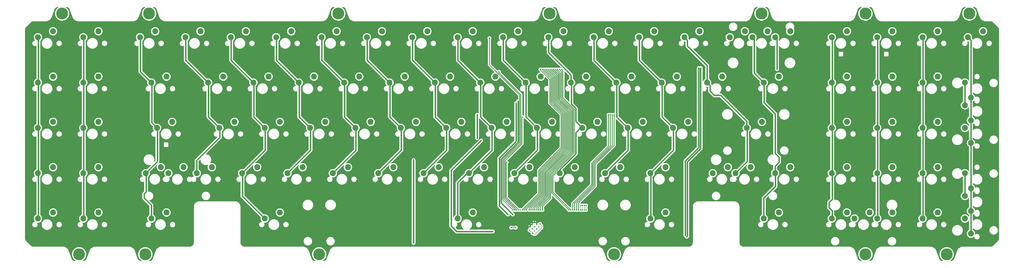
<source format=gbr>
%TF.GenerationSoftware,KiCad,Pcbnew,8.0.1*%
%TF.CreationDate,2026-01-01T00:47:39+09:00*%
%TF.ProjectId,W1-AT_RP2040_Notooth,57312d41-545f-4525-9032-3034305f4e6f,rev?*%
%TF.SameCoordinates,Original*%
%TF.FileFunction,Copper,L1,Top*%
%TF.FilePolarity,Positive*%
%FSLAX46Y46*%
G04 Gerber Fmt 4.6, Leading zero omitted, Abs format (unit mm)*
G04 Created by KiCad (PCBNEW 8.0.1) date 2026-01-01 00:47:39*
%MOMM*%
%LPD*%
G01*
G04 APERTURE LIST*
%TA.AperFunction,ComponentPad*%
%ADD10C,2.500000*%
%TD*%
%TA.AperFunction,ComponentPad*%
%ADD11C,5.000000*%
%TD*%
%TA.AperFunction,ComponentPad*%
%ADD12C,0.600000*%
%TD*%
%TA.AperFunction,ViaPad*%
%ADD13C,0.600000*%
%TD*%
%TA.AperFunction,Conductor*%
%ADD14C,0.600000*%
%TD*%
%TA.AperFunction,Conductor*%
%ADD15C,0.300000*%
%TD*%
%TA.AperFunction,Conductor*%
%ADD16C,0.500000*%
%TD*%
%TA.AperFunction,Conductor*%
%ADD17C,0.200000*%
%TD*%
G04 APERTURE END LIST*
D10*
%TO.P,MX77,1,1*%
%TO.N,Col17*%
X359215000Y-92610000D03*
%TO.P,MX77,2,2*%
%TO.N,Net-(D77-A)*%
X365565000Y-90070000D03*
%TD*%
D11*
%TO.P,H7,1*%
%TO.N,N/C*%
X373339465Y-25475001D03*
%TD*%
D10*
%TO.P,MX22,1,1*%
%TO.N,Col16*%
X335402500Y-35460000D03*
%TO.P,MX22,2,2*%
%TO.N,Net-(D22-A)*%
X341752500Y-32920000D03*
%TD*%
%TO.P,MX35,1,1*%
%TO.N,Col12*%
X268727500Y-54510000D03*
%TO.P,MX35,2,2*%
%TO.N,Net-(D35-A)*%
X275077500Y-51970000D03*
%TD*%
%TO.P,MX50,1,1*%
%TO.N,Col6*%
X159190000Y-73560000D03*
%TO.P,MX50,2,2*%
%TO.N,Net-(D50-A)*%
X165540000Y-71020000D03*
%TD*%
%TO.P,MX72,1,1*%
%TO.N,Col10*%
X225865000Y-92610000D03*
%TO.P,MX72,2,2*%
%TO.N,Net-(D72-A)*%
X232215000Y-90070000D03*
%TD*%
%TO.P,MX85,1,1*%
%TO.N,Col1*%
X44890000Y-111660000D03*
%TO.P,MX85,2,2*%
%TO.N,Net-(D85-A)*%
X51240000Y-109120000D03*
%TD*%
%TO.P,MX23,1,1*%
%TO.N,Col0*%
X25840000Y-54510000D03*
%TO.P,MX23,2,2*%
%TO.N,Net-(D23-A)*%
X32190000Y-51970000D03*
%TD*%
%TO.P,MX32,1,1*%
%TO.N,Col9*%
X211577500Y-54510000D03*
%TO.P,MX32,2,2*%
%TO.N,Net-(D32-A)*%
X217927500Y-51970000D03*
%TD*%
%TO.P,MX94,1,1*%
%TO.N,Col2*%
X71083750Y-92610000D03*
%TO.P,MX94,2,2*%
%TO.N,Net-(D65-A)*%
X77433750Y-90070000D03*
%TD*%
%TO.P,MX8,1,1*%
%TO.N,Col7*%
X163952500Y-35460000D03*
%TO.P,MX8,2,2*%
%TO.N,Net-(D8-A)*%
X170302500Y-32920000D03*
%TD*%
%TO.P,MX29,1,1*%
%TO.N,Col6*%
X154427500Y-54510000D03*
%TO.P,MX29,2,2*%
%TO.N,Net-(D29-A)*%
X160777500Y-51970000D03*
%TD*%
%TO.P,MX3,1,1*%
%TO.N,Col2*%
X68702500Y-35460000D03*
%TO.P,MX3,2,2*%
%TO.N,Net-(D3-A)*%
X75052500Y-32920000D03*
%TD*%
%TO.P,MX84,1,1*%
%TO.N,Col0*%
X25840000Y-111660000D03*
%TO.P,MX84,2,2*%
%TO.N,Net-(D84-A)*%
X32190000Y-109120000D03*
%TD*%
%TO.P,MX82,1,1*%
%TO.N,Col14*%
X309208750Y-92610000D03*
%TO.P,MX82,2,2*%
%TO.N,Net-(D76-A)*%
X315558750Y-90070000D03*
%TD*%
D11*
%TO.P,H14,1*%
%TO.N,N/C*%
X416979465Y-25465001D03*
%TD*%
D10*
%TO.P,MX14,1,1*%
%TO.N,Col13*%
X278252500Y-35460000D03*
%TO.P,MX14,2,2*%
%TO.N,Net-(D14-A)*%
X284602500Y-32920000D03*
%TD*%
%TO.P,MX9,1,1*%
%TO.N,Col8*%
X183002500Y-35460000D03*
%TO.P,MX9,2,2*%
%TO.N,Net-(D9-A)*%
X189352500Y-32920000D03*
%TD*%
%TO.P,MX66,1,1*%
%TO.N,Col4*%
X111565000Y-92610000D03*
%TO.P,MX66,2,2*%
%TO.N,Net-(D66-A)*%
X117915000Y-90070000D03*
%TD*%
%TO.P,MX36,1,1*%
%TO.N,Col13*%
X287777500Y-54510000D03*
%TO.P,MX36,2,2*%
%TO.N,Net-(D36-A)*%
X294127500Y-51970000D03*
%TD*%
%TO.P,MX80,1,1*%
%TO.N,Col20*%
X417635000Y-108485000D03*
%TO.P,MX80,2,2*%
%TO.N,Net-(D80-A)*%
X415095000Y-102135000D03*
%TD*%
%TO.P,MX12,1,1*%
%TO.N,Col11*%
X240152500Y-35460000D03*
%TO.P,MX12,2,2*%
%TO.N,Net-(D12-A)*%
X246502500Y-32920000D03*
%TD*%
%TO.P,MX73,1,1*%
%TO.N,Col11*%
X244915000Y-92610000D03*
%TO.P,MX73,2,2*%
%TO.N,Net-(D73-A)*%
X251265000Y-90070000D03*
%TD*%
D11*
%TO.P,H12,1*%
%TO.N,N/C*%
X72499465Y-25460379D03*
%TD*%
D10*
%TO.P,MX92,1,1*%
%TO.N,Col19*%
X397315000Y-111660000D03*
%TO.P,MX92,2,2*%
%TO.N,Net-(D92-A)*%
X403665000Y-109120000D03*
%TD*%
%TO.P,MX60,1,1*%
%TO.N,Col18*%
X378265000Y-73560000D03*
%TO.P,MX60,2,2*%
%TO.N,Net-(D60-A)*%
X384615000Y-71020000D03*
%TD*%
%TO.P,MX93,1,1*%
%TO.N,Col20*%
X417635000Y-118010000D03*
%TO.P,MX93,2,2*%
%TO.N,Net-(D93-A)*%
X415095000Y-111660000D03*
%TD*%
%TO.P,MX20,1,1*%
%TO.N,Col20*%
X416365000Y-35460000D03*
%TO.P,MX20,2,2*%
%TO.N,Net-(D20-A)*%
X422715000Y-32920000D03*
%TD*%
%TO.P,MX63,1,1*%
%TO.N,Col0*%
X25840000Y-92610000D03*
%TO.P,MX63,2,2*%
%TO.N,Net-(D63-A)*%
X32190000Y-90070000D03*
%TD*%
%TO.P,MX17,1,1*%
%TO.N,Col17*%
X359215000Y-35460000D03*
%TO.P,MX17,2,2*%
%TO.N,Net-(D17-A)*%
X365565000Y-32920000D03*
%TD*%
%TO.P,MX61,1,1*%
%TO.N,Col19*%
X397315000Y-73560000D03*
%TO.P,MX61,2,2*%
%TO.N,Net-(D61-A)*%
X403665000Y-71020000D03*
%TD*%
%TO.P,MX67,1,1*%
%TO.N,Col5*%
X130615000Y-92610000D03*
%TO.P,MX67,2,2*%
%TO.N,Net-(D67-A)*%
X136965000Y-90070000D03*
%TD*%
%TO.P,MX1,1,1*%
%TO.N,Col0*%
X25840000Y-35460000D03*
%TO.P,MX1,2,2*%
%TO.N,Net-(D1-A)*%
X32190000Y-32920000D03*
%TD*%
%TO.P,MX54,1,1*%
%TO.N,Col10*%
X235390000Y-73560000D03*
%TO.P,MX54,2,2*%
%TO.N,Net-(D54-A)*%
X241740000Y-71020000D03*
%TD*%
%TO.P,MX40,1,1*%
%TO.N,Col18*%
X378265000Y-54510000D03*
%TO.P,MX40,2,2*%
%TO.N,Net-(D40-A)*%
X384615000Y-51970000D03*
%TD*%
D11*
%TO.P,H8,1*%
%TO.N,N/C*%
X407454767Y-126700379D03*
%TD*%
D10*
%TO.P,MX46,1,1*%
%TO.N,Col2*%
X75846250Y-73560000D03*
%TO.P,MX46,2,2*%
%TO.N,Net-(D46-A)*%
X82196250Y-71020000D03*
%TD*%
%TO.P,MX37,1,1*%
%TO.N,Col14*%
X306827500Y-54510000D03*
%TO.P,MX37,2,2*%
%TO.N,Net-(D37-A)*%
X313177500Y-51970000D03*
%TD*%
%TO.P,MX6,1,1*%
%TO.N,Col5*%
X125852500Y-35460000D03*
%TO.P,MX6,2,2*%
%TO.N,Net-(D6-A)*%
X132202500Y-32920000D03*
%TD*%
%TO.P,MX70,1,1*%
%TO.N,Col8*%
X187765000Y-92610000D03*
%TO.P,MX70,2,2*%
%TO.N,Net-(D70-A)*%
X194115000Y-90070000D03*
%TD*%
%TO.P,MX41,1,1*%
%TO.N,Col19*%
X397315000Y-54510000D03*
%TO.P,MX41,2,2*%
%TO.N,Net-(D41-A)*%
X403665000Y-51970000D03*
%TD*%
%TO.P,MX95,1,1*%
%TO.N,Col3*%
X92515000Y-92610000D03*
%TO.P,MX95,2,2*%
%TO.N,Net-(D95-A)*%
X98865000Y-90070000D03*
%TD*%
%TO.P,MX44,1,1*%
%TO.N,Col0*%
X25840000Y-73560000D03*
%TO.P,MX44,2,2*%
%TO.N,Net-(D44-A)*%
X32190000Y-71020000D03*
%TD*%
%TO.P,MX74,1,1*%
%TO.N,Col12*%
X263965000Y-92610000D03*
%TO.P,MX74,2,2*%
%TO.N,Net-(D74-A)*%
X270315000Y-90070000D03*
%TD*%
%TO.P,MX71,1,1*%
%TO.N,Col9*%
X206815000Y-92610000D03*
%TO.P,MX71,2,2*%
%TO.N,Net-(D71-A)*%
X213165000Y-90070000D03*
%TD*%
D11*
%TO.P,H2,1*%
%TO.N,N/C*%
X373319465Y-126710379D03*
%TD*%
D10*
%TO.P,MX57,1,1*%
%TO.N,Col13*%
X292540000Y-73560000D03*
%TO.P,MX57,2,2*%
%TO.N,Net-(D57-A)*%
X298890000Y-71020000D03*
%TD*%
%TO.P,MX21,1,1*%
%TO.N,Col15*%
X316352500Y-35460000D03*
%TO.P,MX21,2,2*%
%TO.N,Net-(D16-A)*%
X322702500Y-32920000D03*
%TD*%
%TO.P,MX87,1,1*%
%TO.N,Col4*%
X121090000Y-111660000D03*
%TO.P,MX87,2,2*%
%TO.N,Net-(D87-A)*%
X127440000Y-109120000D03*
%TD*%
%TO.P,MX76,1,1*%
%TO.N,Col14*%
X318733750Y-92610000D03*
%TO.P,MX76,2,2*%
%TO.N,Net-(D76-A)*%
X325083750Y-90070000D03*
%TD*%
%TO.P,MX78,1,1*%
%TO.N,Col18*%
X378265000Y-92610000D03*
%TO.P,MX78,2,2*%
%TO.N,Net-(D78-A)*%
X384615000Y-90070000D03*
%TD*%
%TO.P,MX31,1,1*%
%TO.N,Col8*%
X192527500Y-54510000D03*
%TO.P,MX31,2,2*%
%TO.N,Net-(D31-A)*%
X198877500Y-51970000D03*
%TD*%
%TO.P,MX52,1,1*%
%TO.N,Col8*%
X197290000Y-73560000D03*
%TO.P,MX52,2,2*%
%TO.N,Net-(D52-A)*%
X203640000Y-71020000D03*
%TD*%
%TO.P,MX11,1,1*%
%TO.N,Col10*%
X221102500Y-35460000D03*
%TO.P,MX11,2,2*%
%TO.N,Net-(D11-A)*%
X227452500Y-32920000D03*
%TD*%
%TO.P,MX81,1,1*%
%TO.N,Col20*%
X417635000Y-98960000D03*
%TO.P,MX81,2,2*%
%TO.N,Net-(D80-A)*%
X415095000Y-92610000D03*
%TD*%
%TO.P,MX30,1,1*%
%TO.N,Col7*%
X173477500Y-54510000D03*
%TO.P,MX30,2,2*%
%TO.N,Net-(D30-A)*%
X179827500Y-51970000D03*
%TD*%
D11*
%TO.P,H5,1*%
%TO.N,N/C*%
X143939465Y-126705001D03*
%TD*%
D10*
%TO.P,MX64,1,1*%
%TO.N,Col1*%
X44890000Y-92610000D03*
%TO.P,MX64,2,2*%
%TO.N,Net-(D64-A)*%
X51240000Y-90070000D03*
%TD*%
%TO.P,MX34,1,1*%
%TO.N,Col11*%
X249677500Y-54510000D03*
%TO.P,MX34,2,2*%
%TO.N,Net-(D34-A)*%
X256027500Y-51970000D03*
%TD*%
%TO.P,MX89,1,1*%
%TO.N,Col13*%
X283015000Y-111660000D03*
%TO.P,MX89,2,2*%
%TO.N,Net-(D89-A)*%
X289365000Y-109120000D03*
%TD*%
%TO.P,MX39,1,1*%
%TO.N,Col17*%
X359215000Y-54510000D03*
%TO.P,MX39,2,2*%
%TO.N,Net-(D39-A)*%
X365565000Y-51970000D03*
%TD*%
%TO.P,MX96,1,1*%
%TO.N,Col17*%
X359215000Y-111660000D03*
%TO.P,MX96,2,2*%
%TO.N,Net-(D91-A)*%
X365565000Y-109120000D03*
%TD*%
%TO.P,MX5,1,1*%
%TO.N,Col4*%
X106802500Y-35460000D03*
%TO.P,MX5,2,2*%
%TO.N,Net-(D5-A)*%
X113152500Y-32920000D03*
%TD*%
%TO.P,MX4,1,1*%
%TO.N,Col3*%
X87752500Y-35460000D03*
%TO.P,MX4,2,2*%
%TO.N,Net-(D4-A)*%
X94102500Y-32920000D03*
%TD*%
%TO.P,MX26,1,1*%
%TO.N,Col3*%
X97277500Y-54510000D03*
%TO.P,MX26,2,2*%
%TO.N,Net-(D26-A)*%
X103627500Y-51970000D03*
%TD*%
%TO.P,MX62,1,1*%
%TO.N,Col20*%
X417635000Y-79910000D03*
%TO.P,MX62,2,2*%
%TO.N,Net-(D62-A)*%
X415095000Y-73560000D03*
%TD*%
D11*
%TO.P,H6,1*%
%TO.N,N/C*%
X151954767Y-25460379D03*
%TD*%
D10*
%TO.P,MX13,1,1*%
%TO.N,Col12*%
X259202500Y-35460000D03*
%TO.P,MX13,2,2*%
%TO.N,Net-(D13-A)*%
X265552500Y-32920000D03*
%TD*%
%TO.P,MX79,1,1*%
%TO.N,Col19*%
X397315000Y-92610000D03*
%TO.P,MX79,2,2*%
%TO.N,Net-(D79-A)*%
X403665000Y-90070000D03*
%TD*%
%TO.P,MX53,1,1*%
%TO.N,Col9*%
X216340000Y-73560000D03*
%TO.P,MX53,2,2*%
%TO.N,Net-(D53-A)*%
X222690000Y-71020000D03*
%TD*%
%TO.P,MX10,1,1*%
%TO.N,Col9*%
X202052500Y-35460000D03*
%TO.P,MX10,2,2*%
%TO.N,Net-(D10-A)*%
X208402500Y-32920000D03*
%TD*%
%TO.P,MX2,1,1*%
%TO.N,Col1*%
X44890000Y-35460000D03*
%TO.P,MX2,2,2*%
%TO.N,Net-(D2-A)*%
X51240000Y-32920000D03*
%TD*%
%TO.P,MX24,1,1*%
%TO.N,Col1*%
X44890000Y-54510000D03*
%TO.P,MX24,2,2*%
%TO.N,Net-(D24-A)*%
X51240000Y-51970000D03*
%TD*%
%TO.P,MX42,1,1*%
%TO.N,Col20*%
X417635000Y-70385000D03*
%TO.P,MX42,2,2*%
%TO.N,Net-(D42-A)*%
X415095000Y-64035000D03*
%TD*%
%TO.P,MX55,1,1*%
%TO.N,Col11*%
X254440000Y-73560000D03*
%TO.P,MX55,2,2*%
%TO.N,Net-(D55-A)*%
X260790000Y-71020000D03*
%TD*%
%TO.P,MX38,1,1*%
%TO.N,Col15*%
X330640000Y-54510000D03*
%TO.P,MX38,2,2*%
%TO.N,Net-(D38-A)*%
X336990000Y-51970000D03*
%TD*%
%TO.P,MX16,1,1*%
%TO.N,Col15*%
X325877500Y-35460000D03*
%TO.P,MX16,2,2*%
%TO.N,Net-(D16-A)*%
X332227500Y-32920000D03*
%TD*%
%TO.P,MX56,1,1*%
%TO.N,Col12*%
X273490000Y-73560000D03*
%TO.P,MX56,2,2*%
%TO.N,Net-(D56-A)*%
X279840000Y-71020000D03*
%TD*%
%TO.P,MX25,1,1*%
%TO.N,Col2*%
X73465000Y-54510000D03*
%TO.P,MX25,2,2*%
%TO.N,Net-(D25-A)*%
X79815000Y-51970000D03*
%TD*%
D11*
%TO.P,H3,1*%
%TO.N,N/C*%
X43119465Y-126705001D03*
%TD*%
%TO.P,H13,1*%
%TO.N,N/C*%
X240674767Y-25450379D03*
%TD*%
D10*
%TO.P,MX27,1,1*%
%TO.N,Col4*%
X116327500Y-54510000D03*
%TO.P,MX27,2,2*%
%TO.N,Net-(D27-A)*%
X122677500Y-51970000D03*
%TD*%
%TO.P,MX49,1,1*%
%TO.N,Col5*%
X140140000Y-73560000D03*
%TO.P,MX49,2,2*%
%TO.N,Net-(D49-A)*%
X146490000Y-71020000D03*
%TD*%
D11*
%TO.P,H4,1*%
%TO.N,N/C*%
X70909465Y-126720379D03*
%TD*%
D10*
%TO.P,MX59,1,1*%
%TO.N,Col17*%
X359215000Y-73560000D03*
%TO.P,MX59,2,2*%
%TO.N,Net-(D59-A)*%
X365565000Y-71020000D03*
%TD*%
%TO.P,MX47,1,1*%
%TO.N,Col3*%
X102040000Y-73560000D03*
%TO.P,MX47,2,2*%
%TO.N,Net-(D47-A)*%
X108390000Y-71020000D03*
%TD*%
%TO.P,MX48,1,1*%
%TO.N,Col4*%
X121090000Y-73560000D03*
%TO.P,MX48,2,2*%
%TO.N,Net-(D48-A)*%
X127440000Y-71020000D03*
%TD*%
%TO.P,MX45,1,1*%
%TO.N,Col1*%
X44890000Y-73560000D03*
%TO.P,MX45,2,2*%
%TO.N,Net-(D45-A)*%
X51240000Y-71020000D03*
%TD*%
%TO.P,MX18,1,1*%
%TO.N,Col18*%
X378265000Y-35460000D03*
%TO.P,MX18,2,2*%
%TO.N,Net-(D18-A)*%
X384615000Y-32920000D03*
%TD*%
%TO.P,MX83,1,1*%
%TO.N,Col15*%
X335402500Y-92610000D03*
%TO.P,MX83,2,2*%
%TO.N,Net-(D83-A)*%
X341752500Y-90070000D03*
%TD*%
%TO.P,MX58,1,1*%
%TO.N,Col14*%
X323496250Y-73560000D03*
%TO.P,MX58,2,2*%
%TO.N,Net-(D58-A)*%
X329846250Y-71020000D03*
%TD*%
%TO.P,MX69,1,1*%
%TO.N,Col7*%
X168715000Y-92610000D03*
%TO.P,MX69,2,2*%
%TO.N,Net-(D69-A)*%
X175065000Y-90070000D03*
%TD*%
%TO.P,MX88,1,1*%
%TO.N,Col9*%
X202052500Y-111660000D03*
%TO.P,MX88,2,2*%
%TO.N,Net-(D88-A)*%
X208402500Y-109120000D03*
%TD*%
%TO.P,MX33,1,1*%
%TO.N,Col10*%
X230627500Y-54510000D03*
%TO.P,MX33,2,2*%
%TO.N,Net-(D33-A)*%
X236977500Y-51970000D03*
%TD*%
%TO.P,MX43,1,1*%
%TO.N,Col20*%
X417635000Y-60860000D03*
%TO.P,MX43,2,2*%
%TO.N,Net-(D42-A)*%
X415095000Y-54510000D03*
%TD*%
%TO.P,MX68,1,1*%
%TO.N,Col6*%
X149665000Y-92610000D03*
%TO.P,MX68,2,2*%
%TO.N,Net-(D68-A)*%
X156015000Y-90070000D03*
%TD*%
%TO.P,MX7,1,1*%
%TO.N,Col6*%
X144902500Y-35460000D03*
%TO.P,MX7,2,2*%
%TO.N,Net-(D7-A)*%
X151252500Y-32920000D03*
%TD*%
%TO.P,MX51,1,1*%
%TO.N,Col7*%
X178240000Y-73560000D03*
%TO.P,MX51,2,2*%
%TO.N,Net-(D51-A)*%
X184590000Y-71020000D03*
%TD*%
%TO.P,MX97,1,1*%
%TO.N,Col18*%
X378265000Y-111660000D03*
%TO.P,MX97,2,2*%
%TO.N,Net-(D97-A)*%
X384615000Y-109120000D03*
%TD*%
%TO.P,MX86,1,1*%
%TO.N,Col2*%
X73465000Y-111660000D03*
%TO.P,MX86,2,2*%
%TO.N,Net-(D86-A)*%
X79815000Y-109120000D03*
%TD*%
D11*
%TO.P,H11,1*%
%TO.N,N/C*%
X35989465Y-25450379D03*
%TD*%
D10*
%TO.P,MX75,1,1*%
%TO.N,Col13*%
X283015000Y-92610000D03*
%TO.P,MX75,2,2*%
%TO.N,Net-(D75-A)*%
X289365000Y-90070000D03*
%TD*%
%TO.P,MX65,1,1*%
%TO.N,Col2*%
X80608750Y-92610000D03*
%TO.P,MX65,2,2*%
%TO.N,Net-(D65-A)*%
X86958750Y-90070000D03*
%TD*%
D11*
%TO.P,H10,1*%
%TO.N,N/C*%
X267749465Y-126715001D03*
%TD*%
D10*
%TO.P,MX15,1,1*%
%TO.N,Col14*%
X297302500Y-35460000D03*
%TO.P,MX15,2,2*%
%TO.N,Net-(D15-A)*%
X303652500Y-32920000D03*
%TD*%
%TO.P,MX90,1,1*%
%TO.N,Col15*%
X330640000Y-111660000D03*
%TO.P,MX90,2,2*%
%TO.N,Net-(D90-A)*%
X336990000Y-109120000D03*
%TD*%
%TO.P,MX28,1,1*%
%TO.N,Col5*%
X135377500Y-54510000D03*
%TO.P,MX28,2,2*%
%TO.N,Net-(D28-A)*%
X141727500Y-51970000D03*
%TD*%
%TO.P,MX91,1,1*%
%TO.N,Col17*%
X368740000Y-111660000D03*
%TO.P,MX91,2,2*%
%TO.N,Net-(D91-A)*%
X375090000Y-109120000D03*
%TD*%
D11*
%TO.P,H1,1*%
%TO.N,N/C*%
X329669465Y-25455001D03*
%TD*%
D10*
%TO.P,MX19,1,1*%
%TO.N,Col19*%
X397315000Y-35460000D03*
%TO.P,MX19,2,2*%
%TO.N,Net-(D19-A)*%
X403665000Y-32920000D03*
%TD*%
D12*
%TO.P,U3,57,GND*%
%TO.N,GND*%
X234343585Y-113291934D03*
X233442024Y-114193495D03*
X232540463Y-115095056D03*
X235245146Y-114193495D03*
X234343585Y-115095056D03*
X233442024Y-115996617D03*
X236146707Y-115095056D03*
X235245146Y-115996617D03*
X234343585Y-116898178D03*
%TD*%
D13*
%TO.N,GND*%
X231475000Y-109325000D03*
X239375000Y-110675000D03*
X225625000Y-120925000D03*
X233375000Y-122000000D03*
X215125000Y-111025000D03*
X227200000Y-114225000D03*
X240075000Y-111375000D03*
X240325000Y-117875000D03*
X215300000Y-119350000D03*
X247500000Y-51375000D03*
X232350000Y-122000000D03*
X247500000Y-52825000D03*
X228050000Y-121850000D03*
X229175000Y-121850000D03*
%TO.N,+3V3*%
X216830000Y-117125000D03*
X211945000Y-78825000D03*
X224540001Y-115475000D03*
X226475000Y-115475000D03*
%TO.N,+1V1*%
X232274665Y-116587433D03*
X233563411Y-117850415D03*
X236692032Y-113907968D03*
%TO.N,VBUS*%
X210275000Y-68050000D03*
X210275000Y-77862500D03*
%TO.N,D+*%
X227455000Y-62350000D03*
X225225000Y-109950000D03*
%TO.N,D-*%
X226655000Y-63150000D03*
X223175000Y-109950000D03*
%TO.N,Col0*%
X229249994Y-108050000D03*
X236825005Y-49000000D03*
X25995000Y-49200000D03*
%TO.N,Col1*%
X45045000Y-48600000D03*
X237625008Y-49000000D03*
X230049997Y-108050000D03*
%TO.N,Col2*%
X68857500Y-48200000D03*
X238425011Y-49000000D03*
X230850000Y-108050000D03*
%TO.N,Col3*%
X232125000Y-108050000D03*
X90558750Y-47791250D03*
X239225014Y-49000000D03*
%TO.N,Col4*%
X232925003Y-108050000D03*
X240025017Y-49000000D03*
X109208750Y-47391250D03*
%TO.N,Col5*%
X127858750Y-46991250D03*
X240825020Y-49000000D03*
X233725006Y-108050000D03*
%TO.N,Col6*%
X241624988Y-49000000D03*
X146508750Y-46591250D03*
X234525009Y-108050000D03*
%TO.N,Col7*%
X242424991Y-49000000D03*
X235325012Y-108050000D03*
X165146250Y-46178750D03*
%TO.N,Col8*%
X183808750Y-45791250D03*
X236125015Y-108050000D03*
X243224994Y-49000000D03*
%TO.N,Col9*%
X202458750Y-45391250D03*
X236925018Y-108050000D03*
X244024997Y-49000000D03*
%TO.N,Col10*%
X221257500Y-45000000D03*
X244825000Y-49000000D03*
X237725021Y-108050000D03*
%TO.N,Col11*%
X249625003Y-108050000D03*
%TO.N,Col12*%
X268882500Y-66400000D03*
X265400003Y-68050000D03*
X250425006Y-108050000D03*
%TO.N,Col13*%
X266201308Y-68050000D03*
X251225009Y-108050000D03*
X287932500Y-66900000D03*
%TO.N,Col14*%
X252025012Y-108050000D03*
X320034436Y-67390564D03*
X267001311Y-68050000D03*
%TO.N,Col15*%
X335402500Y-68050000D03*
X252825015Y-108050000D03*
X267801314Y-68050000D03*
%TO.N,Col17*%
X253625000Y-106150000D03*
X359374378Y-102231100D03*
X253625018Y-108050000D03*
%TO.N,Col18*%
X378420000Y-105350000D03*
X254424994Y-106150000D03*
X254425021Y-108050000D03*
%TO.N,Col19*%
X255225024Y-108050000D03*
X255224997Y-106150000D03*
X397470000Y-104200000D03*
%TO.N,Col20*%
X256025000Y-106150000D03*
X417625000Y-104800000D03*
X256025027Y-108050000D03*
%TO.N,Col16*%
X248825000Y-108050000D03*
X245750000Y-49000000D03*
X336192500Y-48857500D03*
%TO.N,Row0*%
X215425000Y-35800000D03*
X225249979Y-108050000D03*
%TO.N,Row1*%
X226049982Y-108050000D03*
X219450000Y-49950000D03*
%TO.N,Row2*%
X226849985Y-108050000D03*
X229255000Y-69000000D03*
%TO.N,Row3*%
X222675000Y-88050000D03*
X227649988Y-108050000D03*
%TO.N,Row4*%
X228449991Y-108050000D03*
%TO.N,CAPS*%
X183550000Y-121900000D03*
X183550000Y-87100000D03*
%TO.N,NUM1*%
X304175000Y-48350000D03*
X298300000Y-119300000D03*
%TO.N,NUM2*%
X297716368Y-118711000D03*
X303332500Y-48350000D03*
%TD*%
D14*
%TO.N,Net-(D42-A)*%
X415095000Y-54510000D02*
X415095000Y-64035000D01*
%TO.N,Net-(D80-A)*%
X415095000Y-92610000D02*
X415095000Y-102135000D01*
D15*
%TO.N,+3V3*%
X226475000Y-115475000D02*
X224540001Y-115475000D01*
D14*
X199357500Y-114790254D02*
X201692246Y-117125000D01*
X201692246Y-117125000D02*
X216830000Y-117125000D01*
X199357500Y-114790254D02*
X200192246Y-115625000D01*
X199357500Y-91412500D02*
X211945000Y-78825000D01*
D16*
X201692246Y-117125000D02*
X200192246Y-115625000D01*
D14*
X199357500Y-114790254D02*
X199357500Y-91412500D01*
D17*
%TO.N,+1V1*%
X237425000Y-114640936D02*
X236692032Y-113907968D01*
X232274665Y-116587433D02*
X232300429Y-116587433D01*
X233987996Y-118275000D02*
X234700000Y-118275000D01*
X233563411Y-117850415D02*
X233987996Y-118275000D01*
X234700000Y-118275000D02*
X237425000Y-115550000D01*
X237425000Y-115550000D02*
X237425000Y-114640936D01*
X232300429Y-116587433D02*
X233563411Y-117850415D01*
D14*
%TO.N,VBUS*%
X210275000Y-77862500D02*
X210275000Y-68050000D01*
%TO.N,D+*%
X227455000Y-79532742D02*
X220375000Y-86612741D01*
X227455000Y-62350000D02*
X227455000Y-79532742D01*
X220375000Y-86612741D02*
X220375000Y-105100000D01*
X220375000Y-105100000D02*
X225225000Y-109950000D01*
%TO.N,D-*%
X226655000Y-79201371D02*
X219575000Y-86281371D01*
X226655000Y-63150000D02*
X226655000Y-79201371D01*
X219575000Y-106350000D02*
X223175000Y-109950000D01*
X219575000Y-86281371D02*
X219575000Y-106350000D01*
%TO.N,Col0*%
X25995000Y-35615000D02*
X25995000Y-49200000D01*
D15*
X236125000Y-91278933D02*
X245555000Y-81848932D01*
X229249994Y-107930764D02*
X236125000Y-101055758D01*
X236125000Y-101055758D02*
X236125000Y-91278933D01*
D14*
X25995000Y-111505000D02*
X25840000Y-111660000D01*
D15*
X229249994Y-108050000D02*
X229249994Y-107930764D01*
X240792500Y-63160000D02*
X240792500Y-53086730D01*
X245555000Y-81848932D02*
X245555000Y-67922500D01*
D14*
X25995000Y-49200000D02*
X25995000Y-111505000D01*
D15*
X245555000Y-67922500D02*
X240792500Y-63160000D01*
X236825005Y-49119236D02*
X236825005Y-49000000D01*
D14*
X25840000Y-35460000D02*
X25995000Y-35615000D01*
D15*
X240792500Y-53086730D02*
X236825005Y-49119236D01*
%TO.N,Col1*%
X230049997Y-108050000D02*
X230049997Y-107837867D01*
D14*
X45045000Y-111505000D02*
X44890000Y-111660000D01*
D15*
X237625008Y-49119236D02*
X237625008Y-49000000D01*
D14*
X45045000Y-48600000D02*
X45045000Y-35615000D01*
D15*
X241292500Y-62942500D02*
X241292500Y-52786728D01*
D14*
X45045000Y-48600000D02*
X45045000Y-111505000D01*
D15*
X246055000Y-82056038D02*
X246055000Y-67705000D01*
X246055000Y-67705000D02*
X241292500Y-62942500D01*
D14*
X45045000Y-35615000D02*
X44890000Y-35460000D01*
D15*
X241292500Y-52786728D02*
X237625008Y-49119236D01*
X236625000Y-101262864D02*
X236625000Y-91486039D01*
X236625000Y-91486039D02*
X246055000Y-82056038D01*
X230049997Y-107837867D02*
X236625000Y-101262864D01*
%TO.N,Col2*%
X241792500Y-62735394D02*
X241792500Y-52486726D01*
D14*
X76001250Y-87692500D02*
X71083750Y-92610000D01*
D15*
X241792500Y-52486726D02*
X238425011Y-49119236D01*
D14*
X71083750Y-92610000D02*
X71238750Y-92765000D01*
X76001250Y-73715000D02*
X76001250Y-87692500D01*
X68857500Y-35615000D02*
X68857500Y-49902500D01*
X70406750Y-101275921D02*
X70406750Y-102994079D01*
D15*
X230850000Y-108050000D02*
X230850000Y-107744972D01*
D14*
X73620000Y-54665000D02*
X73620000Y-71333750D01*
D15*
X237125000Y-91693145D02*
X246555000Y-82263144D01*
D14*
X68702500Y-35460000D02*
X68857500Y-35615000D01*
X73465000Y-54510000D02*
X73620000Y-54665000D01*
D15*
X237125000Y-101469971D02*
X237125000Y-93775000D01*
X237125000Y-93775000D02*
X237125000Y-91693152D01*
X230850000Y-107744972D02*
X237125000Y-101469971D01*
X238425011Y-49119236D02*
X238425011Y-49000000D01*
X237125000Y-93775000D02*
X237125000Y-91693145D01*
D14*
X71238750Y-100443921D02*
X70406750Y-101275921D01*
D15*
X246555000Y-82263144D02*
X246555000Y-67497894D01*
D14*
X73465000Y-106052329D02*
X73465000Y-111660000D01*
X68857500Y-49902500D02*
X73465000Y-54510000D01*
X75846250Y-73560000D02*
X76001250Y-73715000D01*
X70406750Y-102994079D02*
X73465000Y-106052329D01*
D15*
X246555000Y-67497894D02*
X241792500Y-62735394D01*
D14*
X71238750Y-92765000D02*
X71238750Y-100443921D01*
X73620000Y-71333750D02*
X75846250Y-73560000D01*
D15*
%TO.N,Col3*%
X247055000Y-67290788D02*
X242292500Y-62528288D01*
D14*
X90558750Y-47791250D02*
X97277500Y-54510000D01*
X97432500Y-68952500D02*
X102040000Y-73560000D01*
D15*
X247055000Y-82470250D02*
X247055000Y-67290788D01*
D14*
X87752500Y-35460000D02*
X87907500Y-35615000D01*
D15*
X237625000Y-91900251D02*
X247055000Y-82470250D01*
X242292500Y-52186722D02*
X239225014Y-49119236D01*
X232125000Y-108050000D02*
X232125000Y-107177078D01*
X237625000Y-101677078D02*
X237625000Y-91900251D01*
D14*
X102195000Y-77489132D02*
X102195000Y-73715000D01*
X87907500Y-45140000D02*
X90558750Y-47791250D01*
D15*
X232125000Y-107177078D02*
X237625000Y-101677078D01*
X239225014Y-49119236D02*
X239225014Y-49000000D01*
D14*
X92515000Y-92610000D02*
X92515000Y-87169132D01*
X97277500Y-54510000D02*
X97432500Y-54665000D01*
D15*
X242292500Y-62528288D02*
X242292500Y-52186722D01*
D14*
X87907500Y-35615000D02*
X87907500Y-45140000D01*
X102195000Y-73715000D02*
X102040000Y-73560000D01*
X97432500Y-54665000D02*
X97432500Y-68952500D01*
X92515000Y-87169132D02*
X102195000Y-77489132D01*
%TO.N,Col4*%
X121090000Y-73560000D02*
X116482500Y-68952500D01*
X116482500Y-68952500D02*
X116482500Y-54665000D01*
D15*
X238125000Y-101884185D02*
X238125000Y-92107357D01*
X242792500Y-51886718D02*
X240025017Y-49119236D01*
D14*
X106957500Y-35615000D02*
X106802500Y-35460000D01*
D15*
X232925003Y-108050000D02*
X232925003Y-107084181D01*
D14*
X111720000Y-102290000D02*
X111720000Y-92765000D01*
D15*
X247555000Y-82677356D02*
X247555000Y-67083680D01*
D14*
X121245000Y-73715000D02*
X121090000Y-73560000D01*
X111565000Y-92610000D02*
X121245000Y-82930000D01*
X106957500Y-45140000D02*
X106957500Y-35615000D01*
X111720000Y-92765000D02*
X111565000Y-92610000D01*
X116327500Y-54510000D02*
X109208750Y-47391250D01*
D15*
X247555000Y-67083680D02*
X242792500Y-62321182D01*
X240025017Y-49119236D02*
X240025017Y-49000000D01*
D14*
X109208750Y-47391250D02*
X106957500Y-45140000D01*
D15*
X242792500Y-62321182D02*
X242792500Y-51886718D01*
X237417091Y-102592091D02*
X237417094Y-102592091D01*
X232925003Y-107084181D02*
X237417091Y-102592091D01*
X237417094Y-102592091D02*
X238125000Y-101884185D01*
D14*
X121245000Y-82930000D02*
X121245000Y-73715000D01*
X121090000Y-111660000D02*
X111720000Y-102290000D01*
D15*
X238125000Y-92107357D02*
X247555000Y-82677356D01*
D14*
X116482500Y-54665000D02*
X116327500Y-54510000D01*
%TO.N,Col5*%
X126007500Y-35615000D02*
X126007500Y-45140000D01*
X127858750Y-46991250D02*
X135377500Y-54510000D01*
X140295000Y-73715000D02*
X140295000Y-82930000D01*
X140140000Y-73560000D02*
X140295000Y-73715000D01*
D15*
X238625000Y-102091292D02*
X238625000Y-92314470D01*
D14*
X125852500Y-35460000D02*
X126007500Y-35615000D01*
D15*
X243292500Y-51586751D02*
X240825020Y-49119271D01*
X240825020Y-49119271D02*
X240825020Y-49000000D01*
D14*
X140295000Y-82930000D02*
X130615000Y-92610000D01*
X135377500Y-54510000D02*
X135532500Y-54665000D01*
D15*
X248055000Y-82884470D02*
X248055000Y-66876574D01*
X233725006Y-106991286D02*
X238625000Y-102091292D01*
X248055000Y-66876574D02*
X243292500Y-62114076D01*
D14*
X135532500Y-54665000D02*
X135532500Y-68952500D01*
X126007500Y-45140000D02*
X127858750Y-46991250D01*
D15*
X243292500Y-62114076D02*
X243292500Y-51586751D01*
D14*
X135532500Y-68952500D02*
X140140000Y-73560000D01*
D15*
X238625000Y-92314470D02*
X248055000Y-82884470D01*
X233725006Y-108050000D02*
X233725006Y-106991286D01*
%TO.N,Col6*%
X239125000Y-92521576D02*
X248555000Y-83091576D01*
X234525009Y-106898390D02*
X239125000Y-102298398D01*
X234525009Y-108050000D02*
X234525009Y-106898390D01*
D14*
X145057500Y-35615000D02*
X144902500Y-35460000D01*
X154427500Y-54510000D02*
X146508750Y-46591250D01*
X146508750Y-46591250D02*
X145057500Y-45140000D01*
X159345000Y-82930000D02*
X159345000Y-73715000D01*
X145057500Y-45140000D02*
X145057500Y-35615000D01*
D15*
X239125000Y-102298398D02*
X239125000Y-92521576D01*
D14*
X154582500Y-54665000D02*
X154427500Y-54510000D01*
D15*
X248555000Y-83091576D02*
X248555000Y-66669468D01*
X248555000Y-66669468D02*
X243792500Y-61906970D01*
X241624988Y-49119236D02*
X241624988Y-49000000D01*
X243792500Y-51286748D02*
X241624988Y-49119236D01*
D14*
X159345000Y-73715000D02*
X159190000Y-73560000D01*
X154582500Y-68952500D02*
X154582500Y-54665000D01*
X149665000Y-92610000D02*
X159345000Y-82930000D01*
D15*
X243792500Y-61906970D02*
X243792500Y-51286748D01*
D14*
X159190000Y-73560000D02*
X154582500Y-68952500D01*
D15*
%TO.N,Col7*%
X235325012Y-106805494D02*
X239625000Y-102505504D01*
X239625000Y-92728682D02*
X249055000Y-83298682D01*
D14*
X178240000Y-73560000D02*
X173632500Y-68952500D01*
X165146250Y-46178750D02*
X164107500Y-45140000D01*
X164107500Y-45140000D02*
X164107500Y-35615000D01*
D15*
X235325012Y-108050000D02*
X235325012Y-106805494D01*
X249055000Y-83298682D02*
X249055000Y-66462364D01*
X244292500Y-61699864D02*
X244292500Y-50986744D01*
D14*
X173632500Y-68952500D02*
X173632500Y-54665000D01*
X164107500Y-35615000D02*
X163952500Y-35460000D01*
X178395000Y-82930000D02*
X178395000Y-73715000D01*
X173477500Y-54510000D02*
X165146250Y-46178750D01*
X178395000Y-73715000D02*
X178240000Y-73560000D01*
D15*
X239625000Y-102505504D02*
X239625000Y-92728682D01*
D14*
X168715000Y-92610000D02*
X178395000Y-82930000D01*
D15*
X244292500Y-50986744D02*
X242424991Y-49119236D01*
X249055000Y-66462364D02*
X244292500Y-61699864D01*
D14*
X173632500Y-54665000D02*
X173477500Y-54510000D01*
D15*
X242424991Y-49119236D02*
X242424991Y-49000000D01*
D14*
%TO.N,Col8*%
X192527500Y-54510000D02*
X183808750Y-45791250D01*
X187765000Y-92610000D02*
X197445000Y-82930000D01*
X197445000Y-82930000D02*
X197445000Y-73715000D01*
D15*
X236125015Y-106712598D02*
X240125000Y-102712610D01*
D14*
X183157500Y-45140000D02*
X183157500Y-35615000D01*
D15*
X240125000Y-92935788D02*
X249555000Y-83505788D01*
D14*
X192682500Y-68952500D02*
X192682500Y-54665000D01*
X183808750Y-45791250D02*
X183157500Y-45140000D01*
D15*
X244792500Y-61492758D02*
X244792500Y-50686742D01*
D14*
X183157500Y-35615000D02*
X183002500Y-35460000D01*
X192682500Y-54665000D02*
X192527500Y-54510000D01*
X197290000Y-73560000D02*
X192682500Y-68952500D01*
D15*
X244792500Y-50686742D02*
X243224994Y-49119236D01*
X249555000Y-83505788D02*
X249555000Y-66255258D01*
D14*
X197445000Y-73715000D02*
X197290000Y-73560000D01*
D15*
X249555000Y-66255258D02*
X244792500Y-61492758D01*
X240125000Y-102712610D02*
X240125000Y-92935788D01*
X243224994Y-49119236D02*
X243224994Y-49000000D01*
X236125015Y-108050000D02*
X236125015Y-106712598D01*
D14*
%TO.N,Col9*%
X202207500Y-45140000D02*
X202207500Y-35615000D01*
X211732500Y-68952500D02*
X211732500Y-54665000D01*
X206815000Y-92610000D02*
X216495000Y-82930000D01*
X211732500Y-54665000D02*
X211577500Y-54510000D01*
D15*
X244024997Y-49119236D02*
X244024997Y-49000000D01*
X250055000Y-83712894D02*
X250055000Y-66048152D01*
D14*
X202458750Y-45391250D02*
X202207500Y-45140000D01*
D15*
X245292500Y-61285652D02*
X245292500Y-50386740D01*
X236925018Y-108050000D02*
X236925018Y-106619701D01*
X240625000Y-93142894D02*
X250055000Y-83712894D01*
X236925018Y-106619701D02*
X240222360Y-103322360D01*
D14*
X202207500Y-35615000D02*
X202052500Y-35460000D01*
X202052500Y-111660000D02*
X202052500Y-96627246D01*
X211577500Y-54510000D02*
X202458750Y-45391250D01*
D15*
X240222360Y-103322360D02*
X240222360Y-103322357D01*
D14*
X206069746Y-92610000D02*
X206815000Y-92610000D01*
X216340000Y-73560000D02*
X211732500Y-68952500D01*
D15*
X240625000Y-102919717D02*
X240625000Y-93142894D01*
X245292500Y-50386740D02*
X244024997Y-49119236D01*
D14*
X202052500Y-96627246D02*
X206069746Y-92610000D01*
D15*
X250055000Y-66048152D02*
X245292500Y-61285652D01*
X240222360Y-103322357D02*
X240625000Y-102919717D01*
D14*
X216495000Y-73715000D02*
X216340000Y-73560000D01*
X216495000Y-82930000D02*
X216495000Y-73715000D01*
D15*
%TO.N,Col10*%
X250555000Y-83920000D02*
X250555000Y-65841046D01*
D14*
X230627500Y-54510000D02*
X221257500Y-45140000D01*
D15*
X250555000Y-65841046D02*
X245792500Y-61078546D01*
X237725021Y-108050000D02*
X237725021Y-106526804D01*
X241125000Y-103126826D02*
X241125000Y-93350000D01*
D14*
X221257500Y-35615000D02*
X221257500Y-45000000D01*
X221102500Y-35460000D02*
X221257500Y-35615000D01*
X230782500Y-68952500D02*
X235390000Y-73560000D01*
X230627500Y-54510000D02*
X230782500Y-54665000D01*
D15*
X237725021Y-106526804D02*
X241125000Y-103126826D01*
D14*
X230782500Y-54665000D02*
X230782500Y-68952500D01*
X221257500Y-45140000D02*
X221257500Y-45000000D01*
D15*
X245792500Y-49967500D02*
X244825000Y-49000000D01*
D14*
X235545000Y-73715000D02*
X235390000Y-73560000D01*
X225865000Y-92610000D02*
X235545000Y-82930000D01*
D15*
X241125000Y-93350000D02*
X250555000Y-83920000D01*
X245792500Y-61078546D02*
X245792500Y-49967500D01*
D14*
X235545000Y-82930000D02*
X235545000Y-73715000D01*
D15*
%TO.N,Col11*%
X249625003Y-108050000D02*
X249625003Y-107930764D01*
D14*
X240307500Y-35615000D02*
X240307500Y-41857500D01*
X253694746Y-73560000D02*
X254440000Y-73560000D01*
X249832500Y-54665000D02*
X249832500Y-63492202D01*
X240152500Y-35460000D02*
X240307500Y-35615000D01*
D15*
X249037133Y-107342894D02*
X248825000Y-107342894D01*
D14*
X249832500Y-63492202D02*
X251705000Y-65364702D01*
X244915000Y-92610000D02*
X244915000Y-91186344D01*
X244915000Y-91186344D02*
X251705000Y-84396344D01*
X249677500Y-51227500D02*
X249677500Y-54510000D01*
D15*
X242125000Y-100642894D02*
X242125000Y-93764212D01*
X243279212Y-92610000D02*
X244915000Y-92610000D01*
X242125000Y-93764212D02*
X243279212Y-92610000D01*
D14*
X240307500Y-41857500D02*
X249677500Y-51227500D01*
X251705000Y-75549746D02*
X253694746Y-73560000D01*
X251705000Y-65364702D02*
X251705000Y-70825000D01*
X251705000Y-84396344D02*
X251705000Y-75549746D01*
D15*
X249625003Y-107930764D02*
X249037133Y-107342894D01*
D14*
X249677500Y-54510000D02*
X249832500Y-54665000D01*
X251705000Y-70825000D02*
X254440000Y-73560000D01*
D15*
X248825000Y-107342894D02*
X242125000Y-100642894D01*
%TO.N,Col12*%
X250425006Y-105351345D02*
X250425006Y-108050000D01*
D14*
X273645000Y-82930000D02*
X263965000Y-92610000D01*
X268727500Y-54510000D02*
X268882500Y-54665000D01*
X259202500Y-35460000D02*
X259357500Y-35615000D01*
X259357500Y-35615000D02*
X259357500Y-45140000D01*
D15*
X258350000Y-88270955D02*
X258350000Y-97426352D01*
D14*
X259357500Y-45140000D02*
X268727500Y-54510000D01*
D15*
X265400003Y-68050000D02*
X265400003Y-81220952D01*
D14*
X273645000Y-73715000D02*
X273645000Y-82930000D01*
D15*
X265400003Y-81220952D02*
X258350000Y-88270955D01*
D14*
X268882500Y-68952500D02*
X273490000Y-73560000D01*
D15*
X258350000Y-97426352D02*
X250425006Y-105351345D01*
D14*
X273490000Y-73560000D02*
X273645000Y-73715000D01*
X268882500Y-54665000D02*
X268882500Y-68952500D01*
D15*
%TO.N,Col13*%
X266201308Y-81126753D02*
X258850000Y-88478061D01*
D14*
X287777500Y-54510000D02*
X287932500Y-54665000D01*
X287932500Y-54665000D02*
X287932500Y-68952500D01*
X278407500Y-45140000D02*
X287777500Y-54510000D01*
D15*
X251225009Y-105258448D02*
X251225009Y-108050000D01*
D14*
X283170000Y-92765000D02*
X283170000Y-111505000D01*
X283015000Y-92610000D02*
X292695000Y-82930000D01*
X278252500Y-35460000D02*
X278407500Y-35615000D01*
D15*
X266201308Y-68050000D02*
X266201308Y-81126753D01*
X258850000Y-88478061D02*
X258850000Y-97633458D01*
D14*
X283170000Y-111505000D02*
X283015000Y-111660000D01*
X292695000Y-73715000D02*
X292540000Y-73560000D01*
X287932500Y-68952500D02*
X292540000Y-73560000D01*
X278407500Y-35615000D02*
X278407500Y-45140000D01*
D15*
X258850000Y-97633458D02*
X251225009Y-105258448D01*
D14*
X283015000Y-92610000D02*
X283170000Y-92765000D01*
X292695000Y-82930000D02*
X292695000Y-73715000D01*
%TO.N,Col14*%
X297302500Y-35460000D02*
X298552499Y-36709999D01*
X309806255Y-59825000D02*
X308077499Y-58096244D01*
X298552499Y-39046244D02*
X306827500Y-47321245D01*
X323496250Y-73560000D02*
X323496250Y-70852379D01*
X323651250Y-73715000D02*
X323496250Y-73560000D01*
D15*
X259350000Y-88685167D02*
X259350000Y-97840564D01*
D14*
X308077499Y-58096244D02*
X308077499Y-55759999D01*
D15*
X259350000Y-97840564D02*
X252025012Y-105165551D01*
D14*
X308077499Y-55759999D02*
X306827500Y-54510000D01*
X318733750Y-92610000D02*
X323651250Y-87692500D01*
D15*
X267001311Y-68050000D02*
X267001311Y-81033856D01*
D14*
X306827500Y-47321245D02*
X306827500Y-54510000D01*
X312468871Y-59825000D02*
X309806255Y-59825000D01*
X323496250Y-70852379D02*
X320034436Y-67390564D01*
X323651250Y-87692500D02*
X323651250Y-73715000D01*
D15*
X252025012Y-105165551D02*
X252025012Y-108050000D01*
D14*
X320034436Y-67390564D02*
X312468871Y-59825000D01*
X298552499Y-36709999D02*
X298552499Y-39046244D01*
D15*
X267001311Y-81033856D02*
X259350000Y-88685167D01*
%TO.N,Col15*%
X252825015Y-105072654D02*
X252825015Y-108050000D01*
D14*
X335402500Y-92610000D02*
X335402500Y-89601868D01*
X337025650Y-87978718D02*
X337025650Y-85871282D01*
X330640000Y-103043671D02*
X335557500Y-98126171D01*
X330795000Y-54665000D02*
X330640000Y-54510000D01*
D15*
X259850000Y-88892273D02*
X259850000Y-98047670D01*
D14*
X316352500Y-35460000D02*
X316362500Y-35450000D01*
X335402500Y-84248132D02*
X335402500Y-67608871D01*
X330640000Y-54510000D02*
X326667500Y-50537500D01*
X330640000Y-111660000D02*
X330640000Y-103043671D01*
X330795000Y-63001371D02*
X330795000Y-54665000D01*
D15*
X267801314Y-80940959D02*
X259850000Y-88892273D01*
X267801314Y-68050000D02*
X267801314Y-80940959D01*
D14*
X325867500Y-35450000D02*
X325877500Y-35460000D01*
X326667500Y-50537500D02*
X326667500Y-36250000D01*
X335402500Y-67608871D02*
X330795000Y-63001371D01*
X326667500Y-36250000D02*
X325877500Y-35460000D01*
X335557500Y-92765000D02*
X335402500Y-92610000D01*
X335402500Y-89601868D02*
X337025650Y-87978718D01*
D15*
X259850000Y-98047670D02*
X252825015Y-105072654D01*
D14*
X337025650Y-85871282D02*
X335402500Y-84248132D01*
X335557500Y-98126171D02*
X335557500Y-92765000D01*
%TO.N,Col17*%
X358068100Y-107028718D02*
X359370000Y-108330618D01*
D17*
X253625018Y-108050000D02*
X253625018Y-106150018D01*
D14*
X358068100Y-104921282D02*
X358068100Y-107028718D01*
D17*
X253625018Y-106150018D02*
X253625000Y-106150000D01*
D14*
X359215000Y-35460000D02*
X359370000Y-35615000D01*
X359370000Y-103619382D02*
X358068100Y-104921282D01*
X359370000Y-111505000D02*
X359215000Y-111660000D01*
X359370000Y-35615000D02*
X359370000Y-103619382D01*
X359370000Y-108330618D02*
X359370000Y-111505000D01*
D17*
%TO.N,Col18*%
X254425021Y-106150027D02*
X254424994Y-106150000D01*
D14*
X378265000Y-111660000D02*
X378420000Y-111505000D01*
X378420000Y-111505000D02*
X378420000Y-35615000D01*
X378420000Y-35615000D02*
X378265000Y-35460000D01*
D17*
X254425021Y-108050000D02*
X254425021Y-106150027D01*
D14*
%TO.N,Col19*%
X397470000Y-111505000D02*
X397315000Y-111660000D01*
D17*
X255225024Y-108050000D02*
X255225024Y-106150027D01*
X255225024Y-106150027D02*
X255224997Y-106150000D01*
D14*
X397315000Y-35460000D02*
X397470000Y-35615000D01*
X397470000Y-35615000D02*
X397470000Y-111505000D01*
%TO.N,Col20*%
X416365000Y-35460000D02*
X417614999Y-36709999D01*
X417625000Y-104800000D02*
X417625000Y-60870000D01*
D17*
X256025027Y-108050000D02*
X256025027Y-106150027D01*
D14*
X417635000Y-118010000D02*
X417625000Y-118000000D01*
D17*
X256025027Y-106150027D02*
X256025000Y-106150000D01*
D14*
X417614999Y-36709999D02*
X417614999Y-60839999D01*
X417625000Y-118000000D02*
X417625000Y-104800000D01*
X417625000Y-60870000D02*
X417635000Y-60860000D01*
X417614999Y-60839999D02*
X417635000Y-60860000D01*
D15*
%TO.N,Col16*%
X246292500Y-60871440D02*
X246292500Y-49542500D01*
X241625000Y-100850000D02*
X241625000Y-93557106D01*
X246292500Y-49542500D02*
X245750000Y-49000000D01*
D14*
X336192500Y-48857500D02*
X336192500Y-36250000D01*
D15*
X241625000Y-93557106D02*
X251055000Y-84127106D01*
X251055000Y-65633940D02*
X246292500Y-60871440D01*
X248825000Y-108050000D02*
X241625000Y-100850000D01*
D14*
X336192500Y-36250000D02*
X335402500Y-35460000D01*
D15*
X251055000Y-84127106D02*
X251055000Y-65633940D01*
%TO.N,Row0*%
X221025000Y-86881979D02*
X228105000Y-79801981D01*
X228105000Y-79801981D02*
X228105000Y-59730000D01*
X228105000Y-59730000D02*
X215425000Y-47050000D01*
X215425000Y-47050000D02*
X215425000Y-35800000D01*
X221025000Y-103825021D02*
X221025000Y-86881979D01*
X225249979Y-108050000D02*
X221025000Y-103825021D01*
%TO.N,Row1*%
X226049982Y-107930764D02*
X221525000Y-103405782D01*
X219450000Y-50367894D02*
X219450000Y-49950000D01*
X226049982Y-108050000D02*
X226049982Y-107930764D01*
X228605000Y-59522894D02*
X219450000Y-50367894D01*
X221525000Y-103405782D02*
X221525000Y-87089085D01*
X228605000Y-80009087D02*
X228605000Y-59522894D01*
X221525000Y-87089085D02*
X228605000Y-80009087D01*
%TO.N,Row2*%
X222025000Y-87296191D02*
X229105000Y-80216193D01*
X229105000Y-69150000D02*
X229255000Y-69000000D01*
X226849985Y-108050000D02*
X226849985Y-107930764D01*
X222025000Y-103105779D02*
X222025000Y-87296191D01*
X229105000Y-80216193D02*
X229105000Y-69150000D01*
X226849985Y-107930764D02*
X222025000Y-103105779D01*
%TO.N,Row3*%
X222525000Y-102805776D02*
X222525000Y-88200000D01*
X227649988Y-108050000D02*
X227649988Y-107930764D01*
X222525000Y-88200000D02*
X222675000Y-88050000D01*
X227649988Y-107930764D02*
X222525000Y-102805776D01*
D14*
%TO.N,CAPS*%
X183550000Y-87100000D02*
X183550000Y-87425000D01*
X183550000Y-87425000D02*
X183550000Y-121900000D01*
%TO.N,NUM1*%
X298516368Y-87808632D02*
X304132500Y-82192500D01*
X304132500Y-82192500D02*
X304132500Y-48392500D01*
X298516368Y-119083632D02*
X298516368Y-87808632D01*
X304132500Y-48392500D02*
X304175000Y-48350000D01*
X298300000Y-119300000D02*
X298516368Y-119083632D01*
%TO.N,NUM2*%
X297716368Y-87477261D02*
X297716368Y-118711000D01*
X303332500Y-81861129D02*
X303332500Y-48350000D01*
X297716368Y-87477261D02*
X303332500Y-81861129D01*
%TD*%
%TA.AperFunction,Conductor*%
%TO.N,GND*%
G36*
X247148203Y-49830727D02*
G01*
X247154681Y-49836759D01*
X248840681Y-51522759D01*
X248874166Y-51584082D01*
X248877000Y-51610440D01*
X248877000Y-52874678D01*
X248857315Y-52941717D01*
X248806802Y-52986398D01*
X248799800Y-52989769D01*
X248583020Y-53137567D01*
X248390698Y-53316014D01*
X248227114Y-53521143D01*
X248095932Y-53748356D01*
X248000082Y-53992578D01*
X248000076Y-53992597D01*
X247941697Y-54248374D01*
X247941696Y-54248379D01*
X247922092Y-54509995D01*
X247922092Y-54510004D01*
X247941696Y-54771620D01*
X247941697Y-54771625D01*
X248000076Y-55027402D01*
X248000078Y-55027411D01*
X248000080Y-55027416D01*
X248095932Y-55271643D01*
X248227114Y-55498857D01*
X248278233Y-55562958D01*
X248390697Y-55703984D01*
X248396877Y-55709717D01*
X248432633Y-55769744D01*
X248430260Y-55839574D01*
X248390511Y-55897035D01*
X248326006Y-55923884D01*
X248322288Y-55924234D01*
X248318928Y-55924498D01*
X248143943Y-55952214D01*
X247975460Y-56006956D01*
X247975457Y-56006957D01*
X247817609Y-56087386D01*
X247737869Y-56145321D01*
X247674286Y-56191517D01*
X247674284Y-56191519D01*
X247674283Y-56191519D01*
X247549019Y-56316783D01*
X247549019Y-56316784D01*
X247549017Y-56316786D01*
X247504296Y-56378338D01*
X247444886Y-56460109D01*
X247364457Y-56617957D01*
X247364456Y-56617960D01*
X247309714Y-56786443D01*
X247282000Y-56961421D01*
X247282000Y-57138578D01*
X247309714Y-57313556D01*
X247364456Y-57482039D01*
X247364457Y-57482042D01*
X247444886Y-57639890D01*
X247549017Y-57783214D01*
X247674286Y-57908483D01*
X247817610Y-58012614D01*
X247886077Y-58047500D01*
X247975457Y-58093042D01*
X247975460Y-58093043D01*
X248059701Y-58120414D01*
X248143945Y-58147786D01*
X248318921Y-58175500D01*
X248318922Y-58175500D01*
X248496078Y-58175500D01*
X248496079Y-58175500D01*
X248671055Y-58147786D01*
X248839542Y-58093042D01*
X248851703Y-58086845D01*
X248920370Y-58073948D01*
X248985111Y-58100221D01*
X249025370Y-58157326D01*
X249032000Y-58197329D01*
X249032000Y-62391632D01*
X249012315Y-62458671D01*
X248959511Y-62504426D01*
X248890353Y-62514370D01*
X248826797Y-62485345D01*
X248820319Y-62479313D01*
X246979319Y-60638313D01*
X246945834Y-60576990D01*
X246943000Y-60550632D01*
X246943000Y-49924440D01*
X246962685Y-49857401D01*
X247015489Y-49811646D01*
X247084647Y-49801702D01*
X247148203Y-49830727D01*
G37*
%TD.AperFunction*%
%TA.AperFunction,Conductor*%
G36*
X415337205Y-22745178D02*
G01*
X415382960Y-22797982D01*
X415392904Y-22867140D01*
X415363879Y-22930696D01*
X415338305Y-22953093D01*
X415184659Y-23054147D01*
X415184651Y-23054153D01*
X414916907Y-23278818D01*
X414916905Y-23278820D01*
X414677054Y-23533045D01*
X414677049Y-23533051D01*
X414468335Y-23813403D01*
X414293578Y-24116092D01*
X414293572Y-24116105D01*
X414155139Y-24437028D01*
X414054895Y-24771866D01*
X414054893Y-24771873D01*
X413994204Y-25116062D01*
X413994203Y-25116073D01*
X413973880Y-25464997D01*
X413973880Y-25465004D01*
X413994203Y-25813928D01*
X413994204Y-25813939D01*
X414054893Y-26158128D01*
X414054895Y-26158135D01*
X414155139Y-26492973D01*
X414293572Y-26813896D01*
X414293578Y-26813909D01*
X414468335Y-27116598D01*
X414677049Y-27396950D01*
X414677054Y-27396956D01*
X414800928Y-27528254D01*
X414916907Y-27651184D01*
X415093368Y-27799252D01*
X415184651Y-27875848D01*
X415184659Y-27875854D01*
X415476668Y-28067912D01*
X415788450Y-28224495D01*
X415789014Y-28224778D01*
X416117454Y-28344320D01*
X416457551Y-28424924D01*
X416804706Y-28465501D01*
X416804713Y-28465501D01*
X417154217Y-28465501D01*
X417154224Y-28465501D01*
X417501379Y-28424924D01*
X417841476Y-28344320D01*
X418169916Y-28224778D01*
X418482258Y-28067914D01*
X418774276Y-27875850D01*
X419042023Y-27651184D01*
X419281877Y-27396954D01*
X419490595Y-27116597D01*
X419665354Y-26813905D01*
X419803791Y-26492972D01*
X419904034Y-26158137D01*
X419904850Y-26153513D01*
X419964725Y-25813939D01*
X419964724Y-25813939D01*
X419964727Y-25813928D01*
X419982026Y-25516903D01*
X419985050Y-25465004D01*
X419985050Y-25464997D01*
X419965309Y-25126074D01*
X419964727Y-25116074D01*
X419905799Y-24781873D01*
X419904036Y-24771873D01*
X419904034Y-24771866D01*
X419904034Y-24771865D01*
X419803791Y-24437030D01*
X419665354Y-24116097D01*
X419591487Y-23988156D01*
X419490594Y-23813403D01*
X419281880Y-23533051D01*
X419281875Y-23533045D01*
X419133985Y-23376292D01*
X419042023Y-23278818D01*
X418893953Y-23154573D01*
X418774278Y-23054153D01*
X418774270Y-23054147D01*
X418620625Y-22953093D01*
X418575431Y-22899808D01*
X418566220Y-22830549D01*
X418595915Y-22767303D01*
X418655090Y-22730153D01*
X418688764Y-22725493D01*
X418865013Y-22725493D01*
X418865045Y-22725495D01*
X418876854Y-22725494D01*
X418876856Y-22725495D01*
X418916295Y-22725493D01*
X418925744Y-22725853D01*
X419101642Y-22739302D01*
X419120331Y-22742178D01*
X419287521Y-22781155D01*
X419305547Y-22786838D01*
X419464854Y-22850797D01*
X419481813Y-22859160D01*
X419629530Y-22946609D01*
X419645025Y-22957459D01*
X419777709Y-23066357D01*
X419777716Y-23066362D01*
X419791377Y-23079441D01*
X419858809Y-23154668D01*
X419905953Y-23207263D01*
X419917470Y-23222274D01*
X420011263Y-23366037D01*
X420020363Y-23382626D01*
X420081880Y-23518429D01*
X420093334Y-23543716D01*
X420093378Y-23543812D01*
X420096951Y-23552575D01*
X420114171Y-23599896D01*
X420114191Y-23599939D01*
X420298420Y-24106105D01*
X421302224Y-26864034D01*
X421303572Y-26867736D01*
X421303585Y-26867952D01*
X421373335Y-27059379D01*
X421509121Y-27333399D01*
X421674424Y-27590639D01*
X421674437Y-27590659D01*
X421858852Y-27817670D01*
X421867257Y-27828016D01*
X422085206Y-28042539D01*
X422325582Y-28231571D01*
X422446358Y-28306505D01*
X422585439Y-28392796D01*
X422861566Y-28524220D01*
X422861575Y-28524223D01*
X422861577Y-28524224D01*
X423150531Y-28624214D01*
X423150560Y-28624224D01*
X423448858Y-28691575D01*
X423752785Y-28725444D01*
X423843668Y-28725473D01*
X423843870Y-28725492D01*
X423855832Y-28725492D01*
X423855834Y-28725493D01*
X423904757Y-28725492D01*
X423905247Y-28725495D01*
X423905488Y-28725494D01*
X423906115Y-28725492D01*
X425970834Y-28725492D01*
X425970884Y-28725495D01*
X425980846Y-28725494D01*
X425980848Y-28725495D01*
X426020153Y-28725492D01*
X426029871Y-28725873D01*
X426210754Y-28740100D01*
X426229961Y-28743141D01*
X426376800Y-28778391D01*
X426401629Y-28784352D01*
X426420139Y-28790366D01*
X426583241Y-28857928D01*
X426600580Y-28866763D01*
X426751104Y-28959013D01*
X426766849Y-28970454D01*
X426904944Y-29088416D01*
X426912086Y-29095019D01*
X426916050Y-29098983D01*
X426947797Y-29130735D01*
X426947832Y-29130764D01*
X428991552Y-31174486D01*
X428991574Y-31174512D01*
X429022360Y-31205294D01*
X429026416Y-31209350D01*
X429033021Y-31216494D01*
X429150861Y-31354452D01*
X429162302Y-31370198D01*
X429254546Y-31520722D01*
X429263377Y-31538054D01*
X429330933Y-31701164D01*
X429336944Y-31719667D01*
X429378142Y-31891329D01*
X429381185Y-31910553D01*
X429395438Y-32091933D01*
X429395819Y-32101664D01*
X429395812Y-32151543D01*
X429395820Y-32151632D01*
X429395820Y-120098790D01*
X429395437Y-120108524D01*
X429381195Y-120289395D01*
X429378151Y-120308612D01*
X429336929Y-120480293D01*
X429330916Y-120498796D01*
X429263352Y-120661903D01*
X429254520Y-120679238D01*
X429162270Y-120829778D01*
X429150834Y-120845519D01*
X429032883Y-120983627D01*
X429026272Y-120990778D01*
X426911997Y-123105053D01*
X426904842Y-123111668D01*
X426766852Y-123229506D01*
X426751118Y-123240936D01*
X426600570Y-123333186D01*
X426583239Y-123342017D01*
X426420110Y-123409592D01*
X426401609Y-123415604D01*
X426229928Y-123456833D01*
X426210716Y-123459878D01*
X426030157Y-123474109D01*
X426020414Y-123474492D01*
X414432017Y-123474492D01*
X414431942Y-123474470D01*
X414380667Y-123474490D01*
X414375753Y-123474491D01*
X414375569Y-123474492D01*
X414319292Y-123474492D01*
X414319063Y-123474513D01*
X414227779Y-123474549D01*
X414227764Y-123474550D01*
X413923865Y-123508436D01*
X413923858Y-123508437D01*
X413923854Y-123508438D01*
X413799523Y-123536517D01*
X413625565Y-123575804D01*
X413625554Y-123575807D01*
X413336587Y-123675817D01*
X413060476Y-123807244D01*
X413060471Y-123807247D01*
X412800624Y-123968473D01*
X412560257Y-124157502D01*
X412342311Y-124372019D01*
X412149507Y-124609348D01*
X412149491Y-124609370D01*
X411984172Y-124866624D01*
X411984171Y-124866624D01*
X411848394Y-125140596D01*
X411848387Y-125140612D01*
X411817195Y-125226205D01*
X411817084Y-125226437D01*
X410587289Y-128605267D01*
X410587286Y-128605274D01*
X410585258Y-128610846D01*
X410585256Y-128610850D01*
X410578245Y-128630114D01*
X410571767Y-128647914D01*
X410568193Y-128656677D01*
X410495397Y-128817358D01*
X410486297Y-128833947D01*
X410392499Y-128977703D01*
X410380982Y-128992712D01*
X410266398Y-129120535D01*
X410252731Y-129133619D01*
X410120043Y-129242513D01*
X410104544Y-129253366D01*
X409956824Y-129340811D01*
X409939855Y-129349178D01*
X409780556Y-129413130D01*
X409762512Y-129418819D01*
X409595340Y-129457791D01*
X409576639Y-129460668D01*
X409400553Y-129474130D01*
X409391096Y-129474491D01*
X409340043Y-129474489D01*
X409340011Y-129474492D01*
X409111452Y-129474492D01*
X409044413Y-129454807D01*
X408998658Y-129402003D01*
X408988714Y-129332845D01*
X409017739Y-129269289D01*
X409043313Y-129246892D01*
X409249572Y-129111232D01*
X409249572Y-129111231D01*
X409249578Y-129111228D01*
X409517325Y-128886562D01*
X409757179Y-128632332D01*
X409965897Y-128351975D01*
X410140656Y-128049283D01*
X410279093Y-127728350D01*
X410379336Y-127393515D01*
X410440029Y-127049306D01*
X410459501Y-126714997D01*
X410460352Y-126700382D01*
X410460352Y-126700375D01*
X410456321Y-126631175D01*
X410440029Y-126351452D01*
X410381916Y-126021873D01*
X410379338Y-126007251D01*
X410379336Y-126007244D01*
X410379336Y-126007243D01*
X410279093Y-125672408D01*
X410140656Y-125351475D01*
X410018923Y-125140627D01*
X409965896Y-125048781D01*
X409757182Y-124768429D01*
X409757177Y-124768423D01*
X409607145Y-124609400D01*
X409517325Y-124514196D01*
X409347878Y-124372013D01*
X409249580Y-124289531D01*
X409249572Y-124289525D01*
X408957563Y-124097467D01*
X408645225Y-123940605D01*
X408645219Y-123940602D01*
X408316779Y-123821060D01*
X408316776Y-123821059D01*
X407976682Y-123740456D01*
X407933286Y-123735383D01*
X407629526Y-123699879D01*
X407280008Y-123699879D01*
X406976247Y-123735383D01*
X406932852Y-123740456D01*
X406932850Y-123740456D01*
X406592757Y-123821059D01*
X406592754Y-123821060D01*
X406264314Y-123940602D01*
X406264308Y-123940605D01*
X405951970Y-124097467D01*
X405659961Y-124289525D01*
X405659953Y-124289531D01*
X405392209Y-124514196D01*
X405392207Y-124514198D01*
X405152356Y-124768423D01*
X405152351Y-124768429D01*
X404943637Y-125048781D01*
X404768880Y-125351470D01*
X404768874Y-125351483D01*
X404630441Y-125672406D01*
X404530197Y-126007244D01*
X404530195Y-126007251D01*
X404469506Y-126351440D01*
X404469505Y-126351451D01*
X404449182Y-126700375D01*
X404449182Y-126700382D01*
X404469505Y-127049306D01*
X404469506Y-127049317D01*
X404530195Y-127393506D01*
X404530197Y-127393513D01*
X404630441Y-127728351D01*
X404768874Y-128049274D01*
X404768880Y-128049287D01*
X404943637Y-128351976D01*
X405152351Y-128632328D01*
X405152356Y-128632334D01*
X405276230Y-128763632D01*
X405392209Y-128886562D01*
X405568670Y-129034630D01*
X405659953Y-129111226D01*
X405659961Y-129111232D01*
X405866221Y-129246892D01*
X405911415Y-129300177D01*
X405920626Y-129369436D01*
X405890931Y-129432682D01*
X405831756Y-129469832D01*
X405798082Y-129474492D01*
X405501404Y-129474492D01*
X405491933Y-129474130D01*
X405480604Y-129473262D01*
X405316042Y-129460655D01*
X405297347Y-129457776D01*
X405130164Y-129418781D01*
X405112127Y-129413092D01*
X405052990Y-129389345D01*
X404952837Y-129349128D01*
X404935873Y-129340762D01*
X404788149Y-129253306D01*
X404772656Y-129242457D01*
X404755412Y-129228305D01*
X404639954Y-129133552D01*
X404626302Y-129120483D01*
X404511705Y-128992655D01*
X404500193Y-128977652D01*
X404472709Y-128935536D01*
X404406378Y-128833893D01*
X404397281Y-128817313D01*
X404397279Y-128817309D01*
X404324274Y-128656212D01*
X404320697Y-128647440D01*
X404150633Y-128180195D01*
X403079560Y-125237443D01*
X403079559Y-125237442D01*
X403075392Y-125225993D01*
X403075247Y-125225691D01*
X403072468Y-125218065D01*
X403044250Y-125140622D01*
X402908467Y-124866621D01*
X402743148Y-124609359D01*
X402743145Y-124609355D01*
X402743142Y-124609351D01*
X402550335Y-124372012D01*
X402550306Y-124371983D01*
X402332393Y-124157492D01*
X402332366Y-124157471D01*
X402092023Y-123968460D01*
X402092022Y-123968459D01*
X402092019Y-123968457D01*
X401878025Y-123835682D01*
X401832174Y-123807233D01*
X401832169Y-123807230D01*
X401556060Y-123675804D01*
X401556052Y-123675801D01*
X401384032Y-123616269D01*
X401267072Y-123575792D01*
X401267070Y-123575791D01*
X401267069Y-123575791D01*
X400968785Y-123508430D01*
X400968773Y-123508428D01*
X400664878Y-123474547D01*
X400664861Y-123474546D01*
X400573949Y-123474513D01*
X400573719Y-123474491D01*
X400561805Y-123474491D01*
X400511971Y-123474491D01*
X400511965Y-123474491D01*
X400511928Y-123474491D01*
X380300760Y-123474491D01*
X380300637Y-123474455D01*
X380216247Y-123474490D01*
X380216161Y-123474491D01*
X380216118Y-123474491D01*
X380188721Y-123474492D01*
X380188597Y-123474503D01*
X380096501Y-123474546D01*
X380096499Y-123474546D01*
X379792598Y-123508448D01*
X379792597Y-123508448D01*
X379494312Y-123575826D01*
X379205350Y-123675843D01*
X379205340Y-123675847D01*
X378929239Y-123807276D01*
X378929233Y-123807279D01*
X378669407Y-123968496D01*
X378669400Y-123968500D01*
X378669399Y-123968502D01*
X378639200Y-123992251D01*
X378429030Y-124157530D01*
X378211094Y-124372032D01*
X378018277Y-124609364D01*
X378018269Y-124609375D01*
X377852939Y-124866626D01*
X377717142Y-125140609D01*
X377717139Y-125140615D01*
X377685878Y-125226384D01*
X377685759Y-125226633D01*
X377664785Y-125284256D01*
X377664786Y-125284257D01*
X377649680Y-125325761D01*
X377649680Y-125325762D01*
X376440529Y-128647874D01*
X376436952Y-128656643D01*
X376364138Y-128817329D01*
X376355039Y-128833913D01*
X376261226Y-128977678D01*
X376249709Y-128992687D01*
X376135122Y-129120502D01*
X376121457Y-129133583D01*
X375988759Y-129242484D01*
X375973266Y-129253332D01*
X375825545Y-129340782D01*
X375808579Y-129349148D01*
X375649283Y-129413106D01*
X375631242Y-129418795D01*
X375464060Y-129457781D01*
X375445362Y-129460659D01*
X375269352Y-129474130D01*
X375259889Y-129474492D01*
X374991354Y-129474492D01*
X374924315Y-129454807D01*
X374878560Y-129402003D01*
X374868616Y-129332845D01*
X374897641Y-129269289D01*
X374923215Y-129246892D01*
X375114270Y-129121232D01*
X375114270Y-129121231D01*
X375114276Y-129121228D01*
X375382023Y-128896562D01*
X375621877Y-128642332D01*
X375830595Y-128361975D01*
X376005354Y-128059283D01*
X376143791Y-127738350D01*
X376244034Y-127403515D01*
X376244983Y-127398137D01*
X376304725Y-127059317D01*
X376304724Y-127059317D01*
X376304727Y-127059306D01*
X376322026Y-126762281D01*
X376325050Y-126710382D01*
X376325050Y-126710375D01*
X376305309Y-126371452D01*
X376304727Y-126361452D01*
X376245799Y-126027251D01*
X376244036Y-126017251D01*
X376244034Y-126017244D01*
X376242424Y-126011865D01*
X376143791Y-125682408D01*
X376005354Y-125361475D01*
X375877827Y-125140591D01*
X375830594Y-125058781D01*
X375621880Y-124778429D01*
X375621875Y-124778423D01*
X375505898Y-124655496D01*
X375382023Y-124524196D01*
X375212894Y-124382280D01*
X375114278Y-124299531D01*
X375114270Y-124299525D01*
X374822261Y-124107467D01*
X374509923Y-123950605D01*
X374509917Y-123950602D01*
X374181477Y-123831060D01*
X374181474Y-123831059D01*
X373841380Y-123750456D01*
X373795368Y-123745078D01*
X373494224Y-123709879D01*
X373144706Y-123709879D01*
X372843562Y-123745078D01*
X372797550Y-123750456D01*
X372797548Y-123750456D01*
X372457455Y-123831059D01*
X372457452Y-123831060D01*
X372129012Y-123950602D01*
X372129006Y-123950605D01*
X371816668Y-124107467D01*
X371524659Y-124299525D01*
X371524651Y-124299531D01*
X371256907Y-124524196D01*
X371256905Y-124524198D01*
X371017054Y-124778423D01*
X371017049Y-124778429D01*
X370808335Y-125058781D01*
X370633578Y-125361470D01*
X370633572Y-125361483D01*
X370495139Y-125682406D01*
X370394895Y-126017244D01*
X370394893Y-126017251D01*
X370334204Y-126361440D01*
X370334203Y-126361451D01*
X370313880Y-126710375D01*
X370313880Y-126710382D01*
X370334203Y-127059306D01*
X370334204Y-127059317D01*
X370394893Y-127403506D01*
X370394895Y-127403513D01*
X370495139Y-127738351D01*
X370633572Y-128059274D01*
X370633578Y-128059287D01*
X370808335Y-128361976D01*
X371017049Y-128642328D01*
X371017054Y-128642334D01*
X371140928Y-128773632D01*
X371256907Y-128896562D01*
X371371496Y-128992713D01*
X371524651Y-129121226D01*
X371524659Y-129121232D01*
X371715715Y-129246892D01*
X371760909Y-129300177D01*
X371770120Y-129369436D01*
X371740425Y-129432682D01*
X371681250Y-129469832D01*
X371647576Y-129474492D01*
X371370139Y-129474492D01*
X371360671Y-129474130D01*
X371184773Y-129460660D01*
X371166079Y-129457781D01*
X370998904Y-129418792D01*
X370980866Y-129413105D01*
X370901211Y-129381122D01*
X370821555Y-129349138D01*
X370804591Y-129340772D01*
X370802902Y-129339772D01*
X370656867Y-129253320D01*
X370641386Y-129242480D01*
X370508677Y-129133572D01*
X370495016Y-129120495D01*
X370380423Y-128992676D01*
X370368908Y-128977670D01*
X370275088Y-128833907D01*
X370265988Y-128817324D01*
X370193221Y-128656758D01*
X370189642Y-128647984D01*
X369740331Y-127413513D01*
X368983266Y-125333496D01*
X368983253Y-125333294D01*
X368965387Y-125284264D01*
X368965388Y-125284264D01*
X368913040Y-125140603D01*
X368777253Y-124866600D01*
X368611930Y-124609337D01*
X368611922Y-124609327D01*
X368419109Y-124371985D01*
X368201165Y-124157470D01*
X367960790Y-123968440D01*
X367960789Y-123968439D01*
X367960786Y-123968437D01*
X367755487Y-123841060D01*
X367700935Y-123807213D01*
X367424818Y-123675790D01*
X367363167Y-123654455D01*
X367135824Y-123575780D01*
X366837531Y-123508423D01*
X366533609Y-123474546D01*
X366533607Y-123474545D01*
X366533604Y-123474545D01*
X366442840Y-123474514D01*
X366442626Y-123474493D01*
X366430553Y-123474493D01*
X366380729Y-123474493D01*
X366380707Y-123474493D01*
X366380590Y-123474493D01*
X322166925Y-123474498D01*
X322158080Y-123474182D01*
X321922366Y-123457325D01*
X321904853Y-123454807D01*
X321678279Y-123405519D01*
X321661303Y-123400535D01*
X321444037Y-123319498D01*
X321427944Y-123312148D01*
X321224431Y-123201022D01*
X321209548Y-123191457D01*
X321023920Y-123052498D01*
X321010549Y-123040912D01*
X320846587Y-122876950D01*
X320835001Y-122863579D01*
X320696042Y-122677951D01*
X320686477Y-122663068D01*
X320686476Y-122663067D01*
X320657166Y-122609389D01*
X320575351Y-122459555D01*
X320568001Y-122443462D01*
X320527167Y-122333982D01*
X320486961Y-122226188D01*
X320481982Y-122209229D01*
X320432691Y-121982641D01*
X320430174Y-121965135D01*
X320429228Y-121951914D01*
X320413316Y-121729417D01*
X320413000Y-121720572D01*
X320413000Y-121301314D01*
X358837500Y-121301314D01*
X358846898Y-121372691D01*
X358867863Y-121531930D01*
X358897965Y-121644274D01*
X358928068Y-121756620D01*
X359017083Y-121971521D01*
X359017088Y-121971532D01*
X359133387Y-122172966D01*
X359133391Y-122172973D01*
X359133398Y-122172982D01*
X359274996Y-122357517D01*
X359275002Y-122357524D01*
X359439475Y-122521997D01*
X359439482Y-122522003D01*
X359553366Y-122609389D01*
X359624026Y-122663608D01*
X359624033Y-122663612D01*
X359825467Y-122779911D01*
X359825472Y-122779913D01*
X359825475Y-122779915D01*
X359932928Y-122824423D01*
X360040379Y-122868931D01*
X360040380Y-122868931D01*
X360040382Y-122868932D01*
X360265070Y-122929137D01*
X360485320Y-122958134D01*
X360495677Y-122959498D01*
X360495693Y-122959500D01*
X360495700Y-122959500D01*
X360728300Y-122959500D01*
X360728307Y-122959500D01*
X360958930Y-122929137D01*
X361183618Y-122868932D01*
X361398525Y-122779915D01*
X361599974Y-122663608D01*
X361784519Y-122522002D01*
X361949002Y-122357519D01*
X362090608Y-122172974D01*
X362206915Y-121971525D01*
X362295932Y-121756618D01*
X362356137Y-121531930D01*
X362386499Y-121301314D01*
X382713500Y-121301314D01*
X382722898Y-121372691D01*
X382743863Y-121531930D01*
X382773965Y-121644274D01*
X382804068Y-121756620D01*
X382893083Y-121971521D01*
X382893088Y-121971532D01*
X383009387Y-122172966D01*
X383009391Y-122172973D01*
X383009398Y-122172982D01*
X383150996Y-122357517D01*
X383151002Y-122357524D01*
X383315475Y-122521997D01*
X383315482Y-122522003D01*
X383429366Y-122609389D01*
X383500026Y-122663608D01*
X383500033Y-122663612D01*
X383701467Y-122779911D01*
X383701472Y-122779913D01*
X383701475Y-122779915D01*
X383808928Y-122824423D01*
X383916379Y-122868931D01*
X383916380Y-122868931D01*
X383916382Y-122868932D01*
X384141070Y-122929137D01*
X384361320Y-122958134D01*
X384371677Y-122959498D01*
X384371693Y-122959500D01*
X384371700Y-122959500D01*
X384604300Y-122959500D01*
X384604307Y-122959500D01*
X384834930Y-122929137D01*
X385059618Y-122868932D01*
X385274525Y-122779915D01*
X385475974Y-122663608D01*
X385660519Y-122522002D01*
X385825002Y-122357519D01*
X385966608Y-122172974D01*
X386082915Y-121971525D01*
X386171932Y-121756618D01*
X386232137Y-121531930D01*
X386262500Y-121301307D01*
X386262500Y-121068693D01*
X386232137Y-120838070D01*
X386171932Y-120613382D01*
X386171930Y-120613378D01*
X386082916Y-120398478D01*
X386082911Y-120398467D01*
X385966612Y-120197033D01*
X385966611Y-120197032D01*
X385966608Y-120197026D01*
X385890991Y-120098480D01*
X385825003Y-120012482D01*
X385824997Y-120012475D01*
X385660524Y-119848002D01*
X385660517Y-119847996D01*
X385475982Y-119706398D01*
X385475980Y-119706396D01*
X385475974Y-119706392D01*
X385475969Y-119706389D01*
X385475966Y-119706387D01*
X385274532Y-119590088D01*
X385274521Y-119590083D01*
X385059620Y-119501068D01*
X384916863Y-119462817D01*
X384834930Y-119440863D01*
X384783680Y-119434115D01*
X384604314Y-119410500D01*
X384604307Y-119410500D01*
X384371693Y-119410500D01*
X384371685Y-119410500D01*
X384172029Y-119436787D01*
X384141070Y-119440863D01*
X384084898Y-119455914D01*
X383916379Y-119501068D01*
X383701478Y-119590083D01*
X383701467Y-119590088D01*
X383500033Y-119706387D01*
X383500017Y-119706398D01*
X383315482Y-119847996D01*
X383315475Y-119848002D01*
X383151002Y-120012475D01*
X383150996Y-120012482D01*
X383009398Y-120197017D01*
X383009387Y-120197033D01*
X382893088Y-120398467D01*
X382893083Y-120398478D01*
X382804068Y-120613379D01*
X382758914Y-120781898D01*
X382743864Y-120838069D01*
X382743863Y-120838071D01*
X382713500Y-121068685D01*
X382713500Y-121301314D01*
X362386499Y-121301314D01*
X362386500Y-121301307D01*
X362386500Y-121068693D01*
X362356137Y-120838070D01*
X362295932Y-120613382D01*
X362295930Y-120613378D01*
X362206916Y-120398478D01*
X362206911Y-120398467D01*
X362090612Y-120197033D01*
X362090611Y-120197032D01*
X362090608Y-120197026D01*
X362014991Y-120098480D01*
X361949003Y-120012482D01*
X361948997Y-120012475D01*
X361784524Y-119848002D01*
X361784517Y-119847996D01*
X361599982Y-119706398D01*
X361599980Y-119706396D01*
X361599974Y-119706392D01*
X361599969Y-119706389D01*
X361599966Y-119706387D01*
X361398532Y-119590088D01*
X361398521Y-119590083D01*
X361183620Y-119501068D01*
X361040863Y-119462817D01*
X360958930Y-119440863D01*
X360907680Y-119434115D01*
X360728314Y-119410500D01*
X360728307Y-119410500D01*
X360495693Y-119410500D01*
X360495685Y-119410500D01*
X360296029Y-119436787D01*
X360265070Y-119440863D01*
X360208898Y-119455914D01*
X360040379Y-119501068D01*
X359825478Y-119590083D01*
X359825467Y-119590088D01*
X359624033Y-119706387D01*
X359624017Y-119706398D01*
X359439482Y-119847996D01*
X359439475Y-119848002D01*
X359275002Y-120012475D01*
X359274996Y-120012482D01*
X359133398Y-120197017D01*
X359133387Y-120197033D01*
X359017088Y-120398467D01*
X359017083Y-120398478D01*
X358928068Y-120613379D01*
X358882914Y-120781898D01*
X358867864Y-120838069D01*
X358867863Y-120838071D01*
X358837500Y-121068685D01*
X358837500Y-121301314D01*
X320413000Y-121301314D01*
X320413000Y-116760099D01*
X409705600Y-116760099D01*
X409705601Y-116760115D01*
X409743308Y-117046535D01*
X409744002Y-117051800D01*
X409811647Y-117304255D01*
X409820152Y-117335994D01*
X409932734Y-117607794D01*
X409932742Y-117607810D01*
X410079840Y-117862589D01*
X410079851Y-117862605D01*
X410258948Y-118096009D01*
X410258954Y-118096016D01*
X410466983Y-118304045D01*
X410466990Y-118304051D01*
X410527971Y-118350843D01*
X410700403Y-118483155D01*
X410700410Y-118483159D01*
X410955189Y-118630257D01*
X410955205Y-118630265D01*
X411227005Y-118742847D01*
X411227007Y-118742847D01*
X411227013Y-118742850D01*
X411511200Y-118818998D01*
X411802894Y-118857400D01*
X411802901Y-118857400D01*
X412097099Y-118857400D01*
X412097106Y-118857400D01*
X412388800Y-118818998D01*
X412672987Y-118742850D01*
X412858410Y-118666046D01*
X412944794Y-118630265D01*
X412944797Y-118630263D01*
X412944803Y-118630261D01*
X413199597Y-118483155D01*
X413433011Y-118304050D01*
X413641050Y-118096011D01*
X413820155Y-117862597D01*
X413967261Y-117607803D01*
X413970087Y-117600982D01*
X414079847Y-117335994D01*
X414079846Y-117335994D01*
X414079850Y-117335987D01*
X414155998Y-117051800D01*
X414192377Y-116775476D01*
X414194399Y-116760115D01*
X414194400Y-116760099D01*
X414194400Y-116465900D01*
X414194400Y-116465894D01*
X414155998Y-116174200D01*
X414079850Y-115890013D01*
X414079847Y-115890005D01*
X413967265Y-115618205D01*
X413967257Y-115618189D01*
X413820159Y-115363410D01*
X413820155Y-115363403D01*
X413728083Y-115243413D01*
X413641051Y-115129990D01*
X413641045Y-115129983D01*
X413433016Y-114921954D01*
X413433009Y-114921948D01*
X413199605Y-114742851D01*
X413199603Y-114742849D01*
X413199597Y-114742845D01*
X413199592Y-114742842D01*
X413199589Y-114742840D01*
X412944810Y-114595742D01*
X412944794Y-114595734D01*
X412672994Y-114483152D01*
X412599861Y-114463556D01*
X412388800Y-114407002D01*
X412388799Y-114407001D01*
X412388796Y-114407001D01*
X412097116Y-114368601D01*
X412097111Y-114368600D01*
X412097106Y-114368600D01*
X411802894Y-114368600D01*
X411802888Y-114368600D01*
X411802883Y-114368601D01*
X411511203Y-114407001D01*
X411227005Y-114483152D01*
X410955205Y-114595734D01*
X410955189Y-114595742D01*
X410700410Y-114742840D01*
X410700394Y-114742851D01*
X410466990Y-114921948D01*
X410466983Y-114921954D01*
X410258954Y-115129983D01*
X410258948Y-115129990D01*
X410079851Y-115363394D01*
X410079840Y-115363410D01*
X409932742Y-115618189D01*
X409932734Y-115618205D01*
X409820152Y-115890005D01*
X409744001Y-116174203D01*
X409705601Y-116465883D01*
X409705600Y-116465900D01*
X409705600Y-116760099D01*
X320413000Y-116760099D01*
X320413000Y-106538867D01*
X320397813Y-106413796D01*
X320380182Y-106268595D01*
X320315026Y-106004246D01*
X320218481Y-105749678D01*
X320091956Y-105508603D01*
X319937294Y-105284538D01*
X319927275Y-105273229D01*
X319756753Y-105080748D01*
X319756751Y-105080746D01*
X319552967Y-104900210D01*
X319552964Y-104900208D01*
X319552962Y-104900206D01*
X319328897Y-104745544D01*
X319087822Y-104619019D01*
X318833259Y-104522475D01*
X318770044Y-104506894D01*
X318568905Y-104457318D01*
X318406740Y-104437627D01*
X318298632Y-104424500D01*
X318298630Y-104424500D01*
X318212328Y-104424500D01*
X303156670Y-104424500D01*
X303112500Y-104424500D01*
X302976370Y-104424500D01*
X302976368Y-104424500D01*
X302841232Y-104440909D01*
X302706095Y-104457318D01*
X302572001Y-104490368D01*
X302441740Y-104522475D01*
X302187177Y-104619019D01*
X302056164Y-104687780D01*
X301946103Y-104745544D01*
X301946101Y-104745545D01*
X301946096Y-104745548D01*
X301722032Y-104900210D01*
X301518248Y-105080746D01*
X301518246Y-105080748D01*
X301337710Y-105284532D01*
X301183048Y-105508596D01*
X301183045Y-105508601D01*
X301183044Y-105508603D01*
X301168560Y-105536200D01*
X301056519Y-105749677D01*
X300959975Y-106004240D01*
X300930926Y-106122099D01*
X300894818Y-106268595D01*
X300888592Y-106319870D01*
X300862000Y-106538867D01*
X300862000Y-121720571D01*
X300861684Y-121729417D01*
X300844825Y-121965134D01*
X300842307Y-121982646D01*
X300793019Y-122209220D01*
X300788035Y-122226196D01*
X300706998Y-122443461D01*
X300699648Y-122459553D01*
X300588522Y-122663067D01*
X300578957Y-122677951D01*
X300439998Y-122863579D01*
X300428412Y-122876950D01*
X300264450Y-123040912D01*
X300251079Y-123052498D01*
X300065451Y-123191457D01*
X300050567Y-123201022D01*
X299847053Y-123312148D01*
X299830961Y-123319498D01*
X299613696Y-123400535D01*
X299596720Y-123405519D01*
X299370145Y-123454807D01*
X299352632Y-123457325D01*
X299116931Y-123474181D01*
X299108086Y-123474497D01*
X274732031Y-123474492D01*
X274731949Y-123474468D01*
X274659241Y-123474492D01*
X274619335Y-123474492D01*
X274619198Y-123474504D01*
X274527776Y-123474534D01*
X274527766Y-123474535D01*
X274223850Y-123508405D01*
X274223848Y-123508405D01*
X273925554Y-123575759D01*
X273925551Y-123575759D01*
X273925551Y-123575760D01*
X273636561Y-123675767D01*
X273636559Y-123675767D01*
X273636550Y-123675771D01*
X273360447Y-123807189D01*
X273360434Y-123807196D01*
X273100581Y-123968424D01*
X273100572Y-123968430D01*
X272860216Y-124157455D01*
X272642278Y-124371977D01*
X272642273Y-124371982D01*
X272642273Y-124371983D01*
X272609905Y-124411828D01*
X272449460Y-124609341D01*
X272449455Y-124609348D01*
X272284145Y-124866617D01*
X272284142Y-124866620D01*
X272148374Y-125140624D01*
X272117055Y-125226587D01*
X272116968Y-125226769D01*
X270887292Y-128605268D01*
X270887283Y-128605288D01*
X270871770Y-128647915D01*
X270868196Y-128656678D01*
X270795400Y-128817359D01*
X270786300Y-128833947D01*
X270692502Y-128977704D01*
X270680985Y-128992715D01*
X270566400Y-129120538D01*
X270552733Y-129133621D01*
X270420041Y-129242518D01*
X270404542Y-129253370D01*
X270256832Y-129340810D01*
X270239864Y-129349178D01*
X270080562Y-129413132D01*
X270062517Y-129418821D01*
X269895340Y-129457794D01*
X269876640Y-129460671D01*
X269700583Y-129474131D01*
X269691125Y-129474492D01*
X269640045Y-129474490D01*
X269640013Y-129474493D01*
X269428380Y-129474493D01*
X269361341Y-129454808D01*
X269315586Y-129402004D01*
X269305642Y-129332846D01*
X269334667Y-129269290D01*
X269360241Y-129246893D01*
X269544270Y-129125854D01*
X269544270Y-129125853D01*
X269544276Y-129125850D01*
X269812023Y-128901184D01*
X270051877Y-128646954D01*
X270260595Y-128366597D01*
X270435354Y-128063905D01*
X270573791Y-127742972D01*
X270674034Y-127408137D01*
X270674850Y-127403513D01*
X270734725Y-127063939D01*
X270734724Y-127063939D01*
X270734727Y-127063928D01*
X270755050Y-126715001D01*
X270754467Y-126704997D01*
X270751019Y-126645797D01*
X270734727Y-126366074D01*
X270674984Y-126027251D01*
X270674036Y-126021873D01*
X270674034Y-126021866D01*
X270674034Y-126021865D01*
X270573791Y-125687030D01*
X270435354Y-125366097D01*
X270305179Y-125140627D01*
X270260594Y-125063403D01*
X270051880Y-124783051D01*
X270051875Y-124783045D01*
X269888028Y-124609379D01*
X269812023Y-124528818D01*
X269637469Y-124382350D01*
X269544278Y-124304153D01*
X269544270Y-124304147D01*
X269252261Y-124112089D01*
X268939923Y-123955227D01*
X268939917Y-123955224D01*
X268611477Y-123835682D01*
X268611474Y-123835681D01*
X268271380Y-123755078D01*
X268227984Y-123750005D01*
X267924224Y-123714501D01*
X267574706Y-123714501D01*
X267270945Y-123750005D01*
X267227550Y-123755078D01*
X267227548Y-123755078D01*
X266887455Y-123835681D01*
X266887452Y-123835682D01*
X266559012Y-123955224D01*
X266559006Y-123955227D01*
X266246668Y-124112089D01*
X265954659Y-124304147D01*
X265954651Y-124304153D01*
X265686907Y-124528818D01*
X265686905Y-124528820D01*
X265447054Y-124783045D01*
X265447049Y-124783051D01*
X265238335Y-125063403D01*
X265063578Y-125366092D01*
X265063572Y-125366105D01*
X264925139Y-125687028D01*
X264824895Y-126021866D01*
X264824893Y-126021873D01*
X264764204Y-126366062D01*
X264764203Y-126366073D01*
X264743880Y-126714997D01*
X264743880Y-126715004D01*
X264764203Y-127063928D01*
X264764204Y-127063939D01*
X264824893Y-127408128D01*
X264824895Y-127408135D01*
X264925139Y-127742973D01*
X265063572Y-128063896D01*
X265063578Y-128063909D01*
X265238335Y-128366598D01*
X265447049Y-128646950D01*
X265447054Y-128646956D01*
X265456573Y-128657045D01*
X265686907Y-128901184D01*
X265863368Y-129049252D01*
X265954651Y-129125848D01*
X265954659Y-129125854D01*
X266138689Y-129246893D01*
X266183883Y-129300178D01*
X266193094Y-129369437D01*
X266163399Y-129432683D01*
X266104224Y-129469833D01*
X266070550Y-129474493D01*
X265801407Y-129474493D01*
X265791936Y-129474131D01*
X265777710Y-129473041D01*
X265616042Y-129460656D01*
X265597348Y-129457777D01*
X265430168Y-129418783D01*
X265412128Y-129413093D01*
X265252836Y-129349129D01*
X265235872Y-129340763D01*
X265088153Y-129253310D01*
X265072658Y-129242460D01*
X264939962Y-129133559D01*
X264926298Y-129120479D01*
X264811732Y-128992687D01*
X264811706Y-128992657D01*
X264800193Y-128977654D01*
X264772734Y-128935576D01*
X264706376Y-128833891D01*
X264697285Y-128817323D01*
X264624293Y-128656258D01*
X264620718Y-128647491D01*
X263411708Y-125325763D01*
X263411707Y-125325761D01*
X263396615Y-125284293D01*
X263396603Y-125284260D01*
X263379563Y-125237444D01*
X263379562Y-125237443D01*
X263375521Y-125226340D01*
X263375379Y-125226044D01*
X263375360Y-125225993D01*
X263344241Y-125140610D01*
X263208442Y-124866625D01*
X263043114Y-124609379D01*
X263043111Y-124609375D01*
X263043109Y-124609372D01*
X262850294Y-124372043D01*
X262632350Y-124157533D01*
X262391985Y-123968509D01*
X262259294Y-123886179D01*
X262132147Y-123807288D01*
X262132031Y-123807233D01*
X261856075Y-123675873D01*
X261856041Y-123675857D01*
X261856037Y-123675855D01*
X261856028Y-123675852D01*
X261567082Y-123575842D01*
X261567069Y-123575838D01*
X261268798Y-123508464D01*
X261268792Y-123508463D01*
X261268791Y-123508463D01*
X261116837Y-123491512D01*
X260964885Y-123474561D01*
X260874125Y-123474520D01*
X260873847Y-123474493D01*
X260861808Y-123474493D01*
X260811989Y-123474493D01*
X260811983Y-123474492D01*
X260767818Y-123474492D01*
X260767817Y-123474492D01*
X260757830Y-123474492D01*
X260757818Y-123474493D01*
X150907016Y-123474493D01*
X150906941Y-123474471D01*
X150855666Y-123474491D01*
X150850752Y-123474492D01*
X150850568Y-123474493D01*
X150794291Y-123474493D01*
X150794062Y-123474514D01*
X150702778Y-123474550D01*
X150702763Y-123474551D01*
X150398864Y-123508437D01*
X150398857Y-123508438D01*
X150398853Y-123508439D01*
X150274522Y-123536518D01*
X150100564Y-123575805D01*
X150100553Y-123575808D01*
X149811601Y-123675813D01*
X149811586Y-123675819D01*
X149535476Y-123807246D01*
X149275624Y-123968475D01*
X149035257Y-124157504D01*
X148817316Y-124372015D01*
X148624506Y-124609350D01*
X148624490Y-124609372D01*
X148459180Y-124866611D01*
X148459170Y-124866628D01*
X148323394Y-125140599D01*
X148323382Y-125140626D01*
X148292058Y-125226578D01*
X148291953Y-125226801D01*
X147062796Y-128603876D01*
X147062782Y-128603908D01*
X147046774Y-128647896D01*
X147043200Y-128656660D01*
X146970396Y-128817358D01*
X146961296Y-128833946D01*
X146867498Y-128977703D01*
X146855981Y-128992713D01*
X146741397Y-129120536D01*
X146727730Y-129133620D01*
X146595038Y-129242517D01*
X146579539Y-129253369D01*
X146431827Y-129340810D01*
X146414858Y-129349178D01*
X146255559Y-129413129D01*
X146237515Y-129418818D01*
X146070339Y-129457791D01*
X146051638Y-129460668D01*
X145875527Y-129474132D01*
X145866070Y-129474493D01*
X145815043Y-129474491D01*
X145815011Y-129474494D01*
X145603174Y-129474494D01*
X145536135Y-129454809D01*
X145490380Y-129402005D01*
X145480436Y-129332847D01*
X145509461Y-129269291D01*
X145535035Y-129246894D01*
X145734270Y-129115854D01*
X145734270Y-129115853D01*
X145734276Y-129115850D01*
X146002023Y-128891184D01*
X146241877Y-128636954D01*
X146450595Y-128356597D01*
X146625354Y-128053905D01*
X146763791Y-127732972D01*
X146864034Y-127398137D01*
X146864850Y-127393513D01*
X146916981Y-127097855D01*
X146924727Y-127053928D01*
X146944155Y-126720375D01*
X146945050Y-126705004D01*
X146945050Y-126704997D01*
X146941019Y-126635797D01*
X146924727Y-126356074D01*
X146923910Y-126351440D01*
X146864036Y-126011873D01*
X146864034Y-126011866D01*
X146864034Y-126011865D01*
X146763791Y-125677030D01*
X146625354Y-125356097D01*
X146500932Y-125140591D01*
X146450594Y-125053403D01*
X146241880Y-124773051D01*
X146241875Y-124773045D01*
X146125898Y-124650118D01*
X146002023Y-124518818D01*
X145839398Y-124382360D01*
X145734278Y-124294153D01*
X145734270Y-124294147D01*
X145442261Y-124102089D01*
X145129923Y-123945227D01*
X145129917Y-123945224D01*
X144801477Y-123825682D01*
X144801474Y-123825681D01*
X144461380Y-123745078D01*
X144417984Y-123740005D01*
X144114224Y-123704501D01*
X143764706Y-123704501D01*
X143460945Y-123740005D01*
X143417550Y-123745078D01*
X143417548Y-123745078D01*
X143077455Y-123825681D01*
X143077452Y-123825682D01*
X142749012Y-123945224D01*
X142749006Y-123945227D01*
X142436668Y-124102089D01*
X142144659Y-124294147D01*
X142144651Y-124294153D01*
X141876907Y-124518818D01*
X141876905Y-124518820D01*
X141637054Y-124773045D01*
X141637049Y-124773051D01*
X141428335Y-125053403D01*
X141253578Y-125356092D01*
X141253572Y-125356105D01*
X141115139Y-125677028D01*
X141014895Y-126011866D01*
X141014893Y-126011873D01*
X140954204Y-126356062D01*
X140954203Y-126356073D01*
X140933880Y-126704997D01*
X140933880Y-126705004D01*
X140954203Y-127053928D01*
X140954204Y-127053939D01*
X141014893Y-127398128D01*
X141014895Y-127398135D01*
X141115139Y-127732973D01*
X141253572Y-128053896D01*
X141253578Y-128053909D01*
X141428335Y-128356598D01*
X141637049Y-128636950D01*
X141637054Y-128636956D01*
X141760928Y-128768254D01*
X141876907Y-128891184D01*
X141997950Y-128992751D01*
X142144651Y-129115848D01*
X142144659Y-129115854D01*
X142343895Y-129246894D01*
X142389089Y-129300179D01*
X142398300Y-129369438D01*
X142368605Y-129432683D01*
X142309430Y-129469834D01*
X142275756Y-129474494D01*
X141976403Y-129474494D01*
X141966933Y-129474132D01*
X141927124Y-129471082D01*
X141791033Y-129460657D01*
X141772339Y-129457778D01*
X141605154Y-129418784D01*
X141587116Y-129413095D01*
X141427819Y-129349133D01*
X141410855Y-129340767D01*
X141263124Y-129253312D01*
X141247631Y-129242464D01*
X141114924Y-129133562D01*
X141101264Y-129120487D01*
X140986657Y-128992660D01*
X140975153Y-128977670D01*
X140881321Y-128833899D01*
X140872224Y-128817322D01*
X140872220Y-128817313D01*
X140799574Y-128657036D01*
X140795989Y-128648244D01*
X140795514Y-128646939D01*
X140795514Y-128646940D01*
X140793837Y-128642334D01*
X140466497Y-127742973D01*
X139571610Y-125284291D01*
X139571606Y-125284280D01*
X139554559Y-125237444D01*
X139554558Y-125237443D01*
X139550490Y-125226265D01*
X139550342Y-125225956D01*
X139519249Y-125140624D01*
X139383466Y-124866622D01*
X139218147Y-124609360D01*
X139218139Y-124609350D01*
X139025334Y-124372013D01*
X138807391Y-124157493D01*
X138567022Y-123968462D01*
X138567019Y-123968460D01*
X138567018Y-123968459D01*
X138353019Y-123835681D01*
X138307173Y-123807235D01*
X138307168Y-123807232D01*
X138031060Y-123675806D01*
X138031046Y-123675801D01*
X137742078Y-123575796D01*
X137742068Y-123575793D01*
X137443784Y-123508432D01*
X137443772Y-123508430D01*
X137139878Y-123474549D01*
X137139861Y-123474548D01*
X137048949Y-123474515D01*
X137048719Y-123474493D01*
X137036805Y-123474493D01*
X136986998Y-123474493D01*
X136986965Y-123474493D01*
X136986784Y-123474493D01*
X112616926Y-123474497D01*
X112608081Y-123474181D01*
X112372367Y-123457324D01*
X112354854Y-123454806D01*
X112128280Y-123405518D01*
X112111304Y-123400534D01*
X111894038Y-123319497D01*
X111877945Y-123312147D01*
X111674432Y-123201021D01*
X111659549Y-123191456D01*
X111473921Y-123052497D01*
X111460550Y-123040911D01*
X111296588Y-122876949D01*
X111285002Y-122863578D01*
X111146043Y-122677950D01*
X111136478Y-122663067D01*
X111025352Y-122459554D01*
X111018002Y-122443461D01*
X110956730Y-122279186D01*
X110936962Y-122226187D01*
X110931983Y-122209228D01*
X110882692Y-121982640D01*
X110880175Y-121965133D01*
X110863316Y-121729397D01*
X110863000Y-121720552D01*
X110863000Y-121301314D01*
X137412999Y-121301314D01*
X137422397Y-121372691D01*
X137443362Y-121531930D01*
X137473464Y-121644274D01*
X137503567Y-121756620D01*
X137592582Y-121971521D01*
X137592587Y-121971532D01*
X137708886Y-122172966D01*
X137708890Y-122172973D01*
X137708897Y-122172982D01*
X137850495Y-122357517D01*
X137850501Y-122357524D01*
X138014974Y-122521997D01*
X138014981Y-122522003D01*
X138128865Y-122609389D01*
X138199525Y-122663608D01*
X138199532Y-122663612D01*
X138400966Y-122779911D01*
X138400971Y-122779913D01*
X138400974Y-122779915D01*
X138508427Y-122824423D01*
X138615878Y-122868931D01*
X138615879Y-122868931D01*
X138615881Y-122868932D01*
X138840569Y-122929137D01*
X139060819Y-122958134D01*
X139071176Y-122959498D01*
X139071192Y-122959500D01*
X139071199Y-122959500D01*
X139303799Y-122959500D01*
X139303806Y-122959500D01*
X139534429Y-122929137D01*
X139759117Y-122868932D01*
X139974024Y-122779915D01*
X140175473Y-122663608D01*
X140360018Y-122522002D01*
X140524501Y-122357519D01*
X140666107Y-122172974D01*
X140782414Y-121971525D01*
X140871431Y-121756618D01*
X140931636Y-121531930D01*
X140961998Y-121301313D01*
X146938000Y-121301313D01*
X146943286Y-121341458D01*
X146968363Y-121531929D01*
X146998465Y-121644273D01*
X147028568Y-121756619D01*
X147117583Y-121971520D01*
X147117588Y-121971531D01*
X147233887Y-122172965D01*
X147233898Y-122172981D01*
X147375496Y-122357516D01*
X147375502Y-122357523D01*
X147539975Y-122521996D01*
X147539982Y-122522002D01*
X147603685Y-122570883D01*
X147724526Y-122663607D01*
X147724533Y-122663611D01*
X147925967Y-122779910D01*
X147925972Y-122779912D01*
X147925975Y-122779914D01*
X147925980Y-122779916D01*
X148140879Y-122868930D01*
X148140880Y-122868930D01*
X148140882Y-122868931D01*
X148365570Y-122929136D01*
X148596193Y-122959499D01*
X148596200Y-122959499D01*
X148828800Y-122959499D01*
X148828807Y-122959499D01*
X149059430Y-122929136D01*
X149284118Y-122868931D01*
X149499025Y-122779914D01*
X149700474Y-122663607D01*
X149885019Y-122522001D01*
X150049502Y-122357518D01*
X150191108Y-122172973D01*
X150307415Y-121971524D01*
X150337041Y-121900001D01*
X182744435Y-121900001D01*
X182748720Y-121938029D01*
X182749500Y-121951914D01*
X182749500Y-121978844D01*
X182757288Y-122018003D01*
X182758890Y-122028303D01*
X182764632Y-122079252D01*
X182764633Y-122079260D01*
X182772976Y-122103104D01*
X182777550Y-122119860D01*
X182780262Y-122133496D01*
X182800509Y-122182377D01*
X182802986Y-122188867D01*
X182813142Y-122217891D01*
X182824212Y-122249524D01*
X182830709Y-122259865D01*
X182840268Y-122278365D01*
X182840603Y-122279173D01*
X182840605Y-122279179D01*
X182877223Y-122333982D01*
X182879114Y-122336900D01*
X182920180Y-122402257D01*
X182920182Y-122402260D01*
X182920184Y-122402262D01*
X183047738Y-122529816D01*
X183113096Y-122570883D01*
X183113131Y-122570905D01*
X183116040Y-122572790D01*
X183170821Y-122609394D01*
X183171606Y-122609719D01*
X183190134Y-122619289D01*
X183200478Y-122625789D01*
X183261175Y-122647028D01*
X183267607Y-122649484D01*
X183296021Y-122661253D01*
X183316497Y-122669735D01*
X183316498Y-122669735D01*
X183316503Y-122669737D01*
X183330139Y-122672449D01*
X183346898Y-122677023D01*
X183370745Y-122685368D01*
X183421714Y-122691110D01*
X183431992Y-122692709D01*
X183459140Y-122698109D01*
X183471157Y-122700500D01*
X183471158Y-122700500D01*
X183498085Y-122700500D01*
X183511969Y-122701280D01*
X183549998Y-122705565D01*
X183550000Y-122705565D01*
X183550002Y-122705565D01*
X183588031Y-122701280D01*
X183601915Y-122700500D01*
X183628841Y-122700500D01*
X183628842Y-122700500D01*
X183668017Y-122692707D01*
X183678283Y-122691110D01*
X183729255Y-122685368D01*
X183753100Y-122677023D01*
X183769862Y-122672448D01*
X183783497Y-122669737D01*
X183832389Y-122649484D01*
X183838837Y-122647023D01*
X183899522Y-122625789D01*
X183909868Y-122619287D01*
X183928390Y-122609720D01*
X183929179Y-122609394D01*
X183983987Y-122572771D01*
X183986825Y-122570931D01*
X184052262Y-122529816D01*
X184179816Y-122402262D01*
X184220931Y-122336825D01*
X184222777Y-122333979D01*
X184259389Y-122279186D01*
X184259394Y-122279179D01*
X184259720Y-122278390D01*
X184269287Y-122259868D01*
X184275789Y-122249522D01*
X184297023Y-122188837D01*
X184299490Y-122182377D01*
X184319737Y-122133497D01*
X184322449Y-122119860D01*
X184327023Y-122103100D01*
X184335368Y-122079255D01*
X184341110Y-122028283D01*
X184342707Y-122018017D01*
X184350500Y-121978842D01*
X184350500Y-121951914D01*
X184351280Y-121938029D01*
X184355565Y-121900001D01*
X184355565Y-121899997D01*
X184351280Y-121861969D01*
X184350500Y-121848085D01*
X184350500Y-121301313D01*
X261238000Y-121301313D01*
X261243286Y-121341458D01*
X261268363Y-121531929D01*
X261298465Y-121644273D01*
X261328568Y-121756619D01*
X261417583Y-121971520D01*
X261417588Y-121971531D01*
X261533887Y-122172965D01*
X261533898Y-122172981D01*
X261675496Y-122357516D01*
X261675502Y-122357523D01*
X261839975Y-122521996D01*
X261839982Y-122522002D01*
X261903685Y-122570883D01*
X262024526Y-122663607D01*
X262024533Y-122663611D01*
X262225967Y-122779910D01*
X262225972Y-122779912D01*
X262225975Y-122779914D01*
X262225980Y-122779916D01*
X262440879Y-122868930D01*
X262440880Y-122868930D01*
X262440882Y-122868931D01*
X262665570Y-122929136D01*
X262896193Y-122959499D01*
X262896200Y-122959499D01*
X263128800Y-122959499D01*
X263128807Y-122959499D01*
X263359430Y-122929136D01*
X263584118Y-122868931D01*
X263799025Y-122779914D01*
X264000474Y-122663607D01*
X264185019Y-122522001D01*
X264349502Y-122357518D01*
X264491108Y-122172973D01*
X264607415Y-121971524D01*
X264696432Y-121756617D01*
X264756637Y-121531929D01*
X264786999Y-121301314D01*
X270763001Y-121301314D01*
X270772399Y-121372691D01*
X270793364Y-121531930D01*
X270823466Y-121644274D01*
X270853569Y-121756620D01*
X270942584Y-121971521D01*
X270942589Y-121971532D01*
X271058888Y-122172966D01*
X271058892Y-122172973D01*
X271058899Y-122172982D01*
X271200497Y-122357517D01*
X271200503Y-122357524D01*
X271364976Y-122521997D01*
X271364983Y-122522003D01*
X271478867Y-122609389D01*
X271549527Y-122663608D01*
X271549534Y-122663612D01*
X271750968Y-122779911D01*
X271750973Y-122779913D01*
X271750976Y-122779915D01*
X271858429Y-122824423D01*
X271965880Y-122868931D01*
X271965881Y-122868931D01*
X271965883Y-122868932D01*
X272190571Y-122929137D01*
X272410821Y-122958134D01*
X272421178Y-122959498D01*
X272421194Y-122959500D01*
X272421201Y-122959500D01*
X272653801Y-122959500D01*
X272653808Y-122959500D01*
X272884431Y-122929137D01*
X273109119Y-122868932D01*
X273324026Y-122779915D01*
X273525475Y-122663608D01*
X273710020Y-122522002D01*
X273874503Y-122357519D01*
X274016109Y-122172974D01*
X274132416Y-121971525D01*
X274221433Y-121756618D01*
X274281638Y-121531930D01*
X274312001Y-121301307D01*
X274312001Y-121068693D01*
X274281638Y-120838070D01*
X274221433Y-120613382D01*
X274221431Y-120613378D01*
X274132417Y-120398478D01*
X274132412Y-120398467D01*
X274016113Y-120197033D01*
X274016112Y-120197032D01*
X274016109Y-120197026D01*
X273940492Y-120098480D01*
X273874504Y-120012482D01*
X273874498Y-120012475D01*
X273710025Y-119848002D01*
X273710018Y-119847996D01*
X273525483Y-119706398D01*
X273525481Y-119706396D01*
X273525475Y-119706392D01*
X273525470Y-119706389D01*
X273525467Y-119706387D01*
X273324033Y-119590088D01*
X273324022Y-119590083D01*
X273109121Y-119501068D01*
X272966364Y-119462817D01*
X272884431Y-119440863D01*
X272833181Y-119434115D01*
X272653815Y-119410500D01*
X272653808Y-119410500D01*
X272421194Y-119410500D01*
X272421186Y-119410500D01*
X272221530Y-119436787D01*
X272190571Y-119440863D01*
X272134399Y-119455914D01*
X271965880Y-119501068D01*
X271750979Y-119590083D01*
X271750968Y-119590088D01*
X271549534Y-119706387D01*
X271549518Y-119706398D01*
X271364983Y-119847996D01*
X271364976Y-119848002D01*
X271200503Y-120012475D01*
X271200497Y-120012482D01*
X271058899Y-120197017D01*
X271058888Y-120197033D01*
X270942589Y-120398467D01*
X270942584Y-120398478D01*
X270853569Y-120613379D01*
X270808415Y-120781898D01*
X270793365Y-120838069D01*
X270793364Y-120838071D01*
X270763001Y-121068685D01*
X270763001Y-121301314D01*
X264786999Y-121301314D01*
X264787000Y-121301306D01*
X264787000Y-121068692D01*
X264756637Y-120838069D01*
X264696432Y-120613381D01*
X264607415Y-120398474D01*
X264607411Y-120398467D01*
X264607411Y-120398466D01*
X264491112Y-120197032D01*
X264491108Y-120197025D01*
X264422958Y-120108210D01*
X264349503Y-120012481D01*
X264349497Y-120012474D01*
X264185024Y-119848001D01*
X264185017Y-119847995D01*
X264000482Y-119706397D01*
X264000475Y-119706392D01*
X264000474Y-119706391D01*
X264000467Y-119706387D01*
X264000466Y-119706386D01*
X263799032Y-119590087D01*
X263799021Y-119590082D01*
X263584120Y-119501067D01*
X263441367Y-119462817D01*
X263359430Y-119440862D01*
X263308180Y-119434114D01*
X263128814Y-119410499D01*
X263128807Y-119410499D01*
X262896193Y-119410499D01*
X262896185Y-119410499D01*
X262691194Y-119437488D01*
X262665570Y-119440862D01*
X262609398Y-119455913D01*
X262440879Y-119501067D01*
X262225978Y-119590082D01*
X262225967Y-119590087D01*
X262024533Y-119706386D01*
X262024517Y-119706397D01*
X261839982Y-119847995D01*
X261839975Y-119848001D01*
X261675502Y-120012474D01*
X261675496Y-120012481D01*
X261533898Y-120197016D01*
X261533887Y-120197032D01*
X261417588Y-120398466D01*
X261417583Y-120398477D01*
X261328568Y-120613378D01*
X261268363Y-120838070D01*
X261238000Y-121068684D01*
X261238000Y-121301313D01*
X184350500Y-121301313D01*
X184350500Y-114869100D01*
X198557000Y-114869100D01*
X198587761Y-115023743D01*
X198587764Y-115023755D01*
X198648102Y-115169426D01*
X198648109Y-115169439D01*
X198735710Y-115300542D01*
X198735713Y-115300546D01*
X201070457Y-117635289D01*
X201181957Y-117746789D01*
X201181958Y-117746790D01*
X201193970Y-117754816D01*
X201313067Y-117834394D01*
X201416079Y-117877062D01*
X201458748Y-117894737D01*
X201613398Y-117925499D01*
X201613401Y-117925500D01*
X201613403Y-117925500D01*
X201613404Y-117925500D01*
X216778085Y-117925500D01*
X216791969Y-117926280D01*
X216829998Y-117930565D01*
X216830000Y-117930565D01*
X216830002Y-117930565D01*
X216868031Y-117926280D01*
X216881915Y-117925500D01*
X216908841Y-117925500D01*
X216908842Y-117925500D01*
X216948017Y-117917707D01*
X216958283Y-117916110D01*
X217009255Y-117910368D01*
X217033100Y-117902023D01*
X217049862Y-117897448D01*
X217063497Y-117894737D01*
X217112389Y-117874484D01*
X217118837Y-117872023D01*
X217179522Y-117850789D01*
X217189868Y-117844287D01*
X217208390Y-117834720D01*
X217209179Y-117834394D01*
X217263987Y-117797771D01*
X217266825Y-117795931D01*
X217332262Y-117754816D01*
X217459816Y-117627262D01*
X217500931Y-117561825D01*
X217502777Y-117558979D01*
X217539389Y-117504186D01*
X217539394Y-117504179D01*
X217539720Y-117503390D01*
X217549287Y-117484868D01*
X217555789Y-117474522D01*
X217577023Y-117413837D01*
X217579484Y-117407389D01*
X217599737Y-117358497D01*
X217602448Y-117344862D01*
X217607023Y-117328100D01*
X217615368Y-117304255D01*
X217621110Y-117253283D01*
X217622707Y-117243017D01*
X217630500Y-117203842D01*
X217630500Y-117176914D01*
X217631280Y-117163029D01*
X217635565Y-117125001D01*
X217635565Y-117124998D01*
X217631280Y-117086969D01*
X217630500Y-117073085D01*
X217630500Y-117046157D01*
X217622711Y-117007003D01*
X217621110Y-116996714D01*
X217615368Y-116945745D01*
X217607023Y-116921898D01*
X217602449Y-116905139D01*
X217599737Y-116891503D01*
X217579484Y-116842607D01*
X217577028Y-116836175D01*
X217555789Y-116775478D01*
X217549289Y-116765134D01*
X217539719Y-116746606D01*
X217539394Y-116745821D01*
X217502790Y-116691040D01*
X217500905Y-116688131D01*
X217459816Y-116622738D01*
X217424514Y-116587436D01*
X231469100Y-116587436D01*
X231489295Y-116766682D01*
X231489296Y-116766687D01*
X231548876Y-116936956D01*
X231589673Y-117001883D01*
X231644849Y-117089695D01*
X231772403Y-117217249D01*
X231821911Y-117248357D01*
X231910870Y-117304254D01*
X231925143Y-117313222D01*
X232095410Y-117372801D01*
X232095414Y-117372802D01*
X232211368Y-117385866D01*
X232275782Y-117412932D01*
X232285166Y-117421405D01*
X232732709Y-117868948D01*
X232766194Y-117930271D01*
X232768248Y-117942745D01*
X232778041Y-118029664D01*
X232837621Y-118199936D01*
X232903041Y-118304051D01*
X232933595Y-118352677D01*
X233061149Y-118480231D01*
X233136251Y-118527421D01*
X233167070Y-118546786D01*
X233213889Y-118576204D01*
X233384156Y-118635783D01*
X233471079Y-118645576D01*
X233535490Y-118672641D01*
X233544875Y-118681115D01*
X233619280Y-118755520D01*
X233706091Y-118805639D01*
X233706093Y-118805641D01*
X233744147Y-118827611D01*
X233756211Y-118834577D01*
X233908939Y-118875501D01*
X233908942Y-118875501D01*
X234074649Y-118875501D01*
X234074665Y-118875500D01*
X234613331Y-118875500D01*
X234613347Y-118875501D01*
X234620943Y-118875501D01*
X234779054Y-118875501D01*
X234779057Y-118875501D01*
X234931785Y-118834577D01*
X234981904Y-118805639D01*
X235068716Y-118755520D01*
X235180520Y-118643716D01*
X235180520Y-118643714D01*
X235190728Y-118633507D01*
X235190730Y-118633504D01*
X237783506Y-116040728D01*
X237783511Y-116040724D01*
X237793714Y-116030520D01*
X237793716Y-116030520D01*
X237905520Y-115918716D01*
X237958775Y-115826475D01*
X237984577Y-115781785D01*
X238025501Y-115629057D01*
X238025501Y-115470943D01*
X238025501Y-115463348D01*
X238025500Y-115463330D01*
X238025500Y-114561879D01*
X238025499Y-114561876D01*
X238014457Y-114520665D01*
X238014457Y-114520664D01*
X237984577Y-114409151D01*
X237948986Y-114347506D01*
X237905520Y-114272220D01*
X237793716Y-114160416D01*
X237793715Y-114160415D01*
X237789385Y-114156085D01*
X237789374Y-114156075D01*
X237522732Y-113889433D01*
X237489247Y-113828110D01*
X237487195Y-113815654D01*
X237477400Y-113728713D01*
X237417821Y-113558446D01*
X237321848Y-113405706D01*
X237194294Y-113278152D01*
X237041555Y-113182179D01*
X236871286Y-113122599D01*
X236871281Y-113122598D01*
X236692036Y-113102403D01*
X236692028Y-113102403D01*
X236512782Y-113122598D01*
X236512777Y-113122599D01*
X236342508Y-113182179D01*
X236189769Y-113278152D01*
X236062216Y-113405705D01*
X235962538Y-113564342D01*
X235959970Y-113562728D01*
X235922133Y-113604596D01*
X235854697Y-113622876D01*
X235788083Y-113601795D01*
X235769606Y-113586584D01*
X235747094Y-113564072D01*
X235594451Y-113468160D01*
X235594447Y-113468158D01*
X235495146Y-113433411D01*
X235495146Y-114319495D01*
X235475461Y-114386534D01*
X235422657Y-114432289D01*
X235371146Y-114443495D01*
X235119146Y-114443495D01*
X235052107Y-114423810D01*
X235006352Y-114371006D01*
X234995146Y-114319495D01*
X234995146Y-114228305D01*
X235070146Y-114228305D01*
X235096789Y-114292624D01*
X235146017Y-114341852D01*
X235210336Y-114368495D01*
X235279956Y-114368495D01*
X235344275Y-114341852D01*
X235393503Y-114292624D01*
X235420146Y-114228305D01*
X235420146Y-114158685D01*
X235393503Y-114094366D01*
X235344275Y-114045138D01*
X235279956Y-114018495D01*
X235210336Y-114018495D01*
X235146017Y-114045138D01*
X235096789Y-114094366D01*
X235070146Y-114158685D01*
X235070146Y-114228305D01*
X234995146Y-114228305D01*
X234995146Y-113541934D01*
X233692024Y-113541934D01*
X233692024Y-114319495D01*
X233672339Y-114386534D01*
X233619535Y-114432289D01*
X233568024Y-114443495D01*
X232790463Y-114443495D01*
X232790463Y-115221056D01*
X232770778Y-115288095D01*
X232717974Y-115333850D01*
X232666463Y-115345056D01*
X231780380Y-115345056D01*
X231815126Y-115444358D01*
X231911040Y-115597004D01*
X231971193Y-115657157D01*
X232004678Y-115718480D01*
X231999694Y-115788172D01*
X231957822Y-115844105D01*
X231931247Y-115858267D01*
X231931418Y-115858621D01*
X231925148Y-115861640D01*
X231772402Y-115957617D01*
X231644849Y-116085170D01*
X231548876Y-116237909D01*
X231489296Y-116408178D01*
X231489295Y-116408183D01*
X231469100Y-116587429D01*
X231469100Y-116587436D01*
X217424514Y-116587436D01*
X217332262Y-116495184D01*
X217332260Y-116495182D01*
X217332257Y-116495180D01*
X217266900Y-116454114D01*
X217263982Y-116452223D01*
X217209179Y-116415605D01*
X217209173Y-116415603D01*
X217208365Y-116415268D01*
X217189865Y-116405709D01*
X217179524Y-116399212D01*
X217179523Y-116399211D01*
X217179522Y-116399211D01*
X217118867Y-116377986D01*
X217112377Y-116375509D01*
X217063496Y-116355262D01*
X217049860Y-116352550D01*
X217033104Y-116347976D01*
X217009260Y-116339633D01*
X217009256Y-116339632D01*
X217009255Y-116339632D01*
X216988575Y-116337301D01*
X216958303Y-116333890D01*
X216948003Y-116332288D01*
X216908844Y-116324500D01*
X216908842Y-116324500D01*
X216881915Y-116324500D01*
X216868031Y-116323720D01*
X216830002Y-116319435D01*
X216829998Y-116319435D01*
X216791969Y-116323720D01*
X216778085Y-116324500D01*
X207146534Y-116324500D01*
X207079495Y-116304815D01*
X207033740Y-116252011D01*
X207023796Y-116182853D01*
X207052821Y-116119297D01*
X207084534Y-116093113D01*
X207098291Y-116085170D01*
X207115494Y-116075238D01*
X207349542Y-115895646D01*
X207558146Y-115687042D01*
X207720850Y-115475003D01*
X223734436Y-115475003D01*
X223754631Y-115654249D01*
X223754632Y-115654254D01*
X223814212Y-115824523D01*
X223882091Y-115932551D01*
X223910185Y-115977262D01*
X224037739Y-116104816D01*
X224190479Y-116200789D01*
X224253220Y-116222743D01*
X224360746Y-116260368D01*
X224360751Y-116260369D01*
X224539997Y-116280565D01*
X224540001Y-116280565D01*
X224540005Y-116280565D01*
X224719250Y-116260369D01*
X224719252Y-116260368D01*
X224719256Y-116260368D01*
X224719259Y-116260366D01*
X224719263Y-116260366D01*
X224826788Y-116222741D01*
X224889523Y-116200789D01*
X224979097Y-116144505D01*
X225045069Y-116125500D01*
X225969932Y-116125500D01*
X226035904Y-116144506D01*
X226125477Y-116200789D01*
X226125481Y-116200790D01*
X226295737Y-116260366D01*
X226295743Y-116260367D01*
X226295745Y-116260368D01*
X226295746Y-116260368D01*
X226295750Y-116260369D01*
X226474996Y-116280565D01*
X226475000Y-116280565D01*
X226475004Y-116280565D01*
X226654249Y-116260369D01*
X226654252Y-116260368D01*
X226654255Y-116260368D01*
X226824522Y-116200789D01*
X226977262Y-116104816D01*
X227104816Y-115977262D01*
X227200789Y-115824522D01*
X227260368Y-115654255D01*
X227263207Y-115629057D01*
X227280565Y-115475003D01*
X227280565Y-115474996D01*
X227260369Y-115295750D01*
X227260368Y-115295745D01*
X227253458Y-115275998D01*
X227202324Y-115129866D01*
X232365463Y-115129866D01*
X232392106Y-115194185D01*
X232441334Y-115243413D01*
X232505653Y-115270056D01*
X232575273Y-115270056D01*
X232639592Y-115243413D01*
X232688820Y-115194185D01*
X232715463Y-115129866D01*
X232715463Y-115060246D01*
X232688820Y-114995927D01*
X232639592Y-114946699D01*
X232575273Y-114920056D01*
X232505653Y-114920056D01*
X232441334Y-114946699D01*
X232392106Y-114995927D01*
X232365463Y-115060246D01*
X232365463Y-115129866D01*
X227202324Y-115129866D01*
X227200789Y-115125478D01*
X227104816Y-114972738D01*
X226977262Y-114845184D01*
X226977058Y-114845056D01*
X231780380Y-114845056D01*
X232290463Y-114845056D01*
X232290463Y-114334972D01*
X232290462Y-114334972D01*
X232191161Y-114369719D01*
X232191157Y-114369721D01*
X232038514Y-114465633D01*
X231911040Y-114593107D01*
X231815126Y-114745753D01*
X231780380Y-114845056D01*
X226977058Y-114845056D01*
X226824523Y-114749211D01*
X226654254Y-114689631D01*
X226654249Y-114689630D01*
X226475004Y-114669435D01*
X226474996Y-114669435D01*
X226295750Y-114689630D01*
X226295737Y-114689633D01*
X226125481Y-114749209D01*
X226125477Y-114749210D01*
X226035904Y-114805494D01*
X225969932Y-114824500D01*
X225045069Y-114824500D01*
X224979097Y-114805494D01*
X224889523Y-114749210D01*
X224889519Y-114749209D01*
X224719263Y-114689633D01*
X224719250Y-114689630D01*
X224540005Y-114669435D01*
X224539997Y-114669435D01*
X224360751Y-114689630D01*
X224360746Y-114689631D01*
X224190477Y-114749211D01*
X224037738Y-114845184D01*
X223910185Y-114972737D01*
X223814212Y-115125476D01*
X223754632Y-115295745D01*
X223754631Y-115295750D01*
X223734436Y-115474996D01*
X223734436Y-115475003D01*
X207720850Y-115475003D01*
X207737738Y-115452994D01*
X207885243Y-115197507D01*
X207998139Y-114924952D01*
X208074493Y-114639993D01*
X208113000Y-114347506D01*
X208113000Y-114288579D01*
X209817000Y-114288579D01*
X209829658Y-114368495D01*
X209844714Y-114463556D01*
X209899456Y-114632039D01*
X209899457Y-114632042D01*
X209955915Y-114742845D01*
X209979886Y-114789890D01*
X210084017Y-114933214D01*
X210209286Y-115058483D01*
X210352610Y-115162614D01*
X210414571Y-115194185D01*
X210510457Y-115243042D01*
X210510460Y-115243043D01*
X210593600Y-115270056D01*
X210678945Y-115297786D01*
X210853921Y-115325500D01*
X210853922Y-115325500D01*
X211031078Y-115325500D01*
X211031079Y-115325500D01*
X211206055Y-115297786D01*
X211374542Y-115243042D01*
X211532390Y-115162614D01*
X211675714Y-115058483D01*
X211800983Y-114933214D01*
X211905114Y-114789890D01*
X211985542Y-114632042D01*
X212040286Y-114463555D01*
X212068000Y-114288579D01*
X212068000Y-114228305D01*
X233267024Y-114228305D01*
X233293667Y-114292624D01*
X233342895Y-114341852D01*
X233407214Y-114368495D01*
X233476834Y-114368495D01*
X233541153Y-114341852D01*
X233590381Y-114292624D01*
X233617024Y-114228305D01*
X233617024Y-114158685D01*
X233590381Y-114094366D01*
X233541153Y-114045138D01*
X233476834Y-114018495D01*
X233407214Y-114018495D01*
X233342895Y-114045138D01*
X233293667Y-114094366D01*
X233267024Y-114158685D01*
X233267024Y-114228305D01*
X212068000Y-114228305D01*
X212068000Y-114111421D01*
X212041403Y-113943495D01*
X232681941Y-113943495D01*
X233192024Y-113943495D01*
X233192024Y-113433411D01*
X233192023Y-113433411D01*
X233092722Y-113468158D01*
X233092718Y-113468160D01*
X232940075Y-113564072D01*
X232812601Y-113691546D01*
X232716687Y-113844192D01*
X232681941Y-113943495D01*
X212041403Y-113943495D01*
X212040286Y-113936445D01*
X211985542Y-113767958D01*
X211985542Y-113767957D01*
X211944561Y-113687529D01*
X211905114Y-113610110D01*
X211800983Y-113466786D01*
X211675714Y-113341517D01*
X211655381Y-113326744D01*
X234168585Y-113326744D01*
X234195228Y-113391063D01*
X234244456Y-113440291D01*
X234308775Y-113466934D01*
X234378395Y-113466934D01*
X234442714Y-113440291D01*
X234491942Y-113391063D01*
X234518585Y-113326744D01*
X234518585Y-113257124D01*
X234491942Y-113192805D01*
X234442714Y-113143577D01*
X234378395Y-113116934D01*
X234308775Y-113116934D01*
X234244456Y-113143577D01*
X234195228Y-113192805D01*
X234168585Y-113257124D01*
X234168585Y-113326744D01*
X211655381Y-113326744D01*
X211532390Y-113237386D01*
X211374542Y-113156957D01*
X211374539Y-113156956D01*
X211206056Y-113102214D01*
X211118567Y-113088357D01*
X211031079Y-113074500D01*
X210853921Y-113074500D01*
X210795595Y-113083738D01*
X210678943Y-113102214D01*
X210510460Y-113156956D01*
X210510457Y-113156957D01*
X210352609Y-113237386D01*
X210296500Y-113278152D01*
X210209286Y-113341517D01*
X210209284Y-113341519D01*
X210209283Y-113341519D01*
X210084019Y-113466783D01*
X210084019Y-113466784D01*
X210084017Y-113466786D01*
X210039296Y-113528338D01*
X209979886Y-113610109D01*
X209899457Y-113767957D01*
X209899456Y-113767960D01*
X209844714Y-113936443D01*
X209826333Y-114052494D01*
X209817000Y-114111421D01*
X209817000Y-114288579D01*
X208113000Y-114288579D01*
X208113000Y-114052494D01*
X208074493Y-113760007D01*
X207998139Y-113475048D01*
X207885243Y-113202493D01*
X207872388Y-113180228D01*
X207792544Y-113041934D01*
X233583502Y-113041934D01*
X234093585Y-113041934D01*
X234093585Y-112531850D01*
X234593585Y-112531850D01*
X234593585Y-113041934D01*
X235103667Y-113041934D01*
X235068921Y-112942631D01*
X234973007Y-112789985D01*
X234845533Y-112662511D01*
X234692890Y-112566599D01*
X234692886Y-112566597D01*
X234593585Y-112531850D01*
X234093585Y-112531850D01*
X234093584Y-112531850D01*
X233994283Y-112566597D01*
X233994279Y-112566599D01*
X233841636Y-112662511D01*
X233714162Y-112789985D01*
X233618248Y-112942631D01*
X233583502Y-113041934D01*
X207792544Y-113041934D01*
X207737738Y-112947006D01*
X207558147Y-112712959D01*
X207558141Y-112712952D01*
X207349547Y-112504358D01*
X207349540Y-112504352D01*
X207115493Y-112324761D01*
X206860010Y-112177258D01*
X206860000Y-112177254D01*
X206587461Y-112064364D01*
X206587454Y-112064362D01*
X206587452Y-112064361D01*
X206302493Y-111988007D01*
X206253613Y-111981571D01*
X206010013Y-111949500D01*
X206010006Y-111949500D01*
X205714994Y-111949500D01*
X205714986Y-111949500D01*
X205436585Y-111986153D01*
X205422507Y-111988007D01*
X205137548Y-112064361D01*
X205137538Y-112064364D01*
X204864999Y-112177254D01*
X204864989Y-112177258D01*
X204609506Y-112324761D01*
X204375459Y-112504352D01*
X204375452Y-112504358D01*
X204166858Y-112712952D01*
X204166852Y-112712959D01*
X203987261Y-112947006D01*
X203839758Y-113202489D01*
X203839754Y-113202499D01*
X203726864Y-113475038D01*
X203726861Y-113475048D01*
X203690672Y-113610110D01*
X203650508Y-113760004D01*
X203650506Y-113760015D01*
X203612000Y-114052486D01*
X203612000Y-114052494D01*
X203612000Y-114347506D01*
X203650507Y-114639993D01*
X203711832Y-114868863D01*
X203726861Y-114924951D01*
X203726864Y-114924961D01*
X203839754Y-115197500D01*
X203839758Y-115197510D01*
X203987261Y-115452993D01*
X204166852Y-115687040D01*
X204166858Y-115687047D01*
X204375452Y-115895641D01*
X204375459Y-115895647D01*
X204609506Y-116075238D01*
X204640466Y-116093113D01*
X204688681Y-116143680D01*
X204701905Y-116212287D01*
X204675937Y-116277151D01*
X204619023Y-116317680D01*
X204578466Y-116324500D01*
X202075186Y-116324500D01*
X202008147Y-116304815D01*
X201987505Y-116288181D01*
X201152196Y-115452872D01*
X201118711Y-115391549D01*
X201123695Y-115321857D01*
X201165567Y-115265924D01*
X201201560Y-115247260D01*
X201214542Y-115243042D01*
X201372390Y-115162614D01*
X201515714Y-115058483D01*
X201640983Y-114933214D01*
X201745114Y-114789890D01*
X201825542Y-114632042D01*
X201880286Y-114463555D01*
X201908000Y-114288579D01*
X201908000Y-114111421D01*
X201880286Y-113936445D01*
X201825542Y-113767958D01*
X201825542Y-113767957D01*
X201786608Y-113691546D01*
X201745114Y-113610110D01*
X201739073Y-113601795D01*
X201734702Y-113595778D01*
X201711222Y-113529972D01*
X201727048Y-113461918D01*
X201777154Y-113413223D01*
X201845632Y-113399348D01*
X201853492Y-113400276D01*
X201921318Y-113410500D01*
X202183682Y-113410500D01*
X202443115Y-113371396D01*
X202693823Y-113294063D01*
X202930204Y-113180228D01*
X203146979Y-113032433D01*
X203339305Y-112853981D01*
X203502886Y-112648857D01*
X203634068Y-112421643D01*
X203729920Y-112177416D01*
X203788302Y-111921630D01*
X203807908Y-111660000D01*
X203788302Y-111398370D01*
X203729920Y-111142584D01*
X203634068Y-110898357D01*
X203502886Y-110671143D01*
X203339305Y-110466019D01*
X203339304Y-110466018D01*
X203339301Y-110466014D01*
X203146979Y-110287567D01*
X203075549Y-110238867D01*
X202930204Y-110139772D01*
X202930201Y-110139771D01*
X202930199Y-110139769D01*
X202923198Y-110136398D01*
X202871338Y-110089575D01*
X202853000Y-110024678D01*
X202853000Y-109120004D01*
X206647092Y-109120004D01*
X206666696Y-109381620D01*
X206666697Y-109381625D01*
X206666697Y-109381629D01*
X206666698Y-109381630D01*
X206670704Y-109399181D01*
X206725076Y-109637402D01*
X206725078Y-109637411D01*
X206725080Y-109637416D01*
X206820932Y-109881643D01*
X206952114Y-110108857D01*
X207050609Y-110232366D01*
X207115698Y-110313985D01*
X207194284Y-110386901D01*
X207308021Y-110492433D01*
X207524796Y-110640228D01*
X207524801Y-110640230D01*
X207524802Y-110640231D01*
X207524803Y-110640232D01*
X207598635Y-110675787D01*
X207761173Y-110754061D01*
X207761174Y-110754061D01*
X207761177Y-110754063D01*
X208011885Y-110831396D01*
X208271318Y-110870500D01*
X208533682Y-110870500D01*
X208793115Y-110831396D01*
X209043823Y-110754063D01*
X209280204Y-110640228D01*
X209496979Y-110492433D01*
X209672918Y-110329186D01*
X209689301Y-110313985D01*
X209689301Y-110313983D01*
X209689305Y-110313981D01*
X209852886Y-110108857D01*
X209984068Y-109881643D01*
X210079920Y-109637416D01*
X210138302Y-109381630D01*
X210157908Y-109120000D01*
X210149095Y-109002402D01*
X210138303Y-108858379D01*
X210138302Y-108858374D01*
X210138302Y-108858370D01*
X210079920Y-108602584D01*
X209984068Y-108358357D01*
X209852886Y-108131143D01*
X209689305Y-107926019D01*
X209689304Y-107926018D01*
X209689301Y-107926014D01*
X209496979Y-107747567D01*
X209461525Y-107723395D01*
X209280204Y-107599772D01*
X209280200Y-107599770D01*
X209280197Y-107599768D01*
X209280196Y-107599767D01*
X209043825Y-107485938D01*
X209043827Y-107485938D01*
X208793123Y-107408606D01*
X208793119Y-107408605D01*
X208793115Y-107408604D01*
X208668323Y-107389794D01*
X208533687Y-107369500D01*
X208533682Y-107369500D01*
X208271318Y-107369500D01*
X208271312Y-107369500D01*
X208109747Y-107393853D01*
X208011885Y-107408604D01*
X208011882Y-107408605D01*
X208011876Y-107408606D01*
X207761173Y-107485938D01*
X207524803Y-107599767D01*
X207524802Y-107599768D01*
X207308020Y-107747567D01*
X207115698Y-107926014D01*
X206952114Y-108131143D01*
X206820932Y-108358356D01*
X206725082Y-108602578D01*
X206725076Y-108602597D01*
X206666697Y-108858374D01*
X206666696Y-108858379D01*
X206647092Y-109119995D01*
X206647092Y-109120004D01*
X202853000Y-109120004D01*
X202853000Y-97010185D01*
X202872685Y-96943146D01*
X202889314Y-96922509D01*
X204292129Y-95519693D01*
X204353450Y-95486210D01*
X204423142Y-95491194D01*
X204479075Y-95533066D01*
X204497739Y-95569059D01*
X204501955Y-95582036D01*
X204501957Y-95582042D01*
X204582386Y-95739890D01*
X204686517Y-95883214D01*
X204811786Y-96008483D01*
X204955110Y-96112614D01*
X205005796Y-96138440D01*
X205112957Y-96193042D01*
X205112960Y-96193043D01*
X205197201Y-96220414D01*
X205281445Y-96247786D01*
X205456421Y-96275500D01*
X205456422Y-96275500D01*
X205633578Y-96275500D01*
X205633579Y-96275500D01*
X205808555Y-96247786D01*
X205977042Y-96193042D01*
X206134890Y-96112614D01*
X206278214Y-96008483D01*
X206403483Y-95883214D01*
X206507614Y-95739890D01*
X206588042Y-95582042D01*
X206642786Y-95413555D01*
X206661166Y-95297513D01*
X208374500Y-95297513D01*
X208400000Y-95491194D01*
X208413007Y-95589993D01*
X208486175Y-95863061D01*
X208489361Y-95874951D01*
X208489364Y-95874961D01*
X208602254Y-96147500D01*
X208602258Y-96147510D01*
X208749761Y-96402993D01*
X208929352Y-96637040D01*
X208929358Y-96637047D01*
X209137952Y-96845641D01*
X209137959Y-96845647D01*
X209372006Y-97025238D01*
X209627489Y-97172741D01*
X209627490Y-97172741D01*
X209627493Y-97172743D01*
X209900048Y-97285639D01*
X210185007Y-97361993D01*
X210477494Y-97400500D01*
X210477501Y-97400500D01*
X210772499Y-97400500D01*
X210772506Y-97400500D01*
X211064993Y-97361993D01*
X211349952Y-97285639D01*
X211622507Y-97172743D01*
X211877994Y-97025238D01*
X212112042Y-96845646D01*
X212320646Y-96637042D01*
X212500238Y-96402994D01*
X212647743Y-96147507D01*
X212760639Y-95874952D01*
X212836993Y-95589993D01*
X212875500Y-95297506D01*
X212875500Y-95238578D01*
X214579500Y-95238578D01*
X214607214Y-95413556D01*
X214661956Y-95582039D01*
X214661957Y-95582042D01*
X214742386Y-95739890D01*
X214846517Y-95883214D01*
X214971786Y-96008483D01*
X215115110Y-96112614D01*
X215165796Y-96138440D01*
X215272957Y-96193042D01*
X215272960Y-96193043D01*
X215357201Y-96220414D01*
X215441445Y-96247786D01*
X215616421Y-96275500D01*
X215616422Y-96275500D01*
X215793578Y-96275500D01*
X215793579Y-96275500D01*
X215968555Y-96247786D01*
X216137042Y-96193042D01*
X216294890Y-96112614D01*
X216438214Y-96008483D01*
X216563483Y-95883214D01*
X216667614Y-95739890D01*
X216748042Y-95582042D01*
X216802786Y-95413555D01*
X216830500Y-95238579D01*
X216830500Y-95061421D01*
X216802786Y-94886445D01*
X216759839Y-94754265D01*
X216748043Y-94717960D01*
X216748042Y-94717957D01*
X216667613Y-94560109D01*
X216637457Y-94518603D01*
X216563483Y-94416786D01*
X216438214Y-94291517D01*
X216294890Y-94187386D01*
X216281219Y-94180420D01*
X216137042Y-94106957D01*
X216137039Y-94106956D01*
X215968556Y-94052214D01*
X215851399Y-94033658D01*
X215793579Y-94024500D01*
X215616421Y-94024500D01*
X215558601Y-94033658D01*
X215441443Y-94052214D01*
X215272960Y-94106956D01*
X215272957Y-94106957D01*
X215115109Y-94187386D01*
X215037104Y-94244061D01*
X214971786Y-94291517D01*
X214971784Y-94291519D01*
X214971783Y-94291519D01*
X214846519Y-94416783D01*
X214846519Y-94416784D01*
X214846517Y-94416786D01*
X214801796Y-94478338D01*
X214742386Y-94560109D01*
X214661957Y-94717957D01*
X214661956Y-94717960D01*
X214607214Y-94886443D01*
X214579500Y-95061421D01*
X214579500Y-95238578D01*
X212875500Y-95238578D01*
X212875500Y-95002494D01*
X212836993Y-94710007D01*
X212760639Y-94425048D01*
X212647743Y-94152493D01*
X212642102Y-94142723D01*
X212500238Y-93897006D01*
X212320647Y-93662959D01*
X212320641Y-93662952D01*
X212112047Y-93454358D01*
X212112040Y-93454352D01*
X211877993Y-93274761D01*
X211622510Y-93127258D01*
X211622500Y-93127254D01*
X211349961Y-93014364D01*
X211349954Y-93014362D01*
X211349952Y-93014361D01*
X211064993Y-92938007D01*
X211016113Y-92931571D01*
X210772513Y-92899500D01*
X210772506Y-92899500D01*
X210477494Y-92899500D01*
X210477486Y-92899500D01*
X210199085Y-92936153D01*
X210185007Y-92938007D01*
X209900048Y-93014361D01*
X209900038Y-93014364D01*
X209627499Y-93127254D01*
X209627489Y-93127258D01*
X209372006Y-93274761D01*
X209137959Y-93454352D01*
X209137952Y-93454358D01*
X208929358Y-93662952D01*
X208929352Y-93662959D01*
X208749761Y-93897006D01*
X208602258Y-94152489D01*
X208602254Y-94152499D01*
X208489364Y-94425038D01*
X208489361Y-94425048D01*
X208453172Y-94560110D01*
X208413008Y-94710004D01*
X208413006Y-94710015D01*
X208374500Y-95002486D01*
X208374500Y-95297513D01*
X206661166Y-95297513D01*
X206670500Y-95238579D01*
X206670500Y-95061421D01*
X206642786Y-94886445D01*
X206599839Y-94754265D01*
X206588043Y-94717960D01*
X206588042Y-94717957D01*
X206560190Y-94663295D01*
X206507614Y-94560110D01*
X206506529Y-94558617D01*
X206497202Y-94545778D01*
X206473722Y-94479972D01*
X206489548Y-94411918D01*
X206539654Y-94363223D01*
X206608132Y-94349348D01*
X206615992Y-94350276D01*
X206683818Y-94360500D01*
X206946182Y-94360500D01*
X207205615Y-94321396D01*
X207456323Y-94244063D01*
X207692704Y-94130228D01*
X207909479Y-93982433D01*
X208101805Y-93803981D01*
X208265386Y-93598857D01*
X208396568Y-93371643D01*
X208492420Y-93127416D01*
X208550802Y-92871630D01*
X208552176Y-92853300D01*
X208570408Y-92610004D01*
X208570408Y-92609995D01*
X208550803Y-92348379D01*
X208550803Y-92348378D01*
X208550802Y-92348374D01*
X208550802Y-92348370D01*
X208502479Y-92136656D01*
X208506752Y-92066921D01*
X208535687Y-92021388D01*
X211379434Y-89177641D01*
X211440755Y-89144158D01*
X211510447Y-89149142D01*
X211566380Y-89191014D01*
X211590797Y-89256478D01*
X211582541Y-89310626D01*
X211487582Y-89552578D01*
X211487576Y-89552597D01*
X211429197Y-89808374D01*
X211429196Y-89808379D01*
X211409592Y-90069995D01*
X211409592Y-90070004D01*
X211429196Y-90331620D01*
X211429197Y-90331625D01*
X211429197Y-90331629D01*
X211429198Y-90331630D01*
X211429638Y-90333556D01*
X211487576Y-90587402D01*
X211487578Y-90587411D01*
X211487580Y-90587416D01*
X211583432Y-90831643D01*
X211714614Y-91058857D01*
X211846736Y-91224533D01*
X211878198Y-91263985D01*
X212024787Y-91399998D01*
X212070521Y-91442433D01*
X212287296Y-91590228D01*
X212287301Y-91590230D01*
X212287302Y-91590231D01*
X212287303Y-91590232D01*
X212394403Y-91641808D01*
X212523673Y-91704061D01*
X212523674Y-91704061D01*
X212523677Y-91704063D01*
X212774385Y-91781396D01*
X213033818Y-91820500D01*
X213296182Y-91820500D01*
X213555615Y-91781396D01*
X213806323Y-91704063D01*
X214042704Y-91590228D01*
X214259479Y-91442433D01*
X214451805Y-91263981D01*
X214615386Y-91058857D01*
X214746568Y-90831643D01*
X214842420Y-90587416D01*
X214900802Y-90331630D01*
X214920408Y-90070000D01*
X214907453Y-89897127D01*
X214900803Y-89808379D01*
X214900802Y-89808374D01*
X214900802Y-89808370D01*
X214842420Y-89552584D01*
X214746568Y-89308357D01*
X214615386Y-89081143D01*
X214451805Y-88876019D01*
X214451804Y-88876018D01*
X214451801Y-88876014D01*
X214259479Y-88697567D01*
X214227655Y-88675870D01*
X214042704Y-88549772D01*
X214042700Y-88549770D01*
X214042697Y-88549768D01*
X214042696Y-88549767D01*
X213806325Y-88435938D01*
X213806327Y-88435938D01*
X213555623Y-88358606D01*
X213555619Y-88358605D01*
X213555615Y-88358604D01*
X213430823Y-88339794D01*
X213296187Y-88319500D01*
X213296182Y-88319500D01*
X213033818Y-88319500D01*
X213033812Y-88319500D01*
X212872247Y-88343853D01*
X212774385Y-88358604D01*
X212774382Y-88358605D01*
X212774376Y-88358606D01*
X212523679Y-88435936D01*
X212404750Y-88493209D01*
X212335808Y-88504560D01*
X212271674Y-88476837D01*
X212232709Y-88418842D01*
X212231284Y-88348986D01*
X212263266Y-88293809D01*
X217005286Y-83551790D01*
X217005289Y-83551789D01*
X217116789Y-83440289D01*
X217204394Y-83309179D01*
X217264737Y-83163497D01*
X217295500Y-83008842D01*
X217295500Y-76247513D01*
X217899500Y-76247513D01*
X217914778Y-76363555D01*
X217938007Y-76539993D01*
X217996460Y-76758144D01*
X218014361Y-76824951D01*
X218014364Y-76824961D01*
X218127254Y-77097500D01*
X218127258Y-77097510D01*
X218274761Y-77352993D01*
X218454352Y-77587040D01*
X218454358Y-77587047D01*
X218662952Y-77795641D01*
X218662959Y-77795647D01*
X218897006Y-77975238D01*
X219152489Y-78122741D01*
X219152490Y-78122741D01*
X219152493Y-78122743D01*
X219327376Y-78195182D01*
X219392965Y-78222350D01*
X219425048Y-78235639D01*
X219710007Y-78311993D01*
X220002494Y-78350500D01*
X220002501Y-78350500D01*
X220297499Y-78350500D01*
X220297506Y-78350500D01*
X220589993Y-78311993D01*
X220874952Y-78235639D01*
X221147507Y-78122743D01*
X221402994Y-77975238D01*
X221637042Y-77795646D01*
X221845646Y-77587042D01*
X222025238Y-77352994D01*
X222172743Y-77097507D01*
X222285639Y-76824952D01*
X222361993Y-76539993D01*
X222400500Y-76247506D01*
X222400500Y-75952494D01*
X222361993Y-75660007D01*
X222285639Y-75375048D01*
X222172743Y-75102493D01*
X222167102Y-75092723D01*
X222025238Y-74847006D01*
X221845647Y-74612959D01*
X221845641Y-74612952D01*
X221637047Y-74404358D01*
X221637040Y-74404352D01*
X221402993Y-74224761D01*
X221147510Y-74077258D01*
X221147500Y-74077254D01*
X220874961Y-73964364D01*
X220874954Y-73964362D01*
X220874952Y-73964361D01*
X220589993Y-73888007D01*
X220541113Y-73881571D01*
X220297513Y-73849500D01*
X220297506Y-73849500D01*
X220002494Y-73849500D01*
X220002486Y-73849500D01*
X219724085Y-73886153D01*
X219710007Y-73888007D01*
X219425048Y-73964361D01*
X219425038Y-73964364D01*
X219152499Y-74077254D01*
X219152489Y-74077258D01*
X218897006Y-74224761D01*
X218662959Y-74404352D01*
X218662952Y-74404358D01*
X218454358Y-74612952D01*
X218454352Y-74612959D01*
X218274761Y-74847006D01*
X218127258Y-75102489D01*
X218127254Y-75102499D01*
X218014364Y-75375038D01*
X218014361Y-75375048D01*
X217978172Y-75510110D01*
X217938008Y-75660004D01*
X217938006Y-75660015D01*
X217899500Y-75952486D01*
X217899500Y-76247513D01*
X217295500Y-76247513D01*
X217295500Y-75092723D01*
X217315185Y-75025684D01*
X217349646Y-74990270D01*
X217434479Y-74932433D01*
X217626805Y-74753981D01*
X217790386Y-74548857D01*
X217921568Y-74321643D01*
X218017420Y-74077416D01*
X218075802Y-73821630D01*
X218095408Y-73560000D01*
X218086992Y-73447700D01*
X218075803Y-73298379D01*
X218075802Y-73298374D01*
X218075802Y-73298370D01*
X218017420Y-73042584D01*
X217921568Y-72798357D01*
X217790386Y-72571143D01*
X217626805Y-72366019D01*
X217626804Y-72366018D01*
X217626801Y-72366014D01*
X217434479Y-72187567D01*
X217295499Y-72092812D01*
X217217704Y-72039772D01*
X217217698Y-72039769D01*
X217217697Y-72039768D01*
X217217696Y-72039767D01*
X216981325Y-71925938D01*
X216981327Y-71925938D01*
X216730623Y-71848606D01*
X216730619Y-71848605D01*
X216730615Y-71848604D01*
X216605823Y-71829794D01*
X216471187Y-71809500D01*
X216471182Y-71809500D01*
X216208818Y-71809500D01*
X216208812Y-71809500D01*
X216047247Y-71833853D01*
X215949385Y-71848604D01*
X215949382Y-71848605D01*
X215949368Y-71848608D01*
X215876562Y-71871065D01*
X215806699Y-71872015D01*
X215752333Y-71840255D01*
X214932082Y-71020004D01*
X220934592Y-71020004D01*
X220954196Y-71281620D01*
X220954197Y-71281625D01*
X220954197Y-71281629D01*
X220954198Y-71281630D01*
X220958204Y-71299181D01*
X221012576Y-71537402D01*
X221012578Y-71537411D01*
X221012580Y-71537416D01*
X221108432Y-71781643D01*
X221239614Y-72008857D01*
X221362720Y-72163227D01*
X221403198Y-72213985D01*
X221567048Y-72366014D01*
X221595521Y-72392433D01*
X221812296Y-72540228D01*
X221812301Y-72540230D01*
X221812302Y-72540231D01*
X221812303Y-72540232D01*
X221919403Y-72591808D01*
X222048673Y-72654061D01*
X222048674Y-72654061D01*
X222048677Y-72654063D01*
X222299385Y-72731396D01*
X222558818Y-72770500D01*
X222821182Y-72770500D01*
X223080615Y-72731396D01*
X223331323Y-72654063D01*
X223567704Y-72540228D01*
X223784479Y-72392433D01*
X223976805Y-72213981D01*
X224140386Y-72008857D01*
X224271568Y-71781643D01*
X224367420Y-71537416D01*
X224425802Y-71281630D01*
X224425803Y-71281620D01*
X224445408Y-71020004D01*
X224445408Y-71019995D01*
X224425803Y-70758379D01*
X224425802Y-70758374D01*
X224425802Y-70758370D01*
X224367420Y-70502584D01*
X224271568Y-70258357D01*
X224140386Y-70031143D01*
X223976805Y-69826019D01*
X223976804Y-69826018D01*
X223976801Y-69826014D01*
X223784479Y-69647567D01*
X223758443Y-69629816D01*
X223567704Y-69499772D01*
X223567700Y-69499770D01*
X223567697Y-69499768D01*
X223567696Y-69499767D01*
X223331325Y-69385938D01*
X223331327Y-69385938D01*
X223080623Y-69308606D01*
X223080619Y-69308605D01*
X223080615Y-69308604D01*
X222955823Y-69289794D01*
X222821187Y-69269500D01*
X222821182Y-69269500D01*
X222558818Y-69269500D01*
X222558812Y-69269500D01*
X222397247Y-69293853D01*
X222299385Y-69308604D01*
X222299382Y-69308605D01*
X222299376Y-69308606D01*
X222048673Y-69385938D01*
X221812303Y-69499767D01*
X221812302Y-69499768D01*
X221595520Y-69647567D01*
X221403198Y-69826014D01*
X221239614Y-70031143D01*
X221108432Y-70258356D01*
X221012582Y-70502578D01*
X221012576Y-70502597D01*
X220954197Y-70758374D01*
X220954196Y-70758379D01*
X220934592Y-71019995D01*
X220934592Y-71020004D01*
X214932082Y-71020004D01*
X212569319Y-68657241D01*
X212535834Y-68595918D01*
X212533000Y-68569560D01*
X212533000Y-57197513D01*
X213137000Y-57197513D01*
X213152278Y-57313555D01*
X213175507Y-57489993D01*
X213251861Y-57774951D01*
X213251864Y-57774961D01*
X213364754Y-58047500D01*
X213364758Y-58047510D01*
X213512261Y-58302993D01*
X213691852Y-58537040D01*
X213691858Y-58537047D01*
X213900452Y-58745641D01*
X213900459Y-58745647D01*
X214134506Y-58925238D01*
X214389989Y-59072741D01*
X214389990Y-59072741D01*
X214389993Y-59072743D01*
X214662548Y-59185639D01*
X214947507Y-59261993D01*
X215239994Y-59300500D01*
X215240001Y-59300500D01*
X215534999Y-59300500D01*
X215535006Y-59300500D01*
X215827493Y-59261993D01*
X216112452Y-59185639D01*
X216385007Y-59072743D01*
X216640494Y-58925238D01*
X216874542Y-58745646D01*
X217083146Y-58537042D01*
X217262738Y-58302994D01*
X217410243Y-58047507D01*
X217523139Y-57774952D01*
X217599493Y-57489993D01*
X217638000Y-57197506D01*
X217638000Y-57138578D01*
X219342000Y-57138578D01*
X219369714Y-57313556D01*
X219424456Y-57482039D01*
X219424457Y-57482042D01*
X219504886Y-57639890D01*
X219609017Y-57783214D01*
X219734286Y-57908483D01*
X219877610Y-58012614D01*
X219946077Y-58047500D01*
X220035457Y-58093042D01*
X220035460Y-58093043D01*
X220119701Y-58120414D01*
X220203945Y-58147786D01*
X220378921Y-58175500D01*
X220378922Y-58175500D01*
X220556078Y-58175500D01*
X220556079Y-58175500D01*
X220731055Y-58147786D01*
X220899542Y-58093042D01*
X221057390Y-58012614D01*
X221200714Y-57908483D01*
X221325983Y-57783214D01*
X221430114Y-57639890D01*
X221510542Y-57482042D01*
X221565286Y-57313555D01*
X221593000Y-57138579D01*
X221593000Y-56961421D01*
X221565286Y-56786445D01*
X221522339Y-56654265D01*
X221510543Y-56617960D01*
X221510542Y-56617957D01*
X221430113Y-56460109D01*
X221419701Y-56445778D01*
X221325983Y-56316786D01*
X221200714Y-56191517D01*
X221057390Y-56087386D01*
X221043719Y-56080420D01*
X220899542Y-56006957D01*
X220899539Y-56006956D01*
X220731056Y-55952214D01*
X220643567Y-55938357D01*
X220556079Y-55924500D01*
X220378921Y-55924500D01*
X220320595Y-55933738D01*
X220203943Y-55952214D01*
X220035460Y-56006956D01*
X220035457Y-56006957D01*
X219877609Y-56087386D01*
X219797869Y-56145321D01*
X219734286Y-56191517D01*
X219734284Y-56191519D01*
X219734283Y-56191519D01*
X219609019Y-56316783D01*
X219609019Y-56316784D01*
X219609017Y-56316786D01*
X219564296Y-56378338D01*
X219504886Y-56460109D01*
X219424457Y-56617957D01*
X219424456Y-56617960D01*
X219369714Y-56786443D01*
X219342000Y-56961421D01*
X219342000Y-57138578D01*
X217638000Y-57138578D01*
X217638000Y-56902494D01*
X217599493Y-56610007D01*
X217523139Y-56325048D01*
X217410243Y-56052493D01*
X217404602Y-56042723D01*
X217262738Y-55797006D01*
X217083147Y-55562959D01*
X217083141Y-55562952D01*
X216874547Y-55354358D01*
X216874540Y-55354352D01*
X216640493Y-55174761D01*
X216385010Y-55027258D01*
X216385000Y-55027254D01*
X216112461Y-54914364D01*
X216112454Y-54914362D01*
X216112452Y-54914361D01*
X215827493Y-54838007D01*
X215778613Y-54831571D01*
X215535013Y-54799500D01*
X215535006Y-54799500D01*
X215239994Y-54799500D01*
X215239986Y-54799500D01*
X214961585Y-54836153D01*
X214947507Y-54838007D01*
X214662548Y-54914361D01*
X214662538Y-54914364D01*
X214389999Y-55027254D01*
X214389989Y-55027258D01*
X214134506Y-55174761D01*
X213900459Y-55354352D01*
X213900452Y-55354358D01*
X213691858Y-55562952D01*
X213691852Y-55562959D01*
X213512261Y-55797006D01*
X213364758Y-56052489D01*
X213364754Y-56052499D01*
X213251864Y-56325038D01*
X213251861Y-56325048D01*
X213215672Y-56460110D01*
X213175508Y-56610004D01*
X213175506Y-56610015D01*
X213137000Y-56902486D01*
X213137000Y-57197513D01*
X212533000Y-57197513D01*
X212533000Y-56042723D01*
X212552685Y-55975684D01*
X212587146Y-55940270D01*
X212671979Y-55882433D01*
X212864305Y-55703981D01*
X213027886Y-55498857D01*
X213159068Y-55271643D01*
X213254920Y-55027416D01*
X213313302Y-54771630D01*
X213314676Y-54753300D01*
X213332908Y-54510004D01*
X213332908Y-54509995D01*
X213313303Y-54248379D01*
X213313302Y-54248374D01*
X213313302Y-54248370D01*
X213254920Y-53992584D01*
X213159068Y-53748357D01*
X213027886Y-53521143D01*
X212864305Y-53316019D01*
X212864304Y-53316018D01*
X212864301Y-53316014D01*
X212671979Y-53137567D01*
X212569629Y-53067786D01*
X212455204Y-52989772D01*
X212455198Y-52989769D01*
X212455197Y-52989768D01*
X212455196Y-52989767D01*
X212218825Y-52875938D01*
X212218827Y-52875938D01*
X211968123Y-52798606D01*
X211968119Y-52798605D01*
X211968115Y-52798604D01*
X211843323Y-52779794D01*
X211708687Y-52759500D01*
X211708682Y-52759500D01*
X211446318Y-52759500D01*
X211446312Y-52759500D01*
X211284747Y-52783853D01*
X211186885Y-52798604D01*
X211186882Y-52798605D01*
X211186868Y-52798608D01*
X211114062Y-52821065D01*
X211044199Y-52822015D01*
X210989833Y-52790255D01*
X203044319Y-44844741D01*
X203010834Y-44783418D01*
X203008000Y-44757060D01*
X203008000Y-38147513D01*
X203612000Y-38147513D01*
X203627278Y-38263555D01*
X203650507Y-38439993D01*
X203726861Y-38724951D01*
X203726864Y-38724961D01*
X203839754Y-38997500D01*
X203839758Y-38997510D01*
X203987261Y-39252993D01*
X204166852Y-39487040D01*
X204166858Y-39487047D01*
X204375452Y-39695641D01*
X204375459Y-39695647D01*
X204609506Y-39875238D01*
X204864989Y-40022741D01*
X204864990Y-40022741D01*
X204864993Y-40022743D01*
X205137548Y-40135639D01*
X205422507Y-40211993D01*
X205714994Y-40250500D01*
X205715001Y-40250500D01*
X206009999Y-40250500D01*
X206010006Y-40250500D01*
X206302493Y-40211993D01*
X206587452Y-40135639D01*
X206860007Y-40022743D01*
X207115494Y-39875238D01*
X207349542Y-39695646D01*
X207558146Y-39487042D01*
X207737738Y-39252994D01*
X207885243Y-38997507D01*
X207998139Y-38724952D01*
X208074493Y-38439993D01*
X208113000Y-38147506D01*
X208113000Y-38088578D01*
X209817000Y-38088578D01*
X209844714Y-38263556D01*
X209899456Y-38432039D01*
X209899457Y-38432042D01*
X209979886Y-38589890D01*
X210084017Y-38733214D01*
X210209286Y-38858483D01*
X210352610Y-38962614D01*
X210419605Y-38996750D01*
X210510457Y-39043042D01*
X210510460Y-39043043D01*
X210594701Y-39070414D01*
X210678945Y-39097786D01*
X210853921Y-39125500D01*
X210853922Y-39125500D01*
X211031078Y-39125500D01*
X211031079Y-39125500D01*
X211206055Y-39097786D01*
X211374542Y-39043042D01*
X211532390Y-38962614D01*
X211675714Y-38858483D01*
X211800983Y-38733214D01*
X211905114Y-38589890D01*
X211985542Y-38432042D01*
X212040286Y-38263555D01*
X212068000Y-38088579D01*
X212068000Y-37911421D01*
X212040286Y-37736445D01*
X211985542Y-37567958D01*
X211985542Y-37567957D01*
X211905113Y-37410109D01*
X211894701Y-37395778D01*
X211800983Y-37266786D01*
X211675714Y-37141517D01*
X211532390Y-37037386D01*
X211466769Y-37003950D01*
X211374542Y-36956957D01*
X211374539Y-36956956D01*
X211206056Y-36902214D01*
X211069030Y-36880511D01*
X211031079Y-36874500D01*
X210853921Y-36874500D01*
X210815970Y-36880511D01*
X210678943Y-36902214D01*
X210510460Y-36956956D01*
X210510457Y-36956957D01*
X210352609Y-37037386D01*
X210274604Y-37094061D01*
X210209286Y-37141517D01*
X210209284Y-37141519D01*
X210209283Y-37141519D01*
X210084019Y-37266783D01*
X210084019Y-37266784D01*
X210084017Y-37266786D01*
X210039296Y-37328338D01*
X209979886Y-37410109D01*
X209899457Y-37567957D01*
X209899456Y-37567960D01*
X209844714Y-37736443D01*
X209817000Y-37911421D01*
X209817000Y-38088578D01*
X208113000Y-38088578D01*
X208113000Y-37852494D01*
X208074493Y-37560007D01*
X207998139Y-37275048D01*
X207885243Y-37002493D01*
X207879602Y-36992723D01*
X207737738Y-36747006D01*
X207558147Y-36512959D01*
X207558141Y-36512952D01*
X207349547Y-36304358D01*
X207349540Y-36304352D01*
X207115493Y-36124761D01*
X206860010Y-35977258D01*
X206860000Y-35977254D01*
X206587461Y-35864364D01*
X206587454Y-35864362D01*
X206587452Y-35864361D01*
X206347263Y-35800003D01*
X214619435Y-35800003D01*
X214639630Y-35979249D01*
X214639631Y-35979254D01*
X214699211Y-36149524D01*
X214755493Y-36239094D01*
X214774500Y-36305067D01*
X214774500Y-47114070D01*
X214795783Y-47221061D01*
X214795783Y-47221064D01*
X214799497Y-47239734D01*
X214799499Y-47239744D01*
X214815602Y-47278620D01*
X214848532Y-47358123D01*
X214919726Y-47464673D01*
X214919727Y-47464674D01*
X217526470Y-50071416D01*
X217559955Y-50132739D01*
X217554971Y-50202431D01*
X217513099Y-50258364D01*
X217475339Y-50277588D01*
X217286173Y-50335938D01*
X217049803Y-50449767D01*
X217049802Y-50449768D01*
X216833020Y-50597567D01*
X216640698Y-50776014D01*
X216477114Y-50981143D01*
X216345932Y-51208356D01*
X216250082Y-51452578D01*
X216250076Y-51452597D01*
X216191697Y-51708374D01*
X216191696Y-51708379D01*
X216172092Y-51969995D01*
X216172092Y-51970004D01*
X216191696Y-52231620D01*
X216191697Y-52231625D01*
X216191698Y-52231628D01*
X216191698Y-52231630D01*
X216192138Y-52233556D01*
X216250076Y-52487402D01*
X216250079Y-52487410D01*
X216250080Y-52487416D01*
X216345932Y-52731643D01*
X216477114Y-52958857D01*
X216543489Y-53042088D01*
X216640698Y-53163985D01*
X216787287Y-53299998D01*
X216833021Y-53342433D01*
X217049796Y-53490228D01*
X217049801Y-53490230D01*
X217049802Y-53490231D01*
X217049803Y-53490232D01*
X217175343Y-53550688D01*
X217286173Y-53604061D01*
X217286174Y-53604061D01*
X217286177Y-53604063D01*
X217536885Y-53681396D01*
X217796318Y-53720500D01*
X218058682Y-53720500D01*
X218318115Y-53681396D01*
X218568823Y-53604063D01*
X218805204Y-53490228D01*
X219021979Y-53342433D01*
X219214305Y-53163981D01*
X219377886Y-52958857D01*
X219509068Y-52731643D01*
X219604920Y-52487416D01*
X219617722Y-52431325D01*
X219651828Y-52370351D01*
X219713489Y-52337492D01*
X219783126Y-52343185D01*
X219826293Y-52371239D01*
X227418181Y-59963127D01*
X227451666Y-60024450D01*
X227454500Y-60050808D01*
X227454500Y-61432152D01*
X227434815Y-61499191D01*
X227382011Y-61544946D01*
X227354684Y-61553771D01*
X227336992Y-61557289D01*
X227326696Y-61558890D01*
X227275742Y-61564632D01*
X227275735Y-61564634D01*
X227251898Y-61572975D01*
X227235140Y-61577550D01*
X227221502Y-61580263D01*
X227221496Y-61580264D01*
X227172631Y-61600504D01*
X227166140Y-61602982D01*
X227105477Y-61624210D01*
X227105474Y-61624212D01*
X227095127Y-61630713D01*
X227076639Y-61640266D01*
X227075832Y-61640600D01*
X227075824Y-61640604D01*
X227021047Y-61677204D01*
X227018132Y-61679092D01*
X226952742Y-61720180D01*
X226952735Y-61720186D01*
X226825186Y-61847735D01*
X226825180Y-61847742D01*
X226784092Y-61913132D01*
X226782204Y-61916047D01*
X226745604Y-61970824D01*
X226745600Y-61970832D01*
X226745266Y-61971639D01*
X226735713Y-61990127D01*
X226729212Y-62000474D01*
X226729210Y-62000477D01*
X226707982Y-62061140D01*
X226705504Y-62067631D01*
X226685264Y-62116496D01*
X226685263Y-62116502D01*
X226682550Y-62130140D01*
X226677975Y-62146898D01*
X226669634Y-62170735D01*
X226669632Y-62170742D01*
X226663890Y-62221696D01*
X226662288Y-62231996D01*
X226657666Y-62255236D01*
X226625283Y-62317148D01*
X226564568Y-62351724D01*
X226560236Y-62352666D01*
X226536996Y-62357288D01*
X226526696Y-62358890D01*
X226475742Y-62364632D01*
X226475735Y-62364634D01*
X226451898Y-62372975D01*
X226435140Y-62377550D01*
X226421502Y-62380263D01*
X226421496Y-62380264D01*
X226372631Y-62400504D01*
X226366140Y-62402982D01*
X226305477Y-62424210D01*
X226305474Y-62424212D01*
X226295127Y-62430713D01*
X226276639Y-62440266D01*
X226275832Y-62440600D01*
X226275824Y-62440604D01*
X226221047Y-62477204D01*
X226218132Y-62479092D01*
X226152742Y-62520180D01*
X226152735Y-62520186D01*
X226025186Y-62647735D01*
X226025180Y-62647742D01*
X225984092Y-62713132D01*
X225982204Y-62716047D01*
X225945604Y-62770824D01*
X225945600Y-62770832D01*
X225945266Y-62771639D01*
X225935713Y-62790127D01*
X225929212Y-62800474D01*
X225929210Y-62800477D01*
X225907982Y-62861140D01*
X225905504Y-62867631D01*
X225885264Y-62916496D01*
X225885263Y-62916502D01*
X225882550Y-62930140D01*
X225877975Y-62946898D01*
X225869634Y-62970735D01*
X225869632Y-62970742D01*
X225863890Y-63021696D01*
X225862288Y-63031994D01*
X225854500Y-63071152D01*
X225854500Y-63098085D01*
X225853720Y-63111969D01*
X225849435Y-63149998D01*
X225849435Y-63150001D01*
X225853720Y-63188029D01*
X225854500Y-63201914D01*
X225854500Y-74952670D01*
X225834815Y-75019709D01*
X225782011Y-75065464D01*
X225712853Y-75075408D01*
X225674206Y-75063155D01*
X225662048Y-75056960D01*
X225662039Y-75056956D01*
X225493556Y-75002214D01*
X225406067Y-74988357D01*
X225318579Y-74974500D01*
X225141421Y-74974500D01*
X225083095Y-74983738D01*
X224966443Y-75002214D01*
X224797960Y-75056956D01*
X224797957Y-75056957D01*
X224640109Y-75137386D01*
X224562104Y-75194061D01*
X224496786Y-75241517D01*
X224496784Y-75241519D01*
X224496783Y-75241519D01*
X224371519Y-75366783D01*
X224371519Y-75366784D01*
X224371517Y-75366786D01*
X224326796Y-75428338D01*
X224267386Y-75510109D01*
X224186957Y-75667957D01*
X224186956Y-75667960D01*
X224132214Y-75836443D01*
X224104500Y-76011421D01*
X224104500Y-76188578D01*
X224132214Y-76363556D01*
X224186956Y-76532039D01*
X224186957Y-76532042D01*
X224243415Y-76642845D01*
X224267386Y-76689890D01*
X224371517Y-76833214D01*
X224496786Y-76958483D01*
X224640110Y-77062614D01*
X224708577Y-77097500D01*
X224797957Y-77143042D01*
X224797960Y-77143043D01*
X224849870Y-77159909D01*
X224966445Y-77197786D01*
X225141421Y-77225500D01*
X225141422Y-77225500D01*
X225318578Y-77225500D01*
X225318579Y-77225500D01*
X225493555Y-77197786D01*
X225662042Y-77143042D01*
X225674203Y-77136845D01*
X225742870Y-77123948D01*
X225807611Y-77150221D01*
X225847870Y-77207326D01*
X225854500Y-77247329D01*
X225854500Y-78818431D01*
X225834815Y-78885470D01*
X225818181Y-78906112D01*
X219064711Y-85659582D01*
X219008960Y-85715333D01*
X218953209Y-85771083D01*
X218865609Y-85902185D01*
X218865602Y-85902198D01*
X218805264Y-86047869D01*
X218805261Y-86047881D01*
X218774500Y-86202524D01*
X218774500Y-106428846D01*
X218805261Y-106583489D01*
X218805264Y-106583501D01*
X218865602Y-106729172D01*
X218865609Y-106729185D01*
X218953210Y-106860288D01*
X218953213Y-106860292D01*
X220755118Y-108662196D01*
X222545184Y-110452262D01*
X222672738Y-110579816D01*
X222726314Y-110613480D01*
X222738131Y-110620905D01*
X222741040Y-110622790D01*
X222795821Y-110659394D01*
X222796606Y-110659719D01*
X222815134Y-110669289D01*
X222825478Y-110675789D01*
X222886175Y-110697028D01*
X222892607Y-110699484D01*
X222921021Y-110711253D01*
X222941497Y-110719735D01*
X222941498Y-110719735D01*
X222941503Y-110719737D01*
X222955139Y-110722449D01*
X222971898Y-110727023D01*
X222995745Y-110735368D01*
X223046714Y-110741110D01*
X223056992Y-110742709D01*
X223084140Y-110748109D01*
X223096157Y-110750500D01*
X223096158Y-110750500D01*
X223123085Y-110750500D01*
X223136969Y-110751280D01*
X223174998Y-110755565D01*
X223175000Y-110755565D01*
X223175002Y-110755565D01*
X223213031Y-110751280D01*
X223226915Y-110750500D01*
X223253843Y-110750500D01*
X223293011Y-110742708D01*
X223303285Y-110741110D01*
X223354255Y-110735368D01*
X223378100Y-110727023D01*
X223394862Y-110722448D01*
X223408497Y-110719737D01*
X223457389Y-110699484D01*
X223463837Y-110697023D01*
X223524522Y-110675789D01*
X223534868Y-110669287D01*
X223553390Y-110659720D01*
X223554179Y-110659394D01*
X223608987Y-110622771D01*
X223611825Y-110620931D01*
X223677262Y-110579816D01*
X223804816Y-110452262D01*
X223845931Y-110386825D01*
X223847777Y-110383979D01*
X223884389Y-110329186D01*
X223884394Y-110329179D01*
X223884720Y-110328390D01*
X223894287Y-110309868D01*
X223900789Y-110299522D01*
X223922023Y-110238837D01*
X223924484Y-110232389D01*
X223944737Y-110183497D01*
X223947448Y-110169862D01*
X223952023Y-110153100D01*
X223960368Y-110129255D01*
X223963112Y-110104891D01*
X223990177Y-110040479D01*
X224047770Y-110000922D01*
X224117607Y-109998782D01*
X224174014Y-110031092D01*
X224595184Y-110452262D01*
X224722738Y-110579816D01*
X224776314Y-110613480D01*
X224788131Y-110620905D01*
X224791040Y-110622790D01*
X224845821Y-110659394D01*
X224846606Y-110659719D01*
X224865134Y-110669289D01*
X224875478Y-110675789D01*
X224936114Y-110697006D01*
X224942611Y-110699486D01*
X224991503Y-110719738D01*
X224991510Y-110719739D01*
X224991512Y-110719740D01*
X225005142Y-110722451D01*
X225021907Y-110727026D01*
X225045745Y-110735368D01*
X225096711Y-110741109D01*
X225106998Y-110742710D01*
X225124562Y-110746204D01*
X225146155Y-110750500D01*
X225146158Y-110750500D01*
X225173085Y-110750500D01*
X225186969Y-110751280D01*
X225224998Y-110755565D01*
X225225000Y-110755565D01*
X225225002Y-110755565D01*
X225263031Y-110751280D01*
X225276915Y-110750500D01*
X225303845Y-110750500D01*
X225316003Y-110748080D01*
X225343009Y-110742708D01*
X225353285Y-110741110D01*
X225404255Y-110735368D01*
X225428095Y-110727025D01*
X225444845Y-110722452D01*
X225458497Y-110719738D01*
X225507407Y-110699477D01*
X225513837Y-110697022D01*
X225574522Y-110675789D01*
X225584868Y-110669287D01*
X225603390Y-110659720D01*
X225604179Y-110659394D01*
X225658987Y-110622771D01*
X225661825Y-110620931D01*
X225727262Y-110579816D01*
X225854816Y-110452262D01*
X225895931Y-110386825D01*
X225897777Y-110383979D01*
X225934389Y-110329186D01*
X225934394Y-110329179D01*
X225934720Y-110328390D01*
X225944287Y-110309868D01*
X225950789Y-110299522D01*
X225972022Y-110238837D01*
X225974477Y-110232407D01*
X225994738Y-110183497D01*
X225997452Y-110169845D01*
X226002025Y-110153095D01*
X226010368Y-110129255D01*
X226016110Y-110078285D01*
X226017708Y-110068009D01*
X226025500Y-110028843D01*
X226025500Y-110001914D01*
X226026280Y-109988029D01*
X226030565Y-109950001D01*
X226030565Y-109949998D01*
X226026280Y-109911969D01*
X226025500Y-109898085D01*
X226025500Y-109871154D01*
X226020013Y-109843576D01*
X226017710Y-109831998D01*
X226016109Y-109821711D01*
X226010368Y-109770745D01*
X226002026Y-109746907D01*
X225997451Y-109730142D01*
X225994740Y-109716512D01*
X225994739Y-109716510D01*
X225994738Y-109716503D01*
X225974486Y-109667611D01*
X225972006Y-109661114D01*
X225950789Y-109600479D01*
X225950789Y-109600478D01*
X225944289Y-109590134D01*
X225934719Y-109571606D01*
X225934394Y-109570821D01*
X225897790Y-109516040D01*
X225895905Y-109513131D01*
X225872460Y-109475819D01*
X225854816Y-109447738D01*
X225727262Y-109320184D01*
X225430407Y-109023329D01*
X225396922Y-108962006D01*
X225401906Y-108892314D01*
X225443778Y-108836381D01*
X225477128Y-108818609D01*
X225599501Y-108775789D01*
X225599503Y-108775787D01*
X225606075Y-108773488D01*
X225606827Y-108775637D01*
X225665107Y-108766035D01*
X225693571Y-108774391D01*
X225693887Y-108773489D01*
X225870727Y-108835368D01*
X225870732Y-108835369D01*
X226049978Y-108855565D01*
X226049982Y-108855565D01*
X226049986Y-108855565D01*
X226229231Y-108835369D01*
X226229233Y-108835368D01*
X226229237Y-108835368D01*
X226229240Y-108835366D01*
X226229244Y-108835366D01*
X226406077Y-108773489D01*
X226406828Y-108775637D01*
X226465110Y-108766035D01*
X226493574Y-108774391D01*
X226493890Y-108773489D01*
X226670730Y-108835368D01*
X226670735Y-108835369D01*
X226849981Y-108855565D01*
X226849985Y-108855565D01*
X226849989Y-108855565D01*
X227029234Y-108835369D01*
X227029236Y-108835368D01*
X227029240Y-108835368D01*
X227029243Y-108835366D01*
X227029247Y-108835366D01*
X227206080Y-108773489D01*
X227206831Y-108775637D01*
X227265113Y-108766035D01*
X227293577Y-108774391D01*
X227293893Y-108773489D01*
X227470733Y-108835368D01*
X227470738Y-108835369D01*
X227649984Y-108855565D01*
X227649988Y-108855565D01*
X227649992Y-108855565D01*
X227829237Y-108835369D01*
X227829239Y-108835368D01*
X227829243Y-108835368D01*
X227829246Y-108835366D01*
X227829250Y-108835366D01*
X228006083Y-108773489D01*
X228006834Y-108775637D01*
X228065116Y-108766035D01*
X228093580Y-108774391D01*
X228093896Y-108773489D01*
X228270736Y-108835368D01*
X228270741Y-108835369D01*
X228449987Y-108855565D01*
X228449991Y-108855565D01*
X228449995Y-108855565D01*
X228629240Y-108835369D01*
X228629242Y-108835368D01*
X228629246Y-108835368D01*
X228629249Y-108835366D01*
X228629253Y-108835366D01*
X228806086Y-108773489D01*
X228806837Y-108775637D01*
X228865119Y-108766035D01*
X228893583Y-108774391D01*
X228893899Y-108773489D01*
X229070739Y-108835368D01*
X229070744Y-108835369D01*
X229249990Y-108855565D01*
X229249994Y-108855565D01*
X229249998Y-108855565D01*
X229429243Y-108835369D01*
X229429245Y-108835368D01*
X229429249Y-108835368D01*
X229429252Y-108835366D01*
X229429256Y-108835366D01*
X229606089Y-108773489D01*
X229606840Y-108775637D01*
X229665122Y-108766035D01*
X229693586Y-108774391D01*
X229693902Y-108773489D01*
X229870742Y-108835368D01*
X229870747Y-108835369D01*
X230049993Y-108855565D01*
X230049997Y-108855565D01*
X230050001Y-108855565D01*
X230229246Y-108835369D01*
X230229248Y-108835368D01*
X230229252Y-108835368D01*
X230229255Y-108835366D01*
X230229259Y-108835366D01*
X230406092Y-108773489D01*
X230406843Y-108775637D01*
X230465125Y-108766035D01*
X230493589Y-108774391D01*
X230493905Y-108773489D01*
X230670745Y-108835368D01*
X230670750Y-108835369D01*
X230849996Y-108855565D01*
X230850000Y-108855565D01*
X230850004Y-108855565D01*
X231029249Y-108835369D01*
X231029252Y-108835368D01*
X231029255Y-108835368D01*
X231199522Y-108775789D01*
X231352262Y-108679816D01*
X231399819Y-108632259D01*
X231461142Y-108598774D01*
X231530834Y-108603758D01*
X231575181Y-108632259D01*
X231622738Y-108679816D01*
X231676438Y-108713558D01*
X231771817Y-108773489D01*
X231775478Y-108775789D01*
X231897842Y-108818606D01*
X231945745Y-108835368D01*
X231945750Y-108835369D01*
X232124996Y-108855565D01*
X232125000Y-108855565D01*
X232125004Y-108855565D01*
X232304249Y-108835369D01*
X232304251Y-108835368D01*
X232304255Y-108835368D01*
X232304258Y-108835366D01*
X232304262Y-108835366D01*
X232481095Y-108773489D01*
X232481846Y-108775637D01*
X232540128Y-108766035D01*
X232568592Y-108774391D01*
X232568908Y-108773489D01*
X232745748Y-108835368D01*
X232745753Y-108835369D01*
X232924999Y-108855565D01*
X232925003Y-108855565D01*
X232925007Y-108855565D01*
X233104252Y-108835369D01*
X233104254Y-108835368D01*
X233104258Y-108835368D01*
X233104261Y-108835366D01*
X233104265Y-108835366D01*
X233281098Y-108773489D01*
X233281849Y-108775637D01*
X233340131Y-108766035D01*
X233368595Y-108774391D01*
X233368911Y-108773489D01*
X233545751Y-108835368D01*
X233545756Y-108835369D01*
X233725002Y-108855565D01*
X233725006Y-108855565D01*
X233725010Y-108855565D01*
X233904255Y-108835369D01*
X233904257Y-108835368D01*
X233904261Y-108835368D01*
X233904264Y-108835366D01*
X233904268Y-108835366D01*
X234081101Y-108773489D01*
X234081852Y-108775637D01*
X234140134Y-108766035D01*
X234168598Y-108774391D01*
X234168914Y-108773489D01*
X234345754Y-108835368D01*
X234345759Y-108835369D01*
X234525005Y-108855565D01*
X234525009Y-108855565D01*
X234525013Y-108855565D01*
X234704258Y-108835369D01*
X234704260Y-108835368D01*
X234704264Y-108835368D01*
X234704267Y-108835366D01*
X234704271Y-108835366D01*
X234881104Y-108773489D01*
X234881855Y-108775637D01*
X234940137Y-108766035D01*
X234968601Y-108774391D01*
X234968917Y-108773489D01*
X235145757Y-108835368D01*
X235145762Y-108835369D01*
X235325008Y-108855565D01*
X235325012Y-108855565D01*
X235325016Y-108855565D01*
X235504261Y-108835369D01*
X235504263Y-108835368D01*
X235504267Y-108835368D01*
X235504270Y-108835366D01*
X235504274Y-108835366D01*
X235681107Y-108773489D01*
X235681858Y-108775637D01*
X235740140Y-108766035D01*
X235768604Y-108774391D01*
X235768920Y-108773489D01*
X235945760Y-108835368D01*
X235945765Y-108835369D01*
X236125011Y-108855565D01*
X236125015Y-108855565D01*
X236125019Y-108855565D01*
X236304264Y-108835369D01*
X236304266Y-108835368D01*
X236304270Y-108835368D01*
X236304273Y-108835366D01*
X236304277Y-108835366D01*
X236481110Y-108773489D01*
X236481861Y-108775637D01*
X236540143Y-108766035D01*
X236568607Y-108774391D01*
X236568923Y-108773489D01*
X236745763Y-108835368D01*
X236745768Y-108835369D01*
X236925014Y-108855565D01*
X236925018Y-108855565D01*
X236925022Y-108855565D01*
X237104267Y-108835369D01*
X237104269Y-108835368D01*
X237104273Y-108835368D01*
X237104276Y-108835366D01*
X237104280Y-108835366D01*
X237281113Y-108773489D01*
X237281864Y-108775637D01*
X237340146Y-108766035D01*
X237368610Y-108774391D01*
X237368926Y-108773489D01*
X237545766Y-108835368D01*
X237545771Y-108835369D01*
X237725017Y-108855565D01*
X237725021Y-108855565D01*
X237725025Y-108855565D01*
X237904270Y-108835369D01*
X237904273Y-108835368D01*
X237904276Y-108835368D01*
X238074543Y-108775789D01*
X238227283Y-108679816D01*
X238354837Y-108552262D01*
X238450810Y-108399522D01*
X238510389Y-108229255D01*
X238511205Y-108222012D01*
X238530586Y-108050003D01*
X238530586Y-108049996D01*
X238510390Y-107870750D01*
X238510387Y-107870737D01*
X238450811Y-107700481D01*
X238450810Y-107700478D01*
X238429029Y-107665814D01*
X238394527Y-107610903D01*
X238375521Y-107544931D01*
X238375521Y-106847612D01*
X238395206Y-106780573D01*
X238411840Y-106759931D01*
X240010166Y-105161606D01*
X241630277Y-103541495D01*
X241701465Y-103434953D01*
X241750501Y-103316570D01*
X241768203Y-103227580D01*
X241775500Y-103190897D01*
X241775500Y-102219808D01*
X241795185Y-102152769D01*
X241847989Y-102107014D01*
X241917147Y-102097070D01*
X241980703Y-102126095D01*
X241987181Y-102132127D01*
X248003277Y-108148223D01*
X248036762Y-108209546D01*
X248038815Y-108222012D01*
X248039630Y-108229246D01*
X248039632Y-108229255D01*
X248099210Y-108399521D01*
X248152917Y-108484995D01*
X248195184Y-108552262D01*
X248322738Y-108679816D01*
X248376438Y-108713558D01*
X248471817Y-108773489D01*
X248475478Y-108775789D01*
X248597842Y-108818606D01*
X248645745Y-108835368D01*
X248645750Y-108835369D01*
X248824996Y-108855565D01*
X248825000Y-108855565D01*
X248825004Y-108855565D01*
X249004249Y-108835369D01*
X249004251Y-108835368D01*
X249004255Y-108835368D01*
X249004258Y-108835366D01*
X249004262Y-108835366D01*
X249181095Y-108773489D01*
X249181846Y-108775637D01*
X249240128Y-108766035D01*
X249268592Y-108774391D01*
X249268908Y-108773489D01*
X249445748Y-108835368D01*
X249445753Y-108835369D01*
X249624999Y-108855565D01*
X249625003Y-108855565D01*
X249625007Y-108855565D01*
X249804252Y-108835369D01*
X249804254Y-108835368D01*
X249804258Y-108835368D01*
X249804261Y-108835366D01*
X249804265Y-108835366D01*
X249981098Y-108773489D01*
X249981849Y-108775637D01*
X250040131Y-108766035D01*
X250068595Y-108774391D01*
X250068911Y-108773489D01*
X250245751Y-108835368D01*
X250245756Y-108835369D01*
X250425002Y-108855565D01*
X250425006Y-108855565D01*
X250425010Y-108855565D01*
X250604255Y-108835369D01*
X250604257Y-108835368D01*
X250604261Y-108835368D01*
X250604264Y-108835366D01*
X250604268Y-108835366D01*
X250781101Y-108773489D01*
X250781852Y-108775637D01*
X250840134Y-108766035D01*
X250868598Y-108774391D01*
X250868914Y-108773489D01*
X251045754Y-108835368D01*
X251045759Y-108835369D01*
X251225005Y-108855565D01*
X251225009Y-108855565D01*
X251225013Y-108855565D01*
X251404258Y-108835369D01*
X251404260Y-108835368D01*
X251404264Y-108835368D01*
X251404267Y-108835366D01*
X251404271Y-108835366D01*
X251581104Y-108773489D01*
X251581855Y-108775637D01*
X251640137Y-108766035D01*
X251668601Y-108774391D01*
X251668917Y-108773489D01*
X251845757Y-108835368D01*
X251845762Y-108835369D01*
X252025008Y-108855565D01*
X252025012Y-108855565D01*
X252025016Y-108855565D01*
X252204261Y-108835369D01*
X252204263Y-108835368D01*
X252204267Y-108835368D01*
X252204270Y-108835366D01*
X252204274Y-108835366D01*
X252381107Y-108773489D01*
X252381858Y-108775637D01*
X252440140Y-108766035D01*
X252468604Y-108774391D01*
X252468920Y-108773489D01*
X252645760Y-108835368D01*
X252645765Y-108835369D01*
X252825011Y-108855565D01*
X252825015Y-108855565D01*
X252825019Y-108855565D01*
X253004264Y-108835369D01*
X253004266Y-108835368D01*
X253004270Y-108835368D01*
X253004273Y-108835366D01*
X253004277Y-108835366D01*
X253181110Y-108773489D01*
X253181861Y-108775637D01*
X253240143Y-108766035D01*
X253268607Y-108774391D01*
X253268923Y-108773489D01*
X253445763Y-108835368D01*
X253445768Y-108835369D01*
X253625014Y-108855565D01*
X253625018Y-108855565D01*
X253625022Y-108855565D01*
X253804267Y-108835369D01*
X253804269Y-108835368D01*
X253804273Y-108835368D01*
X253804276Y-108835366D01*
X253804280Y-108835366D01*
X253981113Y-108773489D01*
X253981864Y-108775637D01*
X254040146Y-108766035D01*
X254068610Y-108774391D01*
X254068926Y-108773489D01*
X254245766Y-108835368D01*
X254245771Y-108835369D01*
X254425017Y-108855565D01*
X254425021Y-108855565D01*
X254425025Y-108855565D01*
X254604270Y-108835369D01*
X254604272Y-108835368D01*
X254604276Y-108835368D01*
X254604279Y-108835366D01*
X254604283Y-108835366D01*
X254781116Y-108773489D01*
X254781867Y-108775637D01*
X254840149Y-108766035D01*
X254868613Y-108774391D01*
X254868929Y-108773489D01*
X255045769Y-108835368D01*
X255045774Y-108835369D01*
X255225020Y-108855565D01*
X255225024Y-108855565D01*
X255225028Y-108855565D01*
X255404273Y-108835369D01*
X255404275Y-108835368D01*
X255404279Y-108835368D01*
X255404282Y-108835366D01*
X255404286Y-108835366D01*
X255581119Y-108773489D01*
X255581870Y-108775637D01*
X255640152Y-108766035D01*
X255668616Y-108774391D01*
X255668932Y-108773489D01*
X255845772Y-108835368D01*
X255845777Y-108835369D01*
X256025023Y-108855565D01*
X256025027Y-108855565D01*
X256025031Y-108855565D01*
X256204276Y-108835369D01*
X256204279Y-108835368D01*
X256204282Y-108835368D01*
X256374549Y-108775789D01*
X256527289Y-108679816D01*
X256654843Y-108552262D01*
X256750816Y-108399522D01*
X256810395Y-108229255D01*
X256811211Y-108222012D01*
X256830592Y-108050003D01*
X256830592Y-108049996D01*
X256810396Y-107870750D01*
X256810395Y-107870745D01*
X256758835Y-107723395D01*
X256750816Y-107700478D01*
X256729183Y-107666050D01*
X256687538Y-107599772D01*
X256654843Y-107547738D01*
X256654841Y-107547736D01*
X256654840Y-107547734D01*
X256652577Y-107544896D01*
X256651686Y-107542715D01*
X256651138Y-107541842D01*
X256651291Y-107541745D01*
X256626171Y-107480209D01*
X256625527Y-107467587D01*
X256625527Y-106732378D01*
X256645212Y-106665339D01*
X256652582Y-106655062D01*
X256654810Y-106652267D01*
X256654816Y-106652262D01*
X256750789Y-106499522D01*
X256810368Y-106329255D01*
X256810369Y-106329249D01*
X256830565Y-106150003D01*
X256830565Y-106149996D01*
X256827422Y-106122099D01*
X260768100Y-106122099D01*
X260768101Y-106122116D01*
X260802566Y-106383907D01*
X260806502Y-106413800D01*
X260851973Y-106583501D01*
X260882652Y-106697994D01*
X260995234Y-106969794D01*
X260995242Y-106969810D01*
X261142340Y-107224589D01*
X261142351Y-107224605D01*
X261321448Y-107458009D01*
X261321454Y-107458016D01*
X261529483Y-107666045D01*
X261529490Y-107666051D01*
X261604173Y-107723357D01*
X261762903Y-107845155D01*
X261762910Y-107845159D01*
X262017689Y-107992257D01*
X262017705Y-107992265D01*
X262289505Y-108104847D01*
X262289507Y-108104847D01*
X262289513Y-108104850D01*
X262573700Y-108180998D01*
X262865394Y-108219400D01*
X262865401Y-108219400D01*
X263159599Y-108219400D01*
X263159606Y-108219400D01*
X263451300Y-108180998D01*
X263735487Y-108104850D01*
X263808818Y-108074475D01*
X264007294Y-107992265D01*
X264007297Y-107992263D01*
X264007303Y-107992261D01*
X264262097Y-107845155D01*
X264495511Y-107666050D01*
X264703550Y-107458011D01*
X264882655Y-107224597D01*
X265029761Y-106969803D01*
X265033471Y-106960848D01*
X265142347Y-106697994D01*
X265142346Y-106697994D01*
X265142350Y-106697987D01*
X265218498Y-106413800D01*
X265256900Y-106122106D01*
X265256900Y-106122099D01*
X270293100Y-106122099D01*
X270293101Y-106122116D01*
X270327566Y-106383907D01*
X270331502Y-106413800D01*
X270376973Y-106583501D01*
X270407652Y-106697994D01*
X270520234Y-106969794D01*
X270520242Y-106969810D01*
X270667340Y-107224589D01*
X270667351Y-107224605D01*
X270846448Y-107458009D01*
X270846454Y-107458016D01*
X271054483Y-107666045D01*
X271054490Y-107666051D01*
X271129173Y-107723357D01*
X271287903Y-107845155D01*
X271287910Y-107845159D01*
X271542689Y-107992257D01*
X271542705Y-107992265D01*
X271814505Y-108104847D01*
X271814507Y-108104847D01*
X271814513Y-108104850D01*
X272098700Y-108180998D01*
X272390394Y-108219400D01*
X272390401Y-108219400D01*
X272684599Y-108219400D01*
X272684606Y-108219400D01*
X272976300Y-108180998D01*
X273260487Y-108104850D01*
X273333818Y-108074475D01*
X273532294Y-107992265D01*
X273532297Y-107992263D01*
X273532303Y-107992261D01*
X273787097Y-107845155D01*
X274020511Y-107666050D01*
X274228550Y-107458011D01*
X274407655Y-107224597D01*
X274554761Y-106969803D01*
X274558471Y-106960848D01*
X274667347Y-106697994D01*
X274667346Y-106697994D01*
X274667350Y-106697987D01*
X274743498Y-106413800D01*
X274781900Y-106122106D01*
X274781900Y-105827894D01*
X274743498Y-105536200D01*
X274667350Y-105252013D01*
X274647211Y-105203392D01*
X274554765Y-104980205D01*
X274554757Y-104980189D01*
X274407659Y-104725410D01*
X274407655Y-104725403D01*
X274326024Y-104619019D01*
X274228551Y-104491990D01*
X274228545Y-104491983D01*
X274020516Y-104283954D01*
X274020509Y-104283948D01*
X273787105Y-104104851D01*
X273787103Y-104104849D01*
X273787097Y-104104845D01*
X273787092Y-104104842D01*
X273787089Y-104104840D01*
X273532310Y-103957742D01*
X273532294Y-103957734D01*
X273260494Y-103845152D01*
X273162640Y-103818932D01*
X272976300Y-103769002D01*
X272976299Y-103769001D01*
X272976296Y-103769001D01*
X272684616Y-103730601D01*
X272684611Y-103730600D01*
X272684606Y-103730600D01*
X272390394Y-103730600D01*
X272390388Y-103730600D01*
X272390383Y-103730601D01*
X272098703Y-103769001D01*
X271814505Y-103845152D01*
X271542705Y-103957734D01*
X271542689Y-103957742D01*
X271287910Y-104104840D01*
X271287894Y-104104851D01*
X271054490Y-104283948D01*
X271054483Y-104283954D01*
X270846454Y-104491983D01*
X270846448Y-104491990D01*
X270667351Y-104725394D01*
X270667340Y-104725410D01*
X270520242Y-104980189D01*
X270520234Y-104980205D01*
X270407652Y-105252005D01*
X270331501Y-105536203D01*
X270293101Y-105827883D01*
X270293100Y-105827900D01*
X270293100Y-106122099D01*
X265256900Y-106122099D01*
X265256900Y-105827894D01*
X265218498Y-105536200D01*
X265142350Y-105252013D01*
X265122211Y-105203392D01*
X265029765Y-104980205D01*
X265029757Y-104980189D01*
X264882659Y-104725410D01*
X264882655Y-104725403D01*
X264801024Y-104619019D01*
X264703551Y-104491990D01*
X264703545Y-104491983D01*
X264495516Y-104283954D01*
X264495509Y-104283948D01*
X264262105Y-104104851D01*
X264262103Y-104104849D01*
X264262097Y-104104845D01*
X264262092Y-104104842D01*
X264262089Y-104104840D01*
X264007310Y-103957742D01*
X264007294Y-103957734D01*
X263735494Y-103845152D01*
X263637640Y-103818932D01*
X263451300Y-103769002D01*
X263451299Y-103769001D01*
X263451296Y-103769001D01*
X263159616Y-103730601D01*
X263159611Y-103730600D01*
X263159606Y-103730600D01*
X262865394Y-103730600D01*
X262865388Y-103730600D01*
X262865383Y-103730601D01*
X262573703Y-103769001D01*
X262289505Y-103845152D01*
X262017705Y-103957734D01*
X262017689Y-103957742D01*
X261762910Y-104104840D01*
X261762894Y-104104851D01*
X261529490Y-104283948D01*
X261529483Y-104283954D01*
X261321454Y-104491983D01*
X261321448Y-104491990D01*
X261142351Y-104725394D01*
X261142340Y-104725410D01*
X260995242Y-104980189D01*
X260995234Y-104980205D01*
X260882652Y-105252005D01*
X260806501Y-105536203D01*
X260768101Y-105827883D01*
X260768100Y-105827900D01*
X260768100Y-106122099D01*
X256827422Y-106122099D01*
X256810369Y-105970750D01*
X256810368Y-105970745D01*
X256750788Y-105800476D01*
X256654815Y-105647737D01*
X256527262Y-105520184D01*
X256374523Y-105424211D01*
X256204254Y-105364631D01*
X256204249Y-105364630D01*
X256025004Y-105344435D01*
X256024996Y-105344435D01*
X255845750Y-105364630D01*
X255845737Y-105364633D01*
X255668906Y-105426510D01*
X255668157Y-105424369D01*
X255609821Y-105433958D01*
X255581405Y-105425611D01*
X255581091Y-105426510D01*
X255404259Y-105364633D01*
X255404246Y-105364630D01*
X255225001Y-105344435D01*
X255224993Y-105344435D01*
X255045747Y-105364630D01*
X255045734Y-105364633D01*
X254868903Y-105426510D01*
X254868154Y-105424369D01*
X254809818Y-105433958D01*
X254781402Y-105425611D01*
X254781088Y-105426510D01*
X254604256Y-105364633D01*
X254604243Y-105364630D01*
X254424998Y-105344435D01*
X254424990Y-105344435D01*
X254245744Y-105364630D01*
X254245731Y-105364633D01*
X254068900Y-105426510D01*
X254068149Y-105424365D01*
X254009834Y-105433957D01*
X253981408Y-105425610D01*
X253981094Y-105426510D01*
X253804262Y-105364633D01*
X253804249Y-105364630D01*
X253744423Y-105357890D01*
X253680009Y-105330824D01*
X253640453Y-105273229D01*
X253638316Y-105203392D01*
X253670623Y-105146991D01*
X260355276Y-98462340D01*
X260426465Y-98355797D01*
X260475501Y-98237414D01*
X260480656Y-98211493D01*
X260483270Y-98198358D01*
X260483270Y-98198356D01*
X260500500Y-98111740D01*
X260500500Y-89213081D01*
X260520185Y-89146042D01*
X260536819Y-89125400D01*
X268306587Y-81355632D01*
X268306591Y-81355628D01*
X268377779Y-81249086D01*
X268426815Y-81130703D01*
X268434629Y-81091421D01*
X268451814Y-81005028D01*
X268451814Y-69953254D01*
X268471499Y-69886215D01*
X268524303Y-69840460D01*
X268593461Y-69830516D01*
X268657017Y-69859541D01*
X268663495Y-69865573D01*
X271769309Y-72971387D01*
X271802794Y-73032710D01*
X271802519Y-73086660D01*
X271754197Y-73298374D01*
X271754196Y-73298379D01*
X271734592Y-73559995D01*
X271734592Y-73560004D01*
X271754196Y-73821620D01*
X271754197Y-73821625D01*
X271812576Y-74077402D01*
X271812578Y-74077411D01*
X271812580Y-74077416D01*
X271908432Y-74321643D01*
X272039614Y-74548857D01*
X272090733Y-74612958D01*
X272203197Y-74753984D01*
X272209377Y-74759717D01*
X272245133Y-74819744D01*
X272242760Y-74889574D01*
X272203011Y-74947035D01*
X272138506Y-74973884D01*
X272134788Y-74974234D01*
X272131428Y-74974498D01*
X271956443Y-75002214D01*
X271787960Y-75056956D01*
X271787957Y-75056957D01*
X271630109Y-75137386D01*
X271552104Y-75194061D01*
X271486786Y-75241517D01*
X271486784Y-75241519D01*
X271486783Y-75241519D01*
X271361519Y-75366783D01*
X271361519Y-75366784D01*
X271361517Y-75366786D01*
X271316796Y-75428338D01*
X271257386Y-75510109D01*
X271176957Y-75667957D01*
X271176956Y-75667960D01*
X271122214Y-75836443D01*
X271094500Y-76011421D01*
X271094500Y-76188578D01*
X271122214Y-76363556D01*
X271176956Y-76532039D01*
X271176957Y-76532042D01*
X271233415Y-76642845D01*
X271257386Y-76689890D01*
X271361517Y-76833214D01*
X271486786Y-76958483D01*
X271630110Y-77062614D01*
X271698577Y-77097500D01*
X271787957Y-77143042D01*
X271787960Y-77143043D01*
X271839870Y-77159909D01*
X271956445Y-77197786D01*
X272131421Y-77225500D01*
X272131422Y-77225500D01*
X272308578Y-77225500D01*
X272308579Y-77225500D01*
X272483555Y-77197786D01*
X272652042Y-77143042D01*
X272664203Y-77136845D01*
X272732870Y-77123948D01*
X272797611Y-77150221D01*
X272837870Y-77207326D01*
X272844500Y-77247329D01*
X272844500Y-82547059D01*
X272824815Y-82614098D01*
X272808181Y-82634740D01*
X264552665Y-90890255D01*
X264491342Y-90923740D01*
X264428435Y-90921065D01*
X264355627Y-90898607D01*
X264355620Y-90898605D01*
X264355615Y-90898604D01*
X264230823Y-90879794D01*
X264096187Y-90859500D01*
X264096182Y-90859500D01*
X263833818Y-90859500D01*
X263833812Y-90859500D01*
X263672247Y-90883853D01*
X263574385Y-90898604D01*
X263574382Y-90898605D01*
X263574376Y-90898606D01*
X263323673Y-90975938D01*
X263087303Y-91089767D01*
X263087302Y-91089768D01*
X262870520Y-91237567D01*
X262678198Y-91416014D01*
X262514614Y-91621143D01*
X262383432Y-91848356D01*
X262287582Y-92092578D01*
X262287576Y-92092597D01*
X262229197Y-92348374D01*
X262229196Y-92348379D01*
X262209592Y-92609995D01*
X262209592Y-92610004D01*
X262229196Y-92871620D01*
X262229197Y-92871625D01*
X262287576Y-93127402D01*
X262287578Y-93127411D01*
X262287580Y-93127416D01*
X262383432Y-93371643D01*
X262514614Y-93598857D01*
X262565733Y-93662958D01*
X262678197Y-93803984D01*
X262684377Y-93809717D01*
X262720133Y-93869744D01*
X262717760Y-93939574D01*
X262678011Y-93997035D01*
X262613506Y-94023884D01*
X262609788Y-94024234D01*
X262606428Y-94024498D01*
X262431443Y-94052214D01*
X262262960Y-94106956D01*
X262262957Y-94106957D01*
X262105109Y-94187386D01*
X262027104Y-94244061D01*
X261961786Y-94291517D01*
X261961784Y-94291519D01*
X261961783Y-94291519D01*
X261836519Y-94416783D01*
X261836519Y-94416784D01*
X261836517Y-94416786D01*
X261791796Y-94478338D01*
X261732386Y-94560109D01*
X261651957Y-94717957D01*
X261651956Y-94717960D01*
X261597214Y-94886443D01*
X261569500Y-95061421D01*
X261569500Y-95238578D01*
X261597214Y-95413556D01*
X261651956Y-95582039D01*
X261651957Y-95582042D01*
X261732386Y-95739890D01*
X261836517Y-95883214D01*
X261961786Y-96008483D01*
X262105110Y-96112614D01*
X262155796Y-96138440D01*
X262262957Y-96193042D01*
X262262960Y-96193043D01*
X262347201Y-96220414D01*
X262431445Y-96247786D01*
X262606421Y-96275500D01*
X262606422Y-96275500D01*
X262783578Y-96275500D01*
X262783579Y-96275500D01*
X262958555Y-96247786D01*
X263127042Y-96193042D01*
X263284890Y-96112614D01*
X263428214Y-96008483D01*
X263553483Y-95883214D01*
X263657614Y-95739890D01*
X263738042Y-95582042D01*
X263792786Y-95413555D01*
X263811166Y-95297513D01*
X265524500Y-95297513D01*
X265550000Y-95491194D01*
X265563007Y-95589993D01*
X265636175Y-95863061D01*
X265639361Y-95874951D01*
X265639364Y-95874961D01*
X265752254Y-96147500D01*
X265752258Y-96147510D01*
X265899761Y-96402993D01*
X266079352Y-96637040D01*
X266079358Y-96637047D01*
X266287952Y-96845641D01*
X266287959Y-96845647D01*
X266522006Y-97025238D01*
X266777489Y-97172741D01*
X266777490Y-97172741D01*
X266777493Y-97172743D01*
X267050048Y-97285639D01*
X267335007Y-97361993D01*
X267627494Y-97400500D01*
X267627501Y-97400500D01*
X267922499Y-97400500D01*
X267922506Y-97400500D01*
X268214993Y-97361993D01*
X268499952Y-97285639D01*
X268772507Y-97172743D01*
X269027994Y-97025238D01*
X269262042Y-96845646D01*
X269470646Y-96637042D01*
X269650238Y-96402994D01*
X269797743Y-96147507D01*
X269910639Y-95874952D01*
X269986993Y-95589993D01*
X270025500Y-95297506D01*
X270025500Y-95238578D01*
X271729500Y-95238578D01*
X271757214Y-95413556D01*
X271811956Y-95582039D01*
X271811957Y-95582042D01*
X271892386Y-95739890D01*
X271996517Y-95883214D01*
X272121786Y-96008483D01*
X272265110Y-96112614D01*
X272315796Y-96138440D01*
X272422957Y-96193042D01*
X272422960Y-96193043D01*
X272507201Y-96220414D01*
X272591445Y-96247786D01*
X272766421Y-96275500D01*
X272766422Y-96275500D01*
X272943578Y-96275500D01*
X272943579Y-96275500D01*
X273118555Y-96247786D01*
X273287042Y-96193042D01*
X273444890Y-96112614D01*
X273588214Y-96008483D01*
X273713483Y-95883214D01*
X273817614Y-95739890D01*
X273898042Y-95582042D01*
X273952786Y-95413555D01*
X273980500Y-95238579D01*
X273980500Y-95061421D01*
X273952786Y-94886445D01*
X273909839Y-94754265D01*
X273898043Y-94717960D01*
X273898042Y-94717957D01*
X273817613Y-94560109D01*
X273787457Y-94518603D01*
X273713483Y-94416786D01*
X273588214Y-94291517D01*
X273444890Y-94187386D01*
X273431219Y-94180420D01*
X273287042Y-94106957D01*
X273287039Y-94106956D01*
X273118556Y-94052214D01*
X273001399Y-94033658D01*
X272943579Y-94024500D01*
X272766421Y-94024500D01*
X272708601Y-94033658D01*
X272591443Y-94052214D01*
X272422960Y-94106956D01*
X272422957Y-94106957D01*
X272265109Y-94187386D01*
X272187104Y-94244061D01*
X272121786Y-94291517D01*
X272121784Y-94291519D01*
X272121783Y-94291519D01*
X271996519Y-94416783D01*
X271996519Y-94416784D01*
X271996517Y-94416786D01*
X271951796Y-94478338D01*
X271892386Y-94560109D01*
X271811957Y-94717957D01*
X271811956Y-94717960D01*
X271757214Y-94886443D01*
X271729500Y-95061421D01*
X271729500Y-95238578D01*
X270025500Y-95238578D01*
X270025500Y-95002494D01*
X269986993Y-94710007D01*
X269910639Y-94425048D01*
X269797743Y-94152493D01*
X269792102Y-94142723D01*
X269650238Y-93897006D01*
X269470647Y-93662959D01*
X269470641Y-93662952D01*
X269262047Y-93454358D01*
X269262040Y-93454352D01*
X269027993Y-93274761D01*
X268772510Y-93127258D01*
X268772500Y-93127254D01*
X268499961Y-93014364D01*
X268499954Y-93014362D01*
X268499952Y-93014361D01*
X268214993Y-92938007D01*
X268166113Y-92931571D01*
X267922513Y-92899500D01*
X267922506Y-92899500D01*
X267627494Y-92899500D01*
X267627486Y-92899500D01*
X267349085Y-92936153D01*
X267335007Y-92938007D01*
X267050048Y-93014361D01*
X267050038Y-93014364D01*
X266777499Y-93127254D01*
X266777489Y-93127258D01*
X266522006Y-93274761D01*
X266287959Y-93454352D01*
X266287952Y-93454358D01*
X266079358Y-93662952D01*
X266079352Y-93662959D01*
X265899761Y-93897006D01*
X265752258Y-94152489D01*
X265752254Y-94152499D01*
X265639364Y-94425038D01*
X265639361Y-94425048D01*
X265603172Y-94560110D01*
X265563008Y-94710004D01*
X265563006Y-94710015D01*
X265524500Y-95002486D01*
X265524500Y-95297513D01*
X263811166Y-95297513D01*
X263820500Y-95238579D01*
X263820500Y-95061421D01*
X263792786Y-94886445D01*
X263749839Y-94754265D01*
X263738043Y-94717960D01*
X263738042Y-94717957D01*
X263710190Y-94663295D01*
X263657614Y-94560110D01*
X263656529Y-94558617D01*
X263647202Y-94545778D01*
X263623722Y-94479972D01*
X263639548Y-94411918D01*
X263689654Y-94363223D01*
X263758132Y-94349348D01*
X263765992Y-94350276D01*
X263833818Y-94360500D01*
X264096182Y-94360500D01*
X264355615Y-94321396D01*
X264606323Y-94244063D01*
X264842704Y-94130228D01*
X265059479Y-93982433D01*
X265251805Y-93803981D01*
X265415386Y-93598857D01*
X265546568Y-93371643D01*
X265642420Y-93127416D01*
X265700802Y-92871630D01*
X265702176Y-92853300D01*
X265720408Y-92610004D01*
X265720408Y-92609995D01*
X265700803Y-92348379D01*
X265700803Y-92348378D01*
X265700802Y-92348374D01*
X265700802Y-92348370D01*
X265652479Y-92136656D01*
X265656752Y-92066921D01*
X265685687Y-92021388D01*
X268529434Y-89177641D01*
X268590755Y-89144158D01*
X268660447Y-89149142D01*
X268716380Y-89191014D01*
X268740797Y-89256478D01*
X268732541Y-89310626D01*
X268637582Y-89552578D01*
X268637576Y-89552597D01*
X268579197Y-89808374D01*
X268579196Y-89808379D01*
X268559592Y-90069995D01*
X268559592Y-90070004D01*
X268579196Y-90331620D01*
X268579197Y-90331625D01*
X268579197Y-90331629D01*
X268579198Y-90331630D01*
X268579638Y-90333556D01*
X268637576Y-90587402D01*
X268637578Y-90587411D01*
X268637580Y-90587416D01*
X268733432Y-90831643D01*
X268864614Y-91058857D01*
X268996736Y-91224533D01*
X269028198Y-91263985D01*
X269174787Y-91399998D01*
X269220521Y-91442433D01*
X269437296Y-91590228D01*
X269437301Y-91590230D01*
X269437302Y-91590231D01*
X269437303Y-91590232D01*
X269544403Y-91641808D01*
X269673673Y-91704061D01*
X269673674Y-91704061D01*
X269673677Y-91704063D01*
X269924385Y-91781396D01*
X270183818Y-91820500D01*
X270446182Y-91820500D01*
X270705615Y-91781396D01*
X270956323Y-91704063D01*
X271192704Y-91590228D01*
X271409479Y-91442433D01*
X271601805Y-91263981D01*
X271765386Y-91058857D01*
X271896568Y-90831643D01*
X271992420Y-90587416D01*
X272050802Y-90331630D01*
X272070408Y-90070000D01*
X272057453Y-89897127D01*
X272050803Y-89808379D01*
X272050802Y-89808374D01*
X272050802Y-89808370D01*
X271992420Y-89552584D01*
X271896568Y-89308357D01*
X271765386Y-89081143D01*
X271601805Y-88876019D01*
X271601804Y-88876018D01*
X271601801Y-88876014D01*
X271409479Y-88697567D01*
X271377655Y-88675870D01*
X271192704Y-88549772D01*
X271192700Y-88549770D01*
X271192697Y-88549768D01*
X271192696Y-88549767D01*
X270956325Y-88435938D01*
X270956327Y-88435938D01*
X270705623Y-88358606D01*
X270705619Y-88358605D01*
X270705615Y-88358604D01*
X270580823Y-88339794D01*
X270446187Y-88319500D01*
X270446182Y-88319500D01*
X270183818Y-88319500D01*
X270183812Y-88319500D01*
X270022247Y-88343853D01*
X269924385Y-88358604D01*
X269924382Y-88358605D01*
X269924376Y-88358606D01*
X269673679Y-88435936D01*
X269554750Y-88493209D01*
X269485808Y-88504560D01*
X269421674Y-88476837D01*
X269382709Y-88418842D01*
X269381284Y-88348986D01*
X269413266Y-88293809D01*
X274155286Y-83551790D01*
X274155289Y-83551789D01*
X274266789Y-83440289D01*
X274354394Y-83309179D01*
X274414737Y-83163497D01*
X274445500Y-83008842D01*
X274445500Y-76247513D01*
X275049500Y-76247513D01*
X275064778Y-76363555D01*
X275088007Y-76539993D01*
X275146460Y-76758144D01*
X275164361Y-76824951D01*
X275164364Y-76824961D01*
X275277254Y-77097500D01*
X275277258Y-77097510D01*
X275424761Y-77352993D01*
X275604352Y-77587040D01*
X275604358Y-77587047D01*
X275812952Y-77795641D01*
X275812959Y-77795647D01*
X276047006Y-77975238D01*
X276302489Y-78122741D01*
X276302490Y-78122741D01*
X276302493Y-78122743D01*
X276477376Y-78195182D01*
X276542965Y-78222350D01*
X276575048Y-78235639D01*
X276860007Y-78311993D01*
X277152494Y-78350500D01*
X277152501Y-78350500D01*
X277447499Y-78350500D01*
X277447506Y-78350500D01*
X277739993Y-78311993D01*
X278024952Y-78235639D01*
X278297507Y-78122743D01*
X278552994Y-77975238D01*
X278787042Y-77795646D01*
X278995646Y-77587042D01*
X279175238Y-77352994D01*
X279322743Y-77097507D01*
X279435639Y-76824952D01*
X279511993Y-76539993D01*
X279550500Y-76247506D01*
X279550500Y-76188578D01*
X281254500Y-76188578D01*
X281282214Y-76363556D01*
X281336956Y-76532039D01*
X281336957Y-76532042D01*
X281393415Y-76642845D01*
X281417386Y-76689890D01*
X281521517Y-76833214D01*
X281646786Y-76958483D01*
X281790110Y-77062614D01*
X281858577Y-77097500D01*
X281947957Y-77143042D01*
X281947960Y-77143043D01*
X281999870Y-77159909D01*
X282116445Y-77197786D01*
X282291421Y-77225500D01*
X282291422Y-77225500D01*
X282468578Y-77225500D01*
X282468579Y-77225500D01*
X282643555Y-77197786D01*
X282812042Y-77143042D01*
X282969890Y-77062614D01*
X283113214Y-76958483D01*
X283238483Y-76833214D01*
X283342614Y-76689890D01*
X283423042Y-76532042D01*
X283477786Y-76363555D01*
X283505500Y-76188579D01*
X283505500Y-76011421D01*
X283477786Y-75836445D01*
X283423042Y-75667958D01*
X283423042Y-75667957D01*
X283342613Y-75510109D01*
X283293901Y-75443063D01*
X283238483Y-75366786D01*
X283113214Y-75241517D01*
X282969890Y-75137386D01*
X282812042Y-75056957D01*
X282812039Y-75056956D01*
X282643556Y-75002214D01*
X282556067Y-74988357D01*
X282468579Y-74974500D01*
X282291421Y-74974500D01*
X282233095Y-74983738D01*
X282116443Y-75002214D01*
X281947960Y-75056956D01*
X281947957Y-75056957D01*
X281790109Y-75137386D01*
X281712104Y-75194061D01*
X281646786Y-75241517D01*
X281646784Y-75241519D01*
X281646783Y-75241519D01*
X281521519Y-75366783D01*
X281521519Y-75366784D01*
X281521517Y-75366786D01*
X281476796Y-75428338D01*
X281417386Y-75510109D01*
X281336957Y-75667957D01*
X281336956Y-75667960D01*
X281282214Y-75836443D01*
X281254500Y-76011421D01*
X281254500Y-76188578D01*
X279550500Y-76188578D01*
X279550500Y-75952494D01*
X279511993Y-75660007D01*
X279435639Y-75375048D01*
X279322743Y-75102493D01*
X279317102Y-75092723D01*
X279175238Y-74847006D01*
X278995647Y-74612959D01*
X278995641Y-74612952D01*
X278787047Y-74404358D01*
X278787040Y-74404352D01*
X278552993Y-74224761D01*
X278297510Y-74077258D01*
X278297500Y-74077254D01*
X278024961Y-73964364D01*
X278024954Y-73964362D01*
X278024952Y-73964361D01*
X277739993Y-73888007D01*
X277691113Y-73881571D01*
X277447513Y-73849500D01*
X277447506Y-73849500D01*
X277152494Y-73849500D01*
X277152486Y-73849500D01*
X276874085Y-73886153D01*
X276860007Y-73888007D01*
X276575048Y-73964361D01*
X276575038Y-73964364D01*
X276302499Y-74077254D01*
X276302489Y-74077258D01*
X276047006Y-74224761D01*
X275812959Y-74404352D01*
X275812952Y-74404358D01*
X275604358Y-74612952D01*
X275604352Y-74612959D01*
X275424761Y-74847006D01*
X275277258Y-75102489D01*
X275277254Y-75102499D01*
X275164364Y-75375038D01*
X275164361Y-75375048D01*
X275128172Y-75510110D01*
X275088008Y-75660004D01*
X275088006Y-75660015D01*
X275049500Y-75952486D01*
X275049500Y-76247513D01*
X274445500Y-76247513D01*
X274445500Y-75092723D01*
X274465185Y-75025684D01*
X274499646Y-74990270D01*
X274584479Y-74932433D01*
X274776805Y-74753981D01*
X274940386Y-74548857D01*
X275071568Y-74321643D01*
X275167420Y-74077416D01*
X275225802Y-73821630D01*
X275245408Y-73560000D01*
X275236992Y-73447700D01*
X275225803Y-73298379D01*
X275225802Y-73298374D01*
X275225802Y-73298370D01*
X275167420Y-73042584D01*
X275071568Y-72798357D01*
X274940386Y-72571143D01*
X274776805Y-72366019D01*
X274776804Y-72366018D01*
X274776801Y-72366014D01*
X274584479Y-72187567D01*
X274445499Y-72092812D01*
X274367704Y-72039772D01*
X274367698Y-72039769D01*
X274367697Y-72039768D01*
X274367696Y-72039767D01*
X274131325Y-71925938D01*
X274131327Y-71925938D01*
X273880623Y-71848606D01*
X273880619Y-71848605D01*
X273880615Y-71848604D01*
X273755823Y-71829794D01*
X273621187Y-71809500D01*
X273621182Y-71809500D01*
X273358818Y-71809500D01*
X273358812Y-71809500D01*
X273197247Y-71833853D01*
X273099385Y-71848604D01*
X273099382Y-71848605D01*
X273099368Y-71848608D01*
X273026562Y-71871065D01*
X272956699Y-71872015D01*
X272902333Y-71840255D01*
X272082082Y-71020004D01*
X278084592Y-71020004D01*
X278104196Y-71281620D01*
X278104197Y-71281625D01*
X278104197Y-71281629D01*
X278104198Y-71281630D01*
X278108204Y-71299181D01*
X278162576Y-71537402D01*
X278162578Y-71537411D01*
X278162580Y-71537416D01*
X278258432Y-71781643D01*
X278389614Y-72008857D01*
X278512720Y-72163227D01*
X278553198Y-72213985D01*
X278717048Y-72366014D01*
X278745521Y-72392433D01*
X278962296Y-72540228D01*
X278962301Y-72540230D01*
X278962302Y-72540231D01*
X278962303Y-72540232D01*
X279069403Y-72591808D01*
X279198673Y-72654061D01*
X279198674Y-72654061D01*
X279198677Y-72654063D01*
X279449385Y-72731396D01*
X279708818Y-72770500D01*
X279971182Y-72770500D01*
X280230615Y-72731396D01*
X280481323Y-72654063D01*
X280717704Y-72540228D01*
X280934479Y-72392433D01*
X281126805Y-72213981D01*
X281290386Y-72008857D01*
X281421568Y-71781643D01*
X281517420Y-71537416D01*
X281575802Y-71281630D01*
X281575803Y-71281620D01*
X281595408Y-71020004D01*
X281595408Y-71019995D01*
X281575803Y-70758379D01*
X281575802Y-70758374D01*
X281575802Y-70758370D01*
X281517420Y-70502584D01*
X281421568Y-70258357D01*
X281290386Y-70031143D01*
X281126805Y-69826019D01*
X281126804Y-69826018D01*
X281126801Y-69826014D01*
X280934479Y-69647567D01*
X280908443Y-69629816D01*
X280717704Y-69499772D01*
X280717700Y-69499770D01*
X280717697Y-69499768D01*
X280717696Y-69499767D01*
X280481325Y-69385938D01*
X280481327Y-69385938D01*
X280230623Y-69308606D01*
X280230619Y-69308605D01*
X280230615Y-69308604D01*
X280105823Y-69289794D01*
X279971187Y-69269500D01*
X279971182Y-69269500D01*
X279708818Y-69269500D01*
X279708812Y-69269500D01*
X279547247Y-69293853D01*
X279449385Y-69308604D01*
X279449382Y-69308605D01*
X279449376Y-69308606D01*
X279198673Y-69385938D01*
X278962303Y-69499767D01*
X278962302Y-69499768D01*
X278745520Y-69647567D01*
X278553198Y-69826014D01*
X278389614Y-70031143D01*
X278258432Y-70258356D01*
X278162582Y-70502578D01*
X278162576Y-70502597D01*
X278104197Y-70758374D01*
X278104196Y-70758379D01*
X278084592Y-71019995D01*
X278084592Y-71020004D01*
X272082082Y-71020004D01*
X269719319Y-68657241D01*
X269685834Y-68595918D01*
X269683000Y-68569560D01*
X269683000Y-66451914D01*
X269683780Y-66438029D01*
X269688065Y-66400001D01*
X269688065Y-66399998D01*
X269683780Y-66361969D01*
X269683000Y-66348085D01*
X269683000Y-57197513D01*
X270287000Y-57197513D01*
X270302278Y-57313555D01*
X270325507Y-57489993D01*
X270401861Y-57774951D01*
X270401864Y-57774961D01*
X270514754Y-58047500D01*
X270514758Y-58047510D01*
X270662261Y-58302993D01*
X270841852Y-58537040D01*
X270841858Y-58537047D01*
X271050452Y-58745641D01*
X271050459Y-58745647D01*
X271284506Y-58925238D01*
X271539989Y-59072741D01*
X271539990Y-59072741D01*
X271539993Y-59072743D01*
X271812548Y-59185639D01*
X272097507Y-59261993D01*
X272389994Y-59300500D01*
X272390001Y-59300500D01*
X272684999Y-59300500D01*
X272685006Y-59300500D01*
X272977493Y-59261993D01*
X273262452Y-59185639D01*
X273535007Y-59072743D01*
X273790494Y-58925238D01*
X274024542Y-58745646D01*
X274233146Y-58537042D01*
X274412738Y-58302994D01*
X274560243Y-58047507D01*
X274673139Y-57774952D01*
X274749493Y-57489993D01*
X274788000Y-57197506D01*
X274788000Y-57138578D01*
X276492000Y-57138578D01*
X276519714Y-57313556D01*
X276574456Y-57482039D01*
X276574457Y-57482042D01*
X276654886Y-57639890D01*
X276759017Y-57783214D01*
X276884286Y-57908483D01*
X277027610Y-58012614D01*
X277096077Y-58047500D01*
X277185457Y-58093042D01*
X277185460Y-58093043D01*
X277269701Y-58120414D01*
X277353945Y-58147786D01*
X277528921Y-58175500D01*
X277528922Y-58175500D01*
X277706078Y-58175500D01*
X277706079Y-58175500D01*
X277881055Y-58147786D01*
X278049542Y-58093042D01*
X278207390Y-58012614D01*
X278350714Y-57908483D01*
X278475983Y-57783214D01*
X278580114Y-57639890D01*
X278660542Y-57482042D01*
X278715286Y-57313555D01*
X278743000Y-57138579D01*
X278743000Y-56961421D01*
X278715286Y-56786445D01*
X278672339Y-56654265D01*
X278660543Y-56617960D01*
X278660542Y-56617957D01*
X278580113Y-56460109D01*
X278569701Y-56445778D01*
X278475983Y-56316786D01*
X278350714Y-56191517D01*
X278207390Y-56087386D01*
X278193719Y-56080420D01*
X278049542Y-56006957D01*
X278049539Y-56006956D01*
X277881056Y-55952214D01*
X277793567Y-55938357D01*
X277706079Y-55924500D01*
X277528921Y-55924500D01*
X277470595Y-55933738D01*
X277353943Y-55952214D01*
X277185460Y-56006956D01*
X277185457Y-56006957D01*
X277027609Y-56087386D01*
X276947869Y-56145321D01*
X276884286Y-56191517D01*
X276884284Y-56191519D01*
X276884283Y-56191519D01*
X276759019Y-56316783D01*
X276759019Y-56316784D01*
X276759017Y-56316786D01*
X276714296Y-56378338D01*
X276654886Y-56460109D01*
X276574457Y-56617957D01*
X276574456Y-56617960D01*
X276519714Y-56786443D01*
X276492000Y-56961421D01*
X276492000Y-57138578D01*
X274788000Y-57138578D01*
X274788000Y-56902494D01*
X274749493Y-56610007D01*
X274673139Y-56325048D01*
X274560243Y-56052493D01*
X274554602Y-56042723D01*
X274412738Y-55797006D01*
X274233147Y-55562959D01*
X274233141Y-55562952D01*
X274024547Y-55354358D01*
X274024540Y-55354352D01*
X273790493Y-55174761D01*
X273535010Y-55027258D01*
X273535000Y-55027254D01*
X273262461Y-54914364D01*
X273262454Y-54914362D01*
X273262452Y-54914361D01*
X272977493Y-54838007D01*
X272928613Y-54831571D01*
X272685013Y-54799500D01*
X272685006Y-54799500D01*
X272389994Y-54799500D01*
X272389986Y-54799500D01*
X272111585Y-54836153D01*
X272097507Y-54838007D01*
X271812548Y-54914361D01*
X271812538Y-54914364D01*
X271539999Y-55027254D01*
X271539989Y-55027258D01*
X271284506Y-55174761D01*
X271050459Y-55354352D01*
X271050452Y-55354358D01*
X270841858Y-55562952D01*
X270841852Y-55562959D01*
X270662261Y-55797006D01*
X270514758Y-56052489D01*
X270514754Y-56052499D01*
X270401864Y-56325038D01*
X270401861Y-56325048D01*
X270365672Y-56460110D01*
X270325508Y-56610004D01*
X270325506Y-56610015D01*
X270287000Y-56902486D01*
X270287000Y-57197513D01*
X269683000Y-57197513D01*
X269683000Y-56042723D01*
X269702685Y-55975684D01*
X269737146Y-55940270D01*
X269821979Y-55882433D01*
X270014305Y-55703981D01*
X270177886Y-55498857D01*
X270309068Y-55271643D01*
X270404920Y-55027416D01*
X270463302Y-54771630D01*
X270464676Y-54753300D01*
X270482908Y-54510004D01*
X270482908Y-54509995D01*
X270463303Y-54248379D01*
X270463302Y-54248374D01*
X270463302Y-54248370D01*
X270404920Y-53992584D01*
X270309068Y-53748357D01*
X270177886Y-53521143D01*
X270014305Y-53316019D01*
X270014304Y-53316018D01*
X270014301Y-53316014D01*
X269821979Y-53137567D01*
X269719629Y-53067786D01*
X269605204Y-52989772D01*
X269605198Y-52989769D01*
X269605197Y-52989768D01*
X269605196Y-52989767D01*
X269368825Y-52875938D01*
X269368827Y-52875938D01*
X269118123Y-52798606D01*
X269118119Y-52798605D01*
X269118115Y-52798604D01*
X268993323Y-52779794D01*
X268858687Y-52759500D01*
X268858682Y-52759500D01*
X268596318Y-52759500D01*
X268596312Y-52759500D01*
X268434747Y-52783853D01*
X268336885Y-52798604D01*
X268336882Y-52798605D01*
X268336868Y-52798608D01*
X268264062Y-52821065D01*
X268194199Y-52822015D01*
X268139833Y-52790255D01*
X267319582Y-51970004D01*
X273322092Y-51970004D01*
X273341696Y-52231620D01*
X273341697Y-52231625D01*
X273341698Y-52231628D01*
X273341698Y-52231630D01*
X273342138Y-52233556D01*
X273400076Y-52487402D01*
X273400079Y-52487410D01*
X273400080Y-52487416D01*
X273495932Y-52731643D01*
X273627114Y-52958857D01*
X273693489Y-53042088D01*
X273790698Y-53163985D01*
X273937287Y-53299998D01*
X273983021Y-53342433D01*
X274199796Y-53490228D01*
X274199801Y-53490230D01*
X274199802Y-53490231D01*
X274199803Y-53490232D01*
X274325343Y-53550688D01*
X274436173Y-53604061D01*
X274436174Y-53604061D01*
X274436177Y-53604063D01*
X274686885Y-53681396D01*
X274946318Y-53720500D01*
X275208682Y-53720500D01*
X275468115Y-53681396D01*
X275718823Y-53604063D01*
X275955204Y-53490228D01*
X276171979Y-53342433D01*
X276364305Y-53163981D01*
X276527886Y-52958857D01*
X276659068Y-52731643D01*
X276754920Y-52487416D01*
X276813302Y-52231630D01*
X276819205Y-52152855D01*
X276832908Y-51970004D01*
X276832908Y-51969995D01*
X276813303Y-51708379D01*
X276813302Y-51708374D01*
X276813302Y-51708370D01*
X276754920Y-51452584D01*
X276659068Y-51208357D01*
X276527886Y-50981143D01*
X276364305Y-50776019D01*
X276364304Y-50776018D01*
X276364301Y-50776014D01*
X276171979Y-50597567D01*
X275955204Y-50449772D01*
X275955200Y-50449770D01*
X275955197Y-50449768D01*
X275955196Y-50449767D01*
X275718825Y-50335938D01*
X275718827Y-50335938D01*
X275468123Y-50258606D01*
X275468119Y-50258605D01*
X275468115Y-50258604D01*
X275343323Y-50239794D01*
X275208687Y-50219500D01*
X275208682Y-50219500D01*
X274946318Y-50219500D01*
X274946312Y-50219500D01*
X274795444Y-50242241D01*
X274686885Y-50258604D01*
X274686882Y-50258605D01*
X274686876Y-50258606D01*
X274436173Y-50335938D01*
X274199803Y-50449767D01*
X274199802Y-50449768D01*
X273983020Y-50597567D01*
X273790698Y-50776014D01*
X273627114Y-50981143D01*
X273495932Y-51208356D01*
X273400082Y-51452578D01*
X273400076Y-51452597D01*
X273341697Y-51708374D01*
X273341696Y-51708379D01*
X273322092Y-51969995D01*
X273322092Y-51970004D01*
X267319582Y-51970004D01*
X260194319Y-44844741D01*
X260160834Y-44783418D01*
X260158000Y-44757060D01*
X260158000Y-38147513D01*
X260762000Y-38147513D01*
X260777278Y-38263555D01*
X260800507Y-38439993D01*
X260876861Y-38724951D01*
X260876864Y-38724961D01*
X260989754Y-38997500D01*
X260989758Y-38997510D01*
X261137261Y-39252993D01*
X261316852Y-39487040D01*
X261316858Y-39487047D01*
X261525452Y-39695641D01*
X261525459Y-39695647D01*
X261759506Y-39875238D01*
X262014989Y-40022741D01*
X262014990Y-40022741D01*
X262014993Y-40022743D01*
X262287548Y-40135639D01*
X262572507Y-40211993D01*
X262864994Y-40250500D01*
X262865001Y-40250500D01*
X263159999Y-40250500D01*
X263160006Y-40250500D01*
X263452493Y-40211993D01*
X263737452Y-40135639D01*
X264010007Y-40022743D01*
X264265494Y-39875238D01*
X264499542Y-39695646D01*
X264708146Y-39487042D01*
X264887738Y-39252994D01*
X265035243Y-38997507D01*
X265148139Y-38724952D01*
X265224493Y-38439993D01*
X265263000Y-38147506D01*
X265263000Y-38088578D01*
X266967000Y-38088578D01*
X266994714Y-38263556D01*
X267049456Y-38432039D01*
X267049457Y-38432042D01*
X267129886Y-38589890D01*
X267234017Y-38733214D01*
X267359286Y-38858483D01*
X267502610Y-38962614D01*
X267569605Y-38996750D01*
X267660457Y-39043042D01*
X267660460Y-39043043D01*
X267744701Y-39070414D01*
X267828945Y-39097786D01*
X268003921Y-39125500D01*
X268003922Y-39125500D01*
X268181078Y-39125500D01*
X268181079Y-39125500D01*
X268356055Y-39097786D01*
X268524542Y-39043042D01*
X268682390Y-38962614D01*
X268825714Y-38858483D01*
X268950983Y-38733214D01*
X269055114Y-38589890D01*
X269135542Y-38432042D01*
X269190286Y-38263555D01*
X269218000Y-38088579D01*
X269218000Y-38088578D01*
X275857000Y-38088578D01*
X275884714Y-38263556D01*
X275939456Y-38432039D01*
X275939457Y-38432042D01*
X276019886Y-38589890D01*
X276124017Y-38733214D01*
X276249286Y-38858483D01*
X276392610Y-38962614D01*
X276459605Y-38996750D01*
X276550457Y-39043042D01*
X276550460Y-39043043D01*
X276634701Y-39070414D01*
X276718945Y-39097786D01*
X276893921Y-39125500D01*
X276893922Y-39125500D01*
X277071078Y-39125500D01*
X277071079Y-39125500D01*
X277246055Y-39097786D01*
X277414542Y-39043042D01*
X277426703Y-39036845D01*
X277495370Y-39023948D01*
X277560111Y-39050221D01*
X277600370Y-39107326D01*
X277607000Y-39147329D01*
X277607000Y-45218846D01*
X277637761Y-45373489D01*
X277637764Y-45373501D01*
X277698102Y-45519172D01*
X277698109Y-45519185D01*
X277785710Y-45650288D01*
X277785713Y-45650292D01*
X286056809Y-53921387D01*
X286090294Y-53982710D01*
X286090019Y-54036660D01*
X286041697Y-54248374D01*
X286041696Y-54248379D01*
X286022092Y-54509995D01*
X286022092Y-54510004D01*
X286041696Y-54771620D01*
X286041697Y-54771625D01*
X286100076Y-55027402D01*
X286100078Y-55027411D01*
X286100080Y-55027416D01*
X286195932Y-55271643D01*
X286327114Y-55498857D01*
X286378233Y-55562958D01*
X286490697Y-55703984D01*
X286496877Y-55709717D01*
X286532633Y-55769744D01*
X286530260Y-55839574D01*
X286490511Y-55897035D01*
X286426006Y-55923884D01*
X286422288Y-55924234D01*
X286418928Y-55924498D01*
X286243943Y-55952214D01*
X286075460Y-56006956D01*
X286075457Y-56006957D01*
X285917609Y-56087386D01*
X285837869Y-56145321D01*
X285774286Y-56191517D01*
X285774284Y-56191519D01*
X285774283Y-56191519D01*
X285649019Y-56316783D01*
X285649019Y-56316784D01*
X285649017Y-56316786D01*
X285604296Y-56378338D01*
X285544886Y-56460109D01*
X285464457Y-56617957D01*
X285464456Y-56617960D01*
X285409714Y-56786443D01*
X285382000Y-56961421D01*
X285382000Y-57138578D01*
X285409714Y-57313556D01*
X285464456Y-57482039D01*
X285464457Y-57482042D01*
X285544886Y-57639890D01*
X285649017Y-57783214D01*
X285774286Y-57908483D01*
X285917610Y-58012614D01*
X285986077Y-58047500D01*
X286075457Y-58093042D01*
X286075460Y-58093043D01*
X286159701Y-58120414D01*
X286243945Y-58147786D01*
X286418921Y-58175500D01*
X286418922Y-58175500D01*
X286596078Y-58175500D01*
X286596079Y-58175500D01*
X286771055Y-58147786D01*
X286939542Y-58093042D01*
X286951703Y-58086845D01*
X287020370Y-58073948D01*
X287085111Y-58100221D01*
X287125370Y-58157326D01*
X287132000Y-58197329D01*
X287132000Y-66848085D01*
X287131220Y-66861969D01*
X287126935Y-66899998D01*
X287126935Y-66900001D01*
X287131220Y-66938029D01*
X287132000Y-66951914D01*
X287132000Y-69031346D01*
X287162761Y-69185989D01*
X287162764Y-69186001D01*
X287223102Y-69331672D01*
X287223109Y-69331685D01*
X287310710Y-69462788D01*
X287310713Y-69462792D01*
X290819309Y-72971387D01*
X290852794Y-73032710D01*
X290852519Y-73086660D01*
X290804197Y-73298374D01*
X290804196Y-73298379D01*
X290784592Y-73559995D01*
X290784592Y-73560004D01*
X290804196Y-73821620D01*
X290804197Y-73821625D01*
X290862576Y-74077402D01*
X290862578Y-74077411D01*
X290862580Y-74077416D01*
X290958432Y-74321643D01*
X291089614Y-74548857D01*
X291140733Y-74612958D01*
X291253197Y-74753984D01*
X291259377Y-74759717D01*
X291295133Y-74819744D01*
X291292760Y-74889574D01*
X291253011Y-74947035D01*
X291188506Y-74973884D01*
X291184788Y-74974234D01*
X291181428Y-74974498D01*
X291006443Y-75002214D01*
X290837960Y-75056956D01*
X290837957Y-75056957D01*
X290680109Y-75137386D01*
X290602104Y-75194061D01*
X290536786Y-75241517D01*
X290536784Y-75241519D01*
X290536783Y-75241519D01*
X290411519Y-75366783D01*
X290411519Y-75366784D01*
X290411517Y-75366786D01*
X290366796Y-75428338D01*
X290307386Y-75510109D01*
X290226957Y-75667957D01*
X290226956Y-75667960D01*
X290172214Y-75836443D01*
X290144500Y-76011421D01*
X290144500Y-76188578D01*
X290172214Y-76363556D01*
X290226956Y-76532039D01*
X290226957Y-76532042D01*
X290283415Y-76642845D01*
X290307386Y-76689890D01*
X290411517Y-76833214D01*
X290536786Y-76958483D01*
X290680110Y-77062614D01*
X290748577Y-77097500D01*
X290837957Y-77143042D01*
X290837960Y-77143043D01*
X290889870Y-77159909D01*
X291006445Y-77197786D01*
X291181421Y-77225500D01*
X291181422Y-77225500D01*
X291358578Y-77225500D01*
X291358579Y-77225500D01*
X291533555Y-77197786D01*
X291702042Y-77143042D01*
X291714203Y-77136845D01*
X291782870Y-77123948D01*
X291847611Y-77150221D01*
X291887870Y-77207326D01*
X291894500Y-77247329D01*
X291894500Y-82547059D01*
X291874815Y-82614098D01*
X291858181Y-82634740D01*
X283602665Y-90890255D01*
X283541342Y-90923740D01*
X283478435Y-90921065D01*
X283405627Y-90898607D01*
X283405620Y-90898605D01*
X283405615Y-90898604D01*
X283280823Y-90879794D01*
X283146187Y-90859500D01*
X283146182Y-90859500D01*
X282883818Y-90859500D01*
X282883812Y-90859500D01*
X282722247Y-90883853D01*
X282624385Y-90898604D01*
X282624382Y-90898605D01*
X282624376Y-90898606D01*
X282373673Y-90975938D01*
X282137303Y-91089767D01*
X282137302Y-91089768D01*
X281920520Y-91237567D01*
X281728198Y-91416014D01*
X281564614Y-91621143D01*
X281433432Y-91848356D01*
X281337582Y-92092578D01*
X281337576Y-92092597D01*
X281279197Y-92348374D01*
X281279196Y-92348379D01*
X281259592Y-92609995D01*
X281259592Y-92610004D01*
X281279196Y-92871620D01*
X281279197Y-92871625D01*
X281337576Y-93127402D01*
X281337578Y-93127411D01*
X281337580Y-93127416D01*
X281433432Y-93371643D01*
X281564614Y-93598857D01*
X281615733Y-93662958D01*
X281728197Y-93803984D01*
X281734377Y-93809717D01*
X281770133Y-93869744D01*
X281767760Y-93939574D01*
X281728011Y-93997035D01*
X281663506Y-94023884D01*
X281659788Y-94024234D01*
X281656428Y-94024498D01*
X281481443Y-94052214D01*
X281312960Y-94106956D01*
X281312957Y-94106957D01*
X281155109Y-94187386D01*
X281077104Y-94244061D01*
X281011786Y-94291517D01*
X281011784Y-94291519D01*
X281011783Y-94291519D01*
X280886519Y-94416783D01*
X280886519Y-94416784D01*
X280886517Y-94416786D01*
X280841796Y-94478338D01*
X280782386Y-94560109D01*
X280701957Y-94717957D01*
X280701956Y-94717960D01*
X280647214Y-94886443D01*
X280619500Y-95061421D01*
X280619500Y-95238578D01*
X280647214Y-95413556D01*
X280701956Y-95582039D01*
X280701957Y-95582042D01*
X280782386Y-95739890D01*
X280886517Y-95883214D01*
X281011786Y-96008483D01*
X281155110Y-96112614D01*
X281205796Y-96138440D01*
X281312957Y-96193042D01*
X281312960Y-96193043D01*
X281397201Y-96220414D01*
X281481445Y-96247786D01*
X281656421Y-96275500D01*
X281656422Y-96275500D01*
X281833578Y-96275500D01*
X281833579Y-96275500D01*
X282008555Y-96247786D01*
X282177042Y-96193042D01*
X282189203Y-96186845D01*
X282257870Y-96173948D01*
X282322611Y-96200221D01*
X282362870Y-96257326D01*
X282369500Y-96297329D01*
X282369500Y-109950033D01*
X282349815Y-110017072D01*
X282299302Y-110061753D01*
X282137300Y-110139769D01*
X281920520Y-110287567D01*
X281728198Y-110466014D01*
X281564614Y-110671143D01*
X281433432Y-110898356D01*
X281337582Y-111142578D01*
X281337576Y-111142597D01*
X281279197Y-111398374D01*
X281279196Y-111398379D01*
X281259592Y-111659995D01*
X281259592Y-111660004D01*
X281279196Y-111921620D01*
X281279197Y-111921625D01*
X281337576Y-112177402D01*
X281337578Y-112177411D01*
X281337580Y-112177416D01*
X281433432Y-112421643D01*
X281564614Y-112648857D01*
X281615733Y-112712958D01*
X281728197Y-112853984D01*
X281734377Y-112859717D01*
X281770133Y-112919744D01*
X281767760Y-112989574D01*
X281728011Y-113047035D01*
X281663506Y-113073884D01*
X281659788Y-113074234D01*
X281656428Y-113074498D01*
X281481443Y-113102214D01*
X281312960Y-113156956D01*
X281312957Y-113156957D01*
X281155109Y-113237386D01*
X281099000Y-113278152D01*
X281011786Y-113341517D01*
X281011784Y-113341519D01*
X281011783Y-113341519D01*
X280886519Y-113466783D01*
X280886519Y-113466784D01*
X280886517Y-113466786D01*
X280841796Y-113528338D01*
X280782386Y-113610109D01*
X280701957Y-113767957D01*
X280701956Y-113767960D01*
X280647214Y-113936443D01*
X280628833Y-114052494D01*
X280619500Y-114111421D01*
X280619500Y-114288579D01*
X280632158Y-114368495D01*
X280647214Y-114463556D01*
X280701956Y-114632039D01*
X280701957Y-114632042D01*
X280758415Y-114742845D01*
X280782386Y-114789890D01*
X280886517Y-114933214D01*
X281011786Y-115058483D01*
X281155110Y-115162614D01*
X281217071Y-115194185D01*
X281312957Y-115243042D01*
X281312960Y-115243043D01*
X281396100Y-115270056D01*
X281481445Y-115297786D01*
X281656421Y-115325500D01*
X281656422Y-115325500D01*
X281833578Y-115325500D01*
X281833579Y-115325500D01*
X282008555Y-115297786D01*
X282177042Y-115243042D01*
X282334890Y-115162614D01*
X282478214Y-115058483D01*
X282603483Y-114933214D01*
X282707614Y-114789890D01*
X282788042Y-114632042D01*
X282842786Y-114463555D01*
X282861167Y-114347506D01*
X284574500Y-114347506D01*
X284613007Y-114639993D01*
X284674332Y-114868863D01*
X284689361Y-114924951D01*
X284689364Y-114924961D01*
X284802254Y-115197500D01*
X284802258Y-115197510D01*
X284949761Y-115452993D01*
X285129352Y-115687040D01*
X285129358Y-115687047D01*
X285337952Y-115895641D01*
X285337959Y-115895647D01*
X285572006Y-116075238D01*
X285827489Y-116222741D01*
X285827490Y-116222741D01*
X285827493Y-116222743D01*
X286025632Y-116304815D01*
X286095825Y-116333890D01*
X286100048Y-116335639D01*
X286385007Y-116411993D01*
X286677494Y-116450500D01*
X286677501Y-116450500D01*
X286972499Y-116450500D01*
X286972506Y-116450500D01*
X287264993Y-116411993D01*
X287549952Y-116335639D01*
X287822507Y-116222743D01*
X288077994Y-116075238D01*
X288312042Y-115895646D01*
X288520646Y-115687042D01*
X288700238Y-115452994D01*
X288847743Y-115197507D01*
X288960639Y-114924952D01*
X289036993Y-114639993D01*
X289075500Y-114347506D01*
X289075500Y-114288579D01*
X290779500Y-114288579D01*
X290792158Y-114368495D01*
X290807214Y-114463556D01*
X290861956Y-114632039D01*
X290861957Y-114632042D01*
X290918415Y-114742845D01*
X290942386Y-114789890D01*
X291046517Y-114933214D01*
X291171786Y-115058483D01*
X291315110Y-115162614D01*
X291377071Y-115194185D01*
X291472957Y-115243042D01*
X291472960Y-115243043D01*
X291556100Y-115270056D01*
X291641445Y-115297786D01*
X291816421Y-115325500D01*
X291816422Y-115325500D01*
X291993578Y-115325500D01*
X291993579Y-115325500D01*
X292168555Y-115297786D01*
X292337042Y-115243042D01*
X292494890Y-115162614D01*
X292638214Y-115058483D01*
X292763483Y-114933214D01*
X292867614Y-114789890D01*
X292948042Y-114632042D01*
X293002786Y-114463555D01*
X293030500Y-114288579D01*
X293030500Y-114111421D01*
X293002786Y-113936445D01*
X292948042Y-113767958D01*
X292948042Y-113767957D01*
X292907061Y-113687529D01*
X292867614Y-113610110D01*
X292763483Y-113466786D01*
X292638214Y-113341517D01*
X292494890Y-113237386D01*
X292337042Y-113156957D01*
X292337039Y-113156956D01*
X292168556Y-113102214D01*
X292081067Y-113088357D01*
X291993579Y-113074500D01*
X291816421Y-113074500D01*
X291758095Y-113083738D01*
X291641443Y-113102214D01*
X291472960Y-113156956D01*
X291472957Y-113156957D01*
X291315109Y-113237386D01*
X291259000Y-113278152D01*
X291171786Y-113341517D01*
X291171784Y-113341519D01*
X291171783Y-113341519D01*
X291046519Y-113466783D01*
X291046519Y-113466784D01*
X291046517Y-113466786D01*
X291001796Y-113528338D01*
X290942386Y-113610109D01*
X290861957Y-113767957D01*
X290861956Y-113767960D01*
X290807214Y-113936443D01*
X290788833Y-114052494D01*
X290779500Y-114111421D01*
X290779500Y-114288579D01*
X289075500Y-114288579D01*
X289075500Y-114052494D01*
X289036993Y-113760007D01*
X288960639Y-113475048D01*
X288847743Y-113202493D01*
X288834888Y-113180228D01*
X288700238Y-112947006D01*
X288520647Y-112712959D01*
X288520641Y-112712952D01*
X288312047Y-112504358D01*
X288312040Y-112504352D01*
X288077993Y-112324761D01*
X287822510Y-112177258D01*
X287822500Y-112177254D01*
X287549961Y-112064364D01*
X287549954Y-112064362D01*
X287549952Y-112064361D01*
X287264993Y-111988007D01*
X287216113Y-111981571D01*
X286972513Y-111949500D01*
X286972506Y-111949500D01*
X286677494Y-111949500D01*
X286677486Y-111949500D01*
X286399085Y-111986153D01*
X286385007Y-111988007D01*
X286100048Y-112064361D01*
X286100038Y-112064364D01*
X285827499Y-112177254D01*
X285827489Y-112177258D01*
X285572006Y-112324761D01*
X285337959Y-112504352D01*
X285337952Y-112504358D01*
X285129358Y-112712952D01*
X285129352Y-112712959D01*
X284949761Y-112947006D01*
X284802258Y-113202489D01*
X284802254Y-113202499D01*
X284689364Y-113475038D01*
X284689361Y-113475048D01*
X284653172Y-113610110D01*
X284613008Y-113760004D01*
X284613006Y-113760015D01*
X284574500Y-114052486D01*
X284574500Y-114052494D01*
X284574500Y-114347506D01*
X282861167Y-114347506D01*
X282870500Y-114288579D01*
X282870500Y-114111421D01*
X282842786Y-113936445D01*
X282788042Y-113767958D01*
X282788042Y-113767957D01*
X282749108Y-113691546D01*
X282707614Y-113610110D01*
X282701573Y-113601795D01*
X282697202Y-113595778D01*
X282673722Y-113529972D01*
X282689548Y-113461918D01*
X282739654Y-113413223D01*
X282808132Y-113399348D01*
X282815992Y-113400276D01*
X282883818Y-113410500D01*
X283146182Y-113410500D01*
X283405615Y-113371396D01*
X283656323Y-113294063D01*
X283892704Y-113180228D01*
X284109479Y-113032433D01*
X284301805Y-112853981D01*
X284465386Y-112648857D01*
X284596568Y-112421643D01*
X284692420Y-112177416D01*
X284750802Y-111921630D01*
X284770408Y-111660000D01*
X284750802Y-111398370D01*
X284692420Y-111142584D01*
X284596568Y-110898357D01*
X284465386Y-110671143D01*
X284301805Y-110466019D01*
X284301804Y-110466018D01*
X284301801Y-110466014D01*
X284109475Y-110287563D01*
X284024648Y-110229729D01*
X283980346Y-110175700D01*
X283970500Y-110127276D01*
X283970500Y-109120004D01*
X287609592Y-109120004D01*
X287629196Y-109381620D01*
X287629197Y-109381625D01*
X287629197Y-109381629D01*
X287629198Y-109381630D01*
X287633204Y-109399181D01*
X287687576Y-109637402D01*
X287687578Y-109637411D01*
X287687580Y-109637416D01*
X287783432Y-109881643D01*
X287914614Y-110108857D01*
X288013109Y-110232366D01*
X288078198Y-110313985D01*
X288156784Y-110386901D01*
X288270521Y-110492433D01*
X288487296Y-110640228D01*
X288487301Y-110640230D01*
X288487302Y-110640231D01*
X288487303Y-110640232D01*
X288561135Y-110675787D01*
X288723673Y-110754061D01*
X288723674Y-110754061D01*
X288723677Y-110754063D01*
X288974385Y-110831396D01*
X289233818Y-110870500D01*
X289496182Y-110870500D01*
X289755615Y-110831396D01*
X290006323Y-110754063D01*
X290242704Y-110640228D01*
X290459479Y-110492433D01*
X290635418Y-110329186D01*
X290651801Y-110313985D01*
X290651801Y-110313983D01*
X290651805Y-110313981D01*
X290815386Y-110108857D01*
X290946568Y-109881643D01*
X291042420Y-109637416D01*
X291100802Y-109381630D01*
X291120408Y-109120000D01*
X291111595Y-109002402D01*
X291100803Y-108858379D01*
X291100802Y-108858374D01*
X291100802Y-108858370D01*
X291042420Y-108602584D01*
X290946568Y-108358357D01*
X290815386Y-108131143D01*
X290651805Y-107926019D01*
X290651804Y-107926018D01*
X290651801Y-107926014D01*
X290459479Y-107747567D01*
X290424025Y-107723395D01*
X290242704Y-107599772D01*
X290242700Y-107599770D01*
X290242697Y-107599768D01*
X290242696Y-107599767D01*
X290006325Y-107485938D01*
X290006327Y-107485938D01*
X289755623Y-107408606D01*
X289755619Y-107408605D01*
X289755615Y-107408604D01*
X289630823Y-107389794D01*
X289496187Y-107369500D01*
X289496182Y-107369500D01*
X289233818Y-107369500D01*
X289233812Y-107369500D01*
X289072247Y-107393853D01*
X288974385Y-107408604D01*
X288974382Y-107408605D01*
X288974376Y-107408606D01*
X288723673Y-107485938D01*
X288487303Y-107599767D01*
X288487302Y-107599768D01*
X288270520Y-107747567D01*
X288078198Y-107926014D01*
X287914614Y-108131143D01*
X287783432Y-108358356D01*
X287687582Y-108602578D01*
X287687576Y-108602597D01*
X287629197Y-108858374D01*
X287629196Y-108858379D01*
X287609592Y-109119995D01*
X287609592Y-109120004D01*
X283970500Y-109120004D01*
X283970500Y-95297513D01*
X284574500Y-95297513D01*
X284600000Y-95491194D01*
X284613007Y-95589993D01*
X284686175Y-95863061D01*
X284689361Y-95874951D01*
X284689364Y-95874961D01*
X284802254Y-96147500D01*
X284802258Y-96147510D01*
X284949761Y-96402993D01*
X285129352Y-96637040D01*
X285129358Y-96637047D01*
X285337952Y-96845641D01*
X285337959Y-96845647D01*
X285572006Y-97025238D01*
X285827489Y-97172741D01*
X285827490Y-97172741D01*
X285827493Y-97172743D01*
X286100048Y-97285639D01*
X286385007Y-97361993D01*
X286677494Y-97400500D01*
X286677501Y-97400500D01*
X286972499Y-97400500D01*
X286972506Y-97400500D01*
X287264993Y-97361993D01*
X287549952Y-97285639D01*
X287822507Y-97172743D01*
X288077994Y-97025238D01*
X288312042Y-96845646D01*
X288520646Y-96637042D01*
X288700238Y-96402994D01*
X288847743Y-96147507D01*
X288960639Y-95874952D01*
X289036993Y-95589993D01*
X289075500Y-95297506D01*
X289075500Y-95238578D01*
X290779500Y-95238578D01*
X290807214Y-95413556D01*
X290861956Y-95582039D01*
X290861957Y-95582042D01*
X290942386Y-95739890D01*
X291046517Y-95883214D01*
X291171786Y-96008483D01*
X291315110Y-96112614D01*
X291365796Y-96138440D01*
X291472957Y-96193042D01*
X291472960Y-96193043D01*
X291557201Y-96220414D01*
X291641445Y-96247786D01*
X291816421Y-96275500D01*
X291816422Y-96275500D01*
X291993578Y-96275500D01*
X291993579Y-96275500D01*
X292168555Y-96247786D01*
X292337042Y-96193042D01*
X292494890Y-96112614D01*
X292638214Y-96008483D01*
X292763483Y-95883214D01*
X292867614Y-95739890D01*
X292948042Y-95582042D01*
X293002786Y-95413555D01*
X293030500Y-95238579D01*
X293030500Y-95061421D01*
X293002786Y-94886445D01*
X292959839Y-94754265D01*
X292948043Y-94717960D01*
X292948042Y-94717957D01*
X292867613Y-94560109D01*
X292837457Y-94518603D01*
X292763483Y-94416786D01*
X292638214Y-94291517D01*
X292494890Y-94187386D01*
X292481219Y-94180420D01*
X292337042Y-94106957D01*
X292337039Y-94106956D01*
X292168556Y-94052214D01*
X292051399Y-94033658D01*
X291993579Y-94024500D01*
X291816421Y-94024500D01*
X291758601Y-94033658D01*
X291641443Y-94052214D01*
X291472960Y-94106956D01*
X291472957Y-94106957D01*
X291315109Y-94187386D01*
X291237104Y-94244061D01*
X291171786Y-94291517D01*
X291171784Y-94291519D01*
X291171783Y-94291519D01*
X291046519Y-94416783D01*
X291046519Y-94416784D01*
X291046517Y-94416786D01*
X291001796Y-94478338D01*
X290942386Y-94560109D01*
X290861957Y-94717957D01*
X290861956Y-94717960D01*
X290807214Y-94886443D01*
X290779500Y-95061421D01*
X290779500Y-95238578D01*
X289075500Y-95238578D01*
X289075500Y-95002494D01*
X289036993Y-94710007D01*
X288960639Y-94425048D01*
X288847743Y-94152493D01*
X288842102Y-94142723D01*
X288700238Y-93897006D01*
X288520647Y-93662959D01*
X288520641Y-93662952D01*
X288312047Y-93454358D01*
X288312040Y-93454352D01*
X288077993Y-93274761D01*
X287822510Y-93127258D01*
X287822500Y-93127254D01*
X287549961Y-93014364D01*
X287549954Y-93014362D01*
X287549952Y-93014361D01*
X287264993Y-92938007D01*
X287216113Y-92931571D01*
X286972513Y-92899500D01*
X286972506Y-92899500D01*
X286677494Y-92899500D01*
X286677486Y-92899500D01*
X286399085Y-92936153D01*
X286385007Y-92938007D01*
X286100048Y-93014361D01*
X286100038Y-93014364D01*
X285827499Y-93127254D01*
X285827489Y-93127258D01*
X285572006Y-93274761D01*
X285337959Y-93454352D01*
X285337952Y-93454358D01*
X285129358Y-93662952D01*
X285129352Y-93662959D01*
X284949761Y-93897006D01*
X284802258Y-94152489D01*
X284802254Y-94152499D01*
X284689364Y-94425038D01*
X284689361Y-94425048D01*
X284653172Y-94560110D01*
X284613008Y-94710004D01*
X284613006Y-94710015D01*
X284574500Y-95002486D01*
X284574500Y-95297513D01*
... [853475 chars truncated]
</source>
